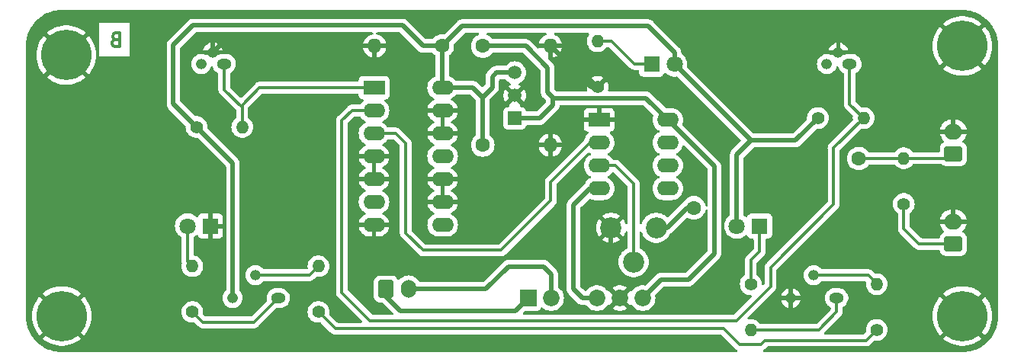
<source format=gbl>
%TF.GenerationSoftware,KiCad,Pcbnew,(7.0.0)*%
%TF.CreationDate,2025-05-12T15:52:05+02:00*%
%TF.ProjectId,TP,54502e6b-6963-4616-945f-706362585858,rev?*%
%TF.SameCoordinates,Original*%
%TF.FileFunction,Copper,L2,Bot*%
%TF.FilePolarity,Positive*%
%FSLAX46Y46*%
G04 Gerber Fmt 4.6, Leading zero omitted, Abs format (unit mm)*
G04 Created by KiCad (PCBNEW (7.0.0)) date 2025-05-12 15:52:05*
%MOMM*%
%LPD*%
G01*
G04 APERTURE LIST*
G04 Aperture macros list*
%AMRoundRect*
0 Rectangle with rounded corners*
0 $1 Rounding radius*
0 $2 $3 $4 $5 $6 $7 $8 $9 X,Y pos of 4 corners*
0 Add a 4 corners polygon primitive as box body*
4,1,4,$2,$3,$4,$5,$6,$7,$8,$9,$2,$3,0*
0 Add four circle primitives for the rounded corners*
1,1,$1+$1,$2,$3*
1,1,$1+$1,$4,$5*
1,1,$1+$1,$6,$7*
1,1,$1+$1,$8,$9*
0 Add four rect primitives between the rounded corners*
20,1,$1+$1,$2,$3,$4,$5,0*
20,1,$1+$1,$4,$5,$6,$7,0*
20,1,$1+$1,$6,$7,$8,$9,0*
20,1,$1+$1,$8,$9,$2,$3,0*%
G04 Aperture macros list end*
%ADD10C,0.300000*%
%TA.AperFunction,NonConductor*%
%ADD11C,0.300000*%
%TD*%
%TA.AperFunction,ComponentPad*%
%ADD12R,1.500000X1.500000*%
%TD*%
%TA.AperFunction,ComponentPad*%
%ADD13C,1.500000*%
%TD*%
%TA.AperFunction,ComponentPad*%
%ADD14C,2.340000*%
%TD*%
%TA.AperFunction,ComponentPad*%
%ADD15R,2.400000X1.600000*%
%TD*%
%TA.AperFunction,ComponentPad*%
%ADD16O,2.400000X1.600000*%
%TD*%
%TA.AperFunction,ComponentPad*%
%ADD17O,1.600000X1.200000*%
%TD*%
%TA.AperFunction,ComponentPad*%
%ADD18O,1.200000X1.200000*%
%TD*%
%TA.AperFunction,ComponentPad*%
%ADD19RoundRect,0.250000X0.750000X-0.600000X0.750000X0.600000X-0.750000X0.600000X-0.750000X-0.600000X0*%
%TD*%
%TA.AperFunction,ComponentPad*%
%ADD20O,2.000000X1.700000*%
%TD*%
%TA.AperFunction,ComponentPad*%
%ADD21C,1.400000*%
%TD*%
%TA.AperFunction,ComponentPad*%
%ADD22O,1.400000X1.400000*%
%TD*%
%TA.AperFunction,ComponentPad*%
%ADD23R,1.800000X1.800000*%
%TD*%
%TA.AperFunction,ComponentPad*%
%ADD24C,1.800000*%
%TD*%
%TA.AperFunction,ComponentPad*%
%ADD25C,1.600000*%
%TD*%
%TA.AperFunction,ComponentPad*%
%ADD26O,1.600000X1.600000*%
%TD*%
%TA.AperFunction,ComponentPad*%
%ADD27C,5.600000*%
%TD*%
%TA.AperFunction,ComponentPad*%
%ADD28RoundRect,0.250000X-0.600000X-0.750000X0.600000X-0.750000X0.600000X0.750000X-0.600000X0.750000X0*%
%TD*%
%TA.AperFunction,ComponentPad*%
%ADD29O,1.700000X2.000000*%
%TD*%
%TA.AperFunction,ComponentPad*%
%ADD30R,1.850000X1.850000*%
%TD*%
%TA.AperFunction,ComponentPad*%
%ADD31C,1.850000*%
%TD*%
%TA.AperFunction,ViaPad*%
%ADD32C,1.600000*%
%TD*%
%TA.AperFunction,Conductor*%
%ADD33C,0.500000*%
%TD*%
%TA.AperFunction,Conductor*%
%ADD34C,0.300000*%
%TD*%
G04 APERTURE END LIST*
D10*
D11*
X91442857Y-77287857D02*
X91228571Y-77359285D01*
X91228571Y-77359285D02*
X91157142Y-77430714D01*
X91157142Y-77430714D02*
X91085714Y-77573571D01*
X91085714Y-77573571D02*
X91085714Y-77787857D01*
X91085714Y-77787857D02*
X91157142Y-77930714D01*
X91157142Y-77930714D02*
X91228571Y-78002142D01*
X91228571Y-78002142D02*
X91371428Y-78073571D01*
X91371428Y-78073571D02*
X91942857Y-78073571D01*
X91942857Y-78073571D02*
X91942857Y-76573571D01*
X91942857Y-76573571D02*
X91442857Y-76573571D01*
X91442857Y-76573571D02*
X91300000Y-76645000D01*
X91300000Y-76645000D02*
X91228571Y-76716428D01*
X91228571Y-76716428D02*
X91157142Y-76859285D01*
X91157142Y-76859285D02*
X91157142Y-77002142D01*
X91157142Y-77002142D02*
X91228571Y-77145000D01*
X91228571Y-77145000D02*
X91300000Y-77216428D01*
X91300000Y-77216428D02*
X91442857Y-77287857D01*
X91442857Y-77287857D02*
X91942857Y-77287857D01*
D12*
%TO.P,U3,1,IN*%
%TO.N,+15V*%
X135799999Y-86039999D03*
D13*
%TO.P,U3,2,GND*%
%TO.N,GND*%
X135800000Y-83500000D03*
%TO.P,U3,3,OUT*%
%TO.N,+5V*%
X135800000Y-80960000D03*
%TD*%
D14*
%TO.P,RV1,1,1*%
%TO.N,+5V*%
X151500000Y-98200000D03*
%TO.P,RV1,2,2*%
%TO.N,Net-(U1--)*%
X149000000Y-102000000D03*
%TO.P,RV1,3,3*%
%TO.N,GND*%
X146500000Y-98200000D03*
%TD*%
D15*
%TO.P,U1,1,GND*%
%TO.N,GND*%
X145174999Y-86199999D03*
D16*
%TO.P,U1,2,+*%
%TO.N,74LS32_Out*%
X145174999Y-88739999D03*
%TO.P,U1,3,-*%
%TO.N,Net-(U1--)*%
X145174999Y-91279999D03*
%TO.P,U1,4,V-*%
%TO.N,-15V*%
X145174999Y-93819999D03*
%TO.P,U1,5,BAL*%
%TO.N,unconnected-(U1-BAL-Pad5)*%
X152794999Y-93819999D03*
%TO.P,U1,6,STRB*%
%TO.N,unconnected-(U1-STRB-Pad6)*%
X152794999Y-91279999D03*
%TO.P,U1,7*%
%TO.N,Alarme_out*%
X152794999Y-88739999D03*
%TO.P,U1,8,V+*%
%TO.N,+15V*%
X152794999Y-86199999D03*
%TD*%
D17*
%TO.P,Q1,1,C*%
%TO.N,C_Q1*%
X103539999Y-79999999D03*
D18*
%TO.P,Q1,2,E*%
%TO.N,GND*%
X102269999Y-78729999D03*
%TO.P,Q1,3*%
%TO.N,N/C*%
X100999999Y-79999999D03*
%TD*%
D19*
%TO.P,J3,1,Pin_1*%
%TO.N,Alarme_out*%
X184500000Y-90000000D03*
D20*
%TO.P,J3,2,Pin_2*%
%TO.N,GND*%
X184499999Y-87499999D03*
%TD*%
D21*
%TO.P,R3,1*%
%TO.N,+5V*%
X100460000Y-87000000D03*
D22*
%TO.P,R3,2*%
%TO.N,C_Q1*%
X105539999Y-86999999D03*
%TD*%
D21*
%TO.P,R8,1*%
%TO.N,Net-(D1-K)*%
X162000000Y-104460000D03*
D22*
%TO.P,R8,2*%
%TO.N,Net-(Q3-C)*%
X161999999Y-109539999D03*
%TD*%
D23*
%TO.P,D3,1,K*%
%TO.N,Net-(D3-K)*%
X150999999Y-79999999D03*
D24*
%TO.P,D3,2,A*%
%TO.N,+5V*%
X153540000Y-80000000D03*
%TD*%
D23*
%TO.P,D2,1,K*%
%TO.N,GND*%
X101999999Y-97999999D03*
D24*
%TO.P,D2,2,A*%
%TO.N,Net-(D2-A)*%
X99460000Y-98000000D03*
%TD*%
D17*
%TO.P,Q2,1,C*%
%TO.N,C_Q2*%
X172999999Y-79999999D03*
D18*
%TO.P,Q2,2,E*%
%TO.N,GND*%
X171729999Y-78729999D03*
%TO.P,Q2,3*%
%TO.N,N/C*%
X170459999Y-79999999D03*
%TD*%
D21*
%TO.P,R4,1*%
%TO.N,+5V*%
X169460000Y-86000000D03*
D22*
%TO.P,R4,2*%
%TO.N,C_Q2*%
X174539999Y-85999999D03*
%TD*%
D25*
%TO.P,C3,1*%
%TO.N,+5V*%
X127750000Y-78000000D03*
D26*
%TO.P,C3,2*%
%TO.N,GND*%
X120249999Y-77999999D03*
%TD*%
D27*
%TO.P,H1,1,1*%
%TO.N,GND*%
X86000000Y-79000000D03*
%TD*%
D21*
%TO.P,R2,1*%
%TO.N,Net-(Q4-C)*%
X100000000Y-107540000D03*
D22*
%TO.P,R2,2*%
%TO.N,Net-(D2-A)*%
X99999999Y-102459999D03*
%TD*%
D15*
%TO.P,U2,1*%
%TO.N,C_Q1*%
X120174999Y-82634999D03*
D16*
%TO.P,U2,2*%
%TO.N,C_Q2*%
X120174999Y-85174999D03*
%TO.P,U2,3*%
%TO.N,74LS32_Out*%
X120174999Y-87714999D03*
%TO.P,U2,4*%
%TO.N,GND*%
X120174999Y-90254999D03*
%TO.P,U2,5*%
X120174999Y-92794999D03*
%TO.P,U2,6*%
%TO.N,unconnected-(U2-Pad6)*%
X120174999Y-95334999D03*
%TO.P,U2,7,GND*%
%TO.N,GND*%
X120174999Y-97874999D03*
%TO.P,U2,8*%
%TO.N,unconnected-(U2-Pad8)*%
X127794999Y-97874999D03*
%TO.P,U2,9*%
%TO.N,GND*%
X127794999Y-95334999D03*
%TO.P,U2,10*%
X127794999Y-92794999D03*
%TO.P,U2,11*%
%TO.N,unconnected-(U2-Pad11)*%
X127794999Y-90254999D03*
%TO.P,U2,12*%
%TO.N,GND*%
X127794999Y-87714999D03*
%TO.P,U2,13*%
X127794999Y-85174999D03*
%TO.P,U2,14,VCC*%
%TO.N,+5V*%
X127794999Y-82634999D03*
%TD*%
D25*
%TO.P,C2,1*%
%TO.N,+5V*%
X132250000Y-89000000D03*
D26*
%TO.P,C2,2*%
%TO.N,GND*%
X139749999Y-88999999D03*
%TD*%
D19*
%TO.P,J2,1,Pin_1*%
%TO.N,+3.3V*%
X184500000Y-100000000D03*
D20*
%TO.P,J2,2,Pin_2*%
%TO.N,GND*%
X184499999Y-97499999D03*
%TD*%
D21*
%TO.P,R1,1*%
%TO.N,+3.3V*%
X179000000Y-95540000D03*
D22*
%TO.P,R1,2*%
%TO.N,Alarme_out*%
X178999999Y-90459999D03*
%TD*%
D17*
%TO.P,Q3,1,C*%
%TO.N,Net-(Q3-C)*%
X171539999Y-105999999D03*
D18*
%TO.P,Q3,2,B*%
%TO.N,Net-(Q3-B)*%
X168999999Y-103459999D03*
%TO.P,Q3,3,E*%
%TO.N,GND*%
X166459999Y-105999999D03*
%TD*%
D17*
%TO.P,Q4,1,C*%
%TO.N,Net-(Q4-C)*%
X109539999Y-105999999D03*
D18*
%TO.P,Q4,2,B*%
%TO.N,Net-(Q4-B)*%
X106999999Y-103459999D03*
%TO.P,Q4,3,E*%
%TO.N,+5V*%
X104459999Y-105999999D03*
%TD*%
D27*
%TO.P,H2,1,1*%
%TO.N,GND*%
X185500000Y-78000000D03*
%TD*%
D21*
%TO.P,R6,1*%
%TO.N,74LS32*%
X114000000Y-107540000D03*
D22*
%TO.P,R6,2*%
%TO.N,Net-(Q4-B)*%
X113999999Y-102459999D03*
%TD*%
D27*
%TO.P,H3,1,1*%
%TO.N,GND*%
X85500000Y-108000000D03*
%TD*%
D28*
%TO.P,J1,1,Pin_1*%
%TO.N,+12V*%
X121500000Y-105000000D03*
D29*
%TO.P,J1,2,Pin_2*%
%TO.N,GNDPWR*%
X123999999Y-104999999D03*
%TD*%
D21*
%TO.P,R5,1*%
%TO.N,74LS32*%
X176000000Y-109540000D03*
D22*
%TO.P,R5,2*%
%TO.N,Net-(Q3-B)*%
X175999999Y-104459999D03*
%TD*%
D30*
%TO.P,PS1,1,+Vin*%
%TO.N,+12V*%
X137299999Y-105999999D03*
D31*
%TO.P,PS1,2,-Vin*%
%TO.N,GNDPWR*%
X139840000Y-106000000D03*
%TO.P,PS1,4,-Vout*%
%TO.N,-15V*%
X144920000Y-106000000D03*
%TO.P,PS1,5,0V*%
%TO.N,GND*%
X147460000Y-106000000D03*
%TO.P,PS1,6,+Vout*%
%TO.N,+15V*%
X150000000Y-106000000D03*
%TD*%
D25*
%TO.P,C1,1*%
%TO.N,+15V*%
X132250000Y-78000000D03*
D26*
%TO.P,C1,2*%
%TO.N,GND*%
X139749999Y-77999999D03*
%TD*%
D21*
%TO.P,R7,1*%
%TO.N,GND*%
X145000000Y-82540000D03*
D22*
%TO.P,R7,2*%
%TO.N,Net-(D3-K)*%
X144999999Y-77459999D03*
%TD*%
D27*
%TO.P,H4,1,1*%
%TO.N,GND*%
X185500000Y-108000000D03*
%TD*%
D23*
%TO.P,D1,1,K*%
%TO.N,Net-(D1-K)*%
X162999999Y-97999999D03*
D24*
%TO.P,D1,2,A*%
%TO.N,+5V*%
X160460000Y-98000000D03*
%TD*%
D32*
%TO.N,+5V*%
X155700000Y-95975000D03*
%TO.N,Alarme_out*%
X174000000Y-90500000D03*
%TD*%
D33*
%TO.N,+12V*%
X135900000Y-107400000D02*
X137300000Y-106000000D01*
X121500000Y-105800000D02*
X123100000Y-107400000D01*
X121500000Y-105000000D02*
X121500000Y-105800000D01*
X123100000Y-107400000D02*
X135900000Y-107400000D01*
%TO.N,GNDPWR*%
X139000000Y-102500000D02*
X139840000Y-103340000D01*
X132600000Y-105000000D02*
X135100000Y-102500000D01*
X135100000Y-102500000D02*
X139000000Y-102500000D01*
X124000000Y-105000000D02*
X132600000Y-105000000D01*
X139840000Y-103340000D02*
X139840000Y-106000000D01*
D34*
%TO.N,C_Q2*%
X171200000Y-89340000D02*
X174540000Y-86000000D01*
X171200000Y-95600000D02*
X171200000Y-89340000D01*
X164200000Y-102600000D02*
X171200000Y-95600000D01*
X164200000Y-104700000D02*
X164200000Y-102600000D01*
X160400000Y-108500000D02*
X164200000Y-104700000D01*
X119700000Y-108500000D02*
X160400000Y-108500000D01*
X116600000Y-86300000D02*
X116600000Y-105400000D01*
X116600000Y-105400000D02*
X119700000Y-108500000D01*
X120175000Y-85175000D02*
X117725000Y-85175000D01*
X117725000Y-85175000D02*
X116600000Y-86300000D01*
D33*
%TO.N,+15V*%
X140040811Y-83790000D02*
X150385000Y-83790000D01*
X139450000Y-80425000D02*
X139450000Y-83150000D01*
X137025000Y-78000000D02*
X139450000Y-80425000D01*
X132250000Y-78000000D02*
X137025000Y-78000000D01*
X139450000Y-83150000D02*
X140030811Y-83730811D01*
X140030811Y-83730811D02*
X140030811Y-83800000D01*
X140040811Y-83790000D02*
X140030811Y-83800000D01*
X152795000Y-86200000D02*
X150385000Y-83790000D01*
X138560000Y-86040000D02*
X135800000Y-86040000D01*
X140030811Y-83800000D02*
X140030811Y-84569189D01*
X140030811Y-84569189D02*
X138560000Y-86040000D01*
%TO.N,+5V*%
X160460000Y-98000000D02*
X160460000Y-90080000D01*
X160460000Y-90080000D02*
X162040000Y-88500000D01*
X162040000Y-88500000D02*
X153540000Y-80000000D01*
X166960000Y-88500000D02*
X162040000Y-88500000D01*
X169460000Y-86000000D02*
X166960000Y-88500000D01*
D34*
%TO.N,+3.3V*%
X180700000Y-100000000D02*
X184500000Y-100000000D01*
X179000000Y-98300000D02*
X180700000Y-100000000D01*
X179000000Y-95540000D02*
X179000000Y-98300000D01*
%TO.N,Net-(D1-K)*%
X163000000Y-100800000D02*
X163000000Y-98000000D01*
X162000000Y-104460000D02*
X162000000Y-101800000D01*
X162000000Y-101800000D02*
X163000000Y-100800000D01*
%TO.N,Net-(D3-K)*%
X149100000Y-80000000D02*
X151000000Y-80000000D01*
X146560000Y-77460000D02*
X149100000Y-80000000D01*
X145000000Y-77460000D02*
X146560000Y-77460000D01*
D33*
%TO.N,+5V*%
X150612792Y-75800000D02*
X129950000Y-75800000D01*
X129950000Y-75800000D02*
X127750000Y-78000000D01*
X153540000Y-80000000D02*
X153540000Y-78727208D01*
X153540000Y-78727208D02*
X150612792Y-75800000D01*
X125600000Y-78000000D02*
X127750000Y-78000000D01*
X100075000Y-75725000D02*
X123325000Y-75725000D01*
X97900000Y-77900000D02*
X100075000Y-75725000D01*
X123325000Y-75725000D02*
X125600000Y-78000000D01*
X97900000Y-84440000D02*
X97900000Y-77900000D01*
X100460000Y-87000000D02*
X97900000Y-84440000D01*
D34*
%TO.N,C_Q1*%
X103540000Y-82840000D02*
X105540000Y-84840000D01*
X105540000Y-84840000D02*
X105540000Y-85510000D01*
X103540000Y-80000000D02*
X103540000Y-82840000D01*
X107465000Y-82635000D02*
X120175000Y-82635000D01*
X105540000Y-84560000D02*
X107465000Y-82635000D01*
X105540000Y-85510000D02*
X105540000Y-84560000D01*
D33*
%TO.N,-15V*%
X144180000Y-93820000D02*
X145175000Y-93820000D01*
X142325000Y-105000000D02*
X142325000Y-95675000D01*
X143325000Y-106000000D02*
X142325000Y-105000000D01*
X144920000Y-106000000D02*
X143325000Y-106000000D01*
X142325000Y-95675000D02*
X144180000Y-93820000D01*
D34*
%TO.N,74LS32_Out*%
X144160000Y-88740000D02*
X145175000Y-88740000D01*
X134300000Y-100700000D02*
X139800000Y-95200000D01*
X125600000Y-100700000D02*
X134300000Y-100700000D01*
X139800000Y-93100000D02*
X144160000Y-88740000D01*
X123700000Y-88800000D02*
X123700000Y-98800000D01*
X139800000Y-95200000D02*
X139800000Y-93100000D01*
X122615000Y-87715000D02*
X123700000Y-88800000D01*
X120175000Y-87715000D02*
X122615000Y-87715000D01*
X123700000Y-98800000D02*
X125600000Y-100700000D01*
%TO.N,Net-(U1--)*%
X149000000Y-93300000D02*
X149000000Y-102000000D01*
X145175000Y-91280000D02*
X146980000Y-91280000D01*
X146980000Y-91280000D02*
X149000000Y-93300000D01*
%TO.N,74LS32*%
X163600000Y-110700000D02*
X174840000Y-110700000D01*
X174840000Y-110700000D02*
X176000000Y-109540000D01*
X163100000Y-111200000D02*
X163600000Y-110700000D01*
X159000000Y-109400000D02*
X160800000Y-111200000D01*
X160800000Y-111200000D02*
X163100000Y-111200000D01*
X115860000Y-109400000D02*
X159000000Y-109400000D01*
X114000000Y-107540000D02*
X115860000Y-109400000D01*
%TO.N,Net-(Q3-C)*%
X171540000Y-107560000D02*
X171540000Y-106000000D01*
X162000000Y-109540000D02*
X169560000Y-109540000D01*
X169560000Y-109540000D02*
X171540000Y-107560000D01*
%TO.N,Net-(Q3-B)*%
X176000000Y-104400000D02*
X176000000Y-104460000D01*
X175060000Y-103460000D02*
X176000000Y-104400000D01*
X169000000Y-103460000D02*
X175060000Y-103460000D01*
D33*
%TO.N,+5V*%
X154925000Y-95975000D02*
X152700000Y-98200000D01*
X152700000Y-98200000D02*
X151500000Y-98200000D01*
X155700000Y-95975000D02*
X154925000Y-95975000D01*
X133300000Y-81400000D02*
X133740000Y-80960000D01*
X133300000Y-82600000D02*
X133300000Y-81400000D01*
X132200000Y-83700000D02*
X133300000Y-82600000D01*
X133740000Y-80960000D02*
X135800000Y-80960000D01*
%TO.N,+15V*%
X157975000Y-101050000D02*
X157975000Y-91380000D01*
X150000000Y-106000000D02*
X152050000Y-103950000D01*
X155075000Y-103950000D02*
X157975000Y-101050000D01*
X157975000Y-91380000D02*
X152795000Y-86200000D01*
X152050000Y-103950000D02*
X155075000Y-103950000D01*
%TO.N,GND*%
X103000000Y-78000000D02*
X120250000Y-78000000D01*
X184500000Y-79000000D02*
X185500000Y-78000000D01*
X102270000Y-78730000D02*
X103000000Y-78000000D01*
X144290000Y-82540000D02*
X145000000Y-82540000D01*
X147460000Y-106000000D02*
X146500000Y-105040000D01*
X139750000Y-78000000D02*
X144290000Y-82540000D01*
X146500000Y-105040000D02*
X146500000Y-98200000D01*
%TO.N,+5V*%
X104500000Y-105960000D02*
X104460000Y-106000000D01*
X131135000Y-82635000D02*
X127795000Y-82635000D01*
X127750000Y-78000000D02*
X127750000Y-82590000D01*
X100460000Y-87000000D02*
X104500000Y-91040000D01*
X132200000Y-83700000D02*
X131135000Y-82635000D01*
X104500000Y-91040000D02*
X104500000Y-105960000D01*
X132200000Y-83700000D02*
X132250000Y-83750000D01*
X132250000Y-83750000D02*
X132250000Y-89000000D01*
X127750000Y-82590000D02*
X127795000Y-82635000D01*
D34*
%TO.N,Alarme_out*%
X179000000Y-90460000D02*
X184040000Y-90460000D01*
X174000000Y-90500000D02*
X178960000Y-90500000D01*
X184040000Y-90460000D02*
X184500000Y-90000000D01*
X178960000Y-90500000D02*
X179000000Y-90460000D01*
%TO.N,C_Q1*%
X105540000Y-87000000D02*
X105540000Y-85510000D01*
%TO.N,C_Q2*%
X173000000Y-80000000D02*
X173000000Y-84460000D01*
X173000000Y-84460000D02*
X174540000Y-86000000D01*
%TO.N,Net-(Q4-B)*%
X113000000Y-103460000D02*
X114000000Y-102460000D01*
X107000000Y-103460000D02*
X113000000Y-103460000D01*
%TO.N,Net-(D2-A)*%
X99460000Y-98000000D02*
X99460000Y-101920000D01*
X99460000Y-101920000D02*
X100000000Y-102460000D01*
%TO.N,Net-(Q4-C)*%
X106840000Y-108700000D02*
X109540000Y-106000000D01*
X101160000Y-108700000D02*
X106840000Y-108700000D01*
X100000000Y-107540000D02*
X101160000Y-108700000D01*
%TD*%
%TA.AperFunction,Conductor*%
%TO.N,GND*%
G36*
X185502854Y-74000632D02*
G01*
X185518811Y-74001369D01*
X185673088Y-74008502D01*
X185869795Y-74018166D01*
X185880787Y-74019201D01*
X186062876Y-74044601D01*
X186063781Y-74044732D01*
X186247261Y-74071949D01*
X186257413Y-74073892D01*
X186438614Y-74116510D01*
X186440023Y-74116852D01*
X186617874Y-74161401D01*
X186627091Y-74164096D01*
X186804478Y-74223550D01*
X186806618Y-74224292D01*
X186978220Y-74285692D01*
X186986519Y-74289004D01*
X187157980Y-74364712D01*
X187160909Y-74366051D01*
X187247263Y-74406892D01*
X187325119Y-74443715D01*
X187332411Y-74447465D01*
X187429135Y-74501341D01*
X187496435Y-74538827D01*
X187499810Y-74540777D01*
X187655371Y-74634017D01*
X187661670Y-74638058D01*
X187816699Y-74744256D01*
X187820459Y-74746935D01*
X187966009Y-74854882D01*
X187971305Y-74859040D01*
X188116009Y-74979200D01*
X188119947Y-74982617D01*
X188254206Y-75104303D01*
X188258590Y-75108478D01*
X188391520Y-75241408D01*
X188395698Y-75245795D01*
X188517375Y-75380045D01*
X188520805Y-75383998D01*
X188640951Y-75528684D01*
X188645124Y-75534000D01*
X188753041Y-75679509D01*
X188755742Y-75683299D01*
X188861940Y-75838328D01*
X188865992Y-75844645D01*
X188916433Y-75928800D01*
X188959200Y-76000153D01*
X188961171Y-76003563D01*
X189052525Y-76167573D01*
X189056291Y-76174896D01*
X189133947Y-76339089D01*
X189135286Y-76342018D01*
X189210994Y-76513479D01*
X189214311Y-76521791D01*
X189275666Y-76693265D01*
X189276487Y-76695634D01*
X189335894Y-76872881D01*
X189338606Y-76882157D01*
X189383104Y-77059803D01*
X189383526Y-77061543D01*
X189426101Y-77242562D01*
X189428053Y-77252758D01*
X189455257Y-77436156D01*
X189455410Y-77437218D01*
X189480794Y-77619184D01*
X189481834Y-77630232D01*
X189491512Y-77827238D01*
X189491529Y-77827595D01*
X189499368Y-77997145D01*
X189499500Y-78002872D01*
X189499500Y-107997128D01*
X189499368Y-108002855D01*
X189491529Y-108172404D01*
X189491512Y-108172761D01*
X189481834Y-108369766D01*
X189480794Y-108380814D01*
X189455410Y-108562780D01*
X189455257Y-108563842D01*
X189428053Y-108747240D01*
X189426101Y-108757436D01*
X189383526Y-108938455D01*
X189383104Y-108940195D01*
X189338606Y-109117841D01*
X189335894Y-109127117D01*
X189276487Y-109304364D01*
X189275666Y-109306733D01*
X189214311Y-109478207D01*
X189210994Y-109486519D01*
X189135286Y-109657980D01*
X189133947Y-109660909D01*
X189056291Y-109825102D01*
X189052525Y-109832425D01*
X188961171Y-109996435D01*
X188959200Y-109999845D01*
X188865999Y-110155342D01*
X188861940Y-110161670D01*
X188755742Y-110316699D01*
X188753041Y-110320489D01*
X188645135Y-110465984D01*
X188640935Y-110471334D01*
X188520851Y-110615947D01*
X188517331Y-110620004D01*
X188395717Y-110754183D01*
X188391520Y-110758590D01*
X188258590Y-110891520D01*
X188254183Y-110895717D01*
X188120004Y-111017331D01*
X188115947Y-111020851D01*
X187971334Y-111140935D01*
X187965984Y-111145135D01*
X187820489Y-111253041D01*
X187816699Y-111255742D01*
X187661670Y-111361940D01*
X187655342Y-111365999D01*
X187499845Y-111459200D01*
X187496435Y-111461171D01*
X187332425Y-111552525D01*
X187325102Y-111556291D01*
X187160909Y-111633947D01*
X187157980Y-111635286D01*
X186986519Y-111710994D01*
X186978207Y-111714311D01*
X186806733Y-111775666D01*
X186804364Y-111776487D01*
X186627117Y-111835894D01*
X186617841Y-111838606D01*
X186440195Y-111883104D01*
X186438455Y-111883526D01*
X186257436Y-111926101D01*
X186247240Y-111928053D01*
X186063842Y-111955257D01*
X186062780Y-111955410D01*
X185880814Y-111980794D01*
X185869766Y-111981834D01*
X185672931Y-111991503D01*
X185672575Y-111991520D01*
X185507393Y-111999158D01*
X185502854Y-111999368D01*
X185497128Y-111999500D01*
X163487639Y-111999500D01*
X163425189Y-111982626D01*
X163379735Y-111936596D01*
X163363649Y-111873938D01*
X163381308Y-111811705D01*
X163417517Y-111776838D01*
X163415869Y-111774569D01*
X163415869Y-111774568D01*
X163415871Y-111774568D01*
X163452816Y-111747725D01*
X163462558Y-111741326D01*
X163501865Y-111718081D01*
X163516872Y-111703073D01*
X163531660Y-111690441D01*
X163548837Y-111677963D01*
X163577948Y-111642772D01*
X163585791Y-111634153D01*
X163833126Y-111386818D01*
X163873354Y-111359939D01*
X163920807Y-111350500D01*
X174758927Y-111350500D01*
X174770596Y-111351050D01*
X174770681Y-111351058D01*
X174778296Y-111352760D01*
X174848262Y-111350560D01*
X174852157Y-111350500D01*
X174877025Y-111350500D01*
X174880925Y-111350500D01*
X174885294Y-111349947D01*
X174896939Y-111349030D01*
X174942569Y-111347597D01*
X174962951Y-111341674D01*
X174981991Y-111337731D01*
X175003058Y-111335071D01*
X175020306Y-111328241D01*
X175045508Y-111318264D01*
X175056557Y-111314480D01*
X175100398Y-111301744D01*
X175118660Y-111290942D01*
X175136136Y-111282380D01*
X175155871Y-111274568D01*
X175192816Y-111247725D01*
X175202558Y-111241326D01*
X175241865Y-111218081D01*
X175256869Y-111203076D01*
X175271664Y-111190438D01*
X175288837Y-111177963D01*
X175317947Y-111142772D01*
X175325790Y-111134154D01*
X175699894Y-110760050D01*
X175750894Y-110729282D01*
X175810359Y-110725845D01*
X175883117Y-110739446D01*
X175883120Y-110739446D01*
X175888757Y-110740500D01*
X176105514Y-110740500D01*
X176111243Y-110740500D01*
X176329940Y-110699618D01*
X176537401Y-110619247D01*
X176719937Y-110506226D01*
X183352329Y-110506226D01*
X183359159Y-110517462D01*
X183363157Y-110520858D01*
X183642694Y-110733357D01*
X183648240Y-110737117D01*
X183949099Y-110918137D01*
X183955038Y-110921285D01*
X184273695Y-111068712D01*
X184279937Y-111071199D01*
X184612684Y-111183315D01*
X184619129Y-111185104D01*
X184962053Y-111260588D01*
X184968677Y-111261674D01*
X185317740Y-111299636D01*
X185324437Y-111300000D01*
X185675563Y-111300000D01*
X185682259Y-111299636D01*
X186031322Y-111261674D01*
X186037946Y-111260588D01*
X186380870Y-111185104D01*
X186387315Y-111183315D01*
X186720062Y-111071199D01*
X186726304Y-111068712D01*
X187044961Y-110921285D01*
X187050900Y-110918137D01*
X187351759Y-110737117D01*
X187357305Y-110733357D01*
X187636846Y-110520856D01*
X187640841Y-110517462D01*
X187647669Y-110506228D01*
X187640996Y-110494549D01*
X185511542Y-108365095D01*
X185500000Y-108358431D01*
X185488457Y-108365095D01*
X183359000Y-110494551D01*
X183352329Y-110506226D01*
X176719937Y-110506226D01*
X176726562Y-110502124D01*
X176890981Y-110352236D01*
X177025058Y-110174689D01*
X177124229Y-109975528D01*
X177185115Y-109761536D01*
X177205643Y-109540000D01*
X177185115Y-109318464D01*
X177124229Y-109104472D01*
X177025058Y-108905311D01*
X177013118Y-108889500D01*
X176894438Y-108732341D01*
X176894434Y-108732337D01*
X176890981Y-108727764D01*
X176886744Y-108723901D01*
X176886740Y-108723897D01*
X176730796Y-108581736D01*
X176730797Y-108581736D01*
X176726562Y-108577876D01*
X176721692Y-108574861D01*
X176721690Y-108574859D01*
X176542275Y-108463771D01*
X176542276Y-108463771D01*
X176537401Y-108460753D01*
X176329940Y-108380382D01*
X176324302Y-108379328D01*
X176116872Y-108340552D01*
X176116869Y-108340551D01*
X176111243Y-108339500D01*
X175888757Y-108339500D01*
X175883131Y-108340551D01*
X175883127Y-108340552D01*
X175675697Y-108379328D01*
X175675694Y-108379328D01*
X175670060Y-108380382D01*
X175664717Y-108382451D01*
X175664713Y-108382453D01*
X175467941Y-108458683D01*
X175467936Y-108458685D01*
X175462599Y-108460753D01*
X175457727Y-108463769D01*
X175457724Y-108463771D01*
X175278309Y-108574859D01*
X175278301Y-108574864D01*
X175273438Y-108577876D01*
X175269207Y-108581732D01*
X175269203Y-108581736D01*
X175113259Y-108723897D01*
X175113249Y-108723907D01*
X175109019Y-108727764D01*
X175105570Y-108732330D01*
X175105561Y-108732341D01*
X174978394Y-108900738D01*
X174978387Y-108900748D01*
X174974942Y-108905311D01*
X174972392Y-108910431D01*
X174972387Y-108910440D01*
X174878325Y-109099341D01*
X174878321Y-109099349D01*
X174875771Y-109104472D01*
X174874205Y-109109975D01*
X174874201Y-109109986D01*
X174822715Y-109290945D01*
X174814885Y-109318464D01*
X174814356Y-109324169D01*
X174814356Y-109324171D01*
X174811775Y-109352027D01*
X174794357Y-109540000D01*
X174794886Y-109545709D01*
X174813214Y-109743506D01*
X174806373Y-109797058D01*
X174777424Y-109842628D01*
X174606870Y-110013183D01*
X174566645Y-110040061D01*
X174519192Y-110049500D01*
X170269807Y-110049500D01*
X170213512Y-110035985D01*
X170169489Y-109998385D01*
X170147334Y-109944898D01*
X170151876Y-109887182D01*
X170182126Y-109837819D01*
X171041982Y-108977963D01*
X171942656Y-108077288D01*
X171951291Y-108069432D01*
X171951347Y-108069385D01*
X171957940Y-108065202D01*
X172005897Y-108014131D01*
X172008515Y-108011429D01*
X172016588Y-108003357D01*
X182195335Y-108003357D01*
X182214343Y-108353958D01*
X182215069Y-108360630D01*
X182271874Y-108707130D01*
X182273317Y-108713684D01*
X182367251Y-109052001D01*
X182369396Y-109058368D01*
X182499360Y-109384552D01*
X182502169Y-109390626D01*
X182666649Y-109700868D01*
X182670102Y-109706606D01*
X182867147Y-109997225D01*
X182871207Y-110002566D01*
X182985320Y-110136910D01*
X182996664Y-110144527D01*
X183008590Y-110137855D01*
X185134904Y-108011542D01*
X185141568Y-108000000D01*
X185858431Y-108000000D01*
X185865095Y-108011542D01*
X187991409Y-110137856D01*
X188003334Y-110144527D01*
X188014679Y-110136910D01*
X188128792Y-110002566D01*
X188132852Y-109997225D01*
X188329897Y-109706606D01*
X188333350Y-109700868D01*
X188497830Y-109390626D01*
X188500639Y-109384552D01*
X188630603Y-109058368D01*
X188632748Y-109052001D01*
X188726682Y-108713684D01*
X188728125Y-108707130D01*
X188784930Y-108360630D01*
X188785656Y-108353958D01*
X188804665Y-108003357D01*
X188804665Y-107996643D01*
X188785656Y-107646041D01*
X188784930Y-107639369D01*
X188728125Y-107292869D01*
X188726682Y-107286315D01*
X188632748Y-106947998D01*
X188630603Y-106941631D01*
X188500639Y-106615447D01*
X188497830Y-106609373D01*
X188333350Y-106299131D01*
X188329897Y-106293393D01*
X188132852Y-106002774D01*
X188128792Y-105997433D01*
X188014678Y-105863088D01*
X188003334Y-105855471D01*
X187991408Y-105862143D01*
X185865095Y-107988457D01*
X185858431Y-108000000D01*
X185141568Y-108000000D01*
X185134904Y-107988457D01*
X183008590Y-105862143D01*
X182996664Y-105855471D01*
X182985320Y-105863088D01*
X182871207Y-105997433D01*
X182867147Y-106002774D01*
X182670102Y-106293393D01*
X182666649Y-106299131D01*
X182502169Y-106609373D01*
X182499360Y-106615447D01*
X182369396Y-106941631D01*
X182367251Y-106947998D01*
X182273317Y-107286315D01*
X182271874Y-107292869D01*
X182215069Y-107639369D01*
X182214343Y-107646041D01*
X182195335Y-107996643D01*
X182195335Y-108003357D01*
X172016588Y-108003357D01*
X172028911Y-107991035D01*
X172031610Y-107987554D01*
X172039174Y-107978695D01*
X172070448Y-107945393D01*
X172080672Y-107926793D01*
X172091347Y-107910541D01*
X172104363Y-107893763D01*
X172122498Y-107851852D01*
X172127633Y-107841373D01*
X172143132Y-107813181D01*
X172149627Y-107801368D01*
X172154903Y-107780817D01*
X172161211Y-107762393D01*
X172166537Y-107750086D01*
X172169636Y-107742926D01*
X172176778Y-107697824D01*
X172179148Y-107686387D01*
X172188559Y-107649735D01*
X172190500Y-107642177D01*
X172190500Y-107620954D01*
X172192027Y-107601556D01*
X172194126Y-107588303D01*
X172195347Y-107580595D01*
X172191050Y-107535140D01*
X172190500Y-107523470D01*
X172190500Y-107081471D01*
X172208619Y-107016933D01*
X172257680Y-106971255D01*
X172279135Y-106960193D01*
X172337682Y-106930011D01*
X172502886Y-106800092D01*
X172640519Y-106641256D01*
X172745604Y-106459244D01*
X172814344Y-106260633D01*
X172844254Y-106052602D01*
X172834254Y-105842670D01*
X172831730Y-105832268D01*
X172821815Y-105791395D01*
X172784704Y-105638424D01*
X172697396Y-105447247D01*
X172575486Y-105276048D01*
X172500314Y-105204372D01*
X172427651Y-105135088D01*
X172427649Y-105135086D01*
X172423378Y-105131014D01*
X172310146Y-105058244D01*
X172251544Y-105020582D01*
X172251541Y-105020580D01*
X172246572Y-105017387D01*
X172241092Y-105015193D01*
X172241086Y-105015190D01*
X172056939Y-104941469D01*
X172056932Y-104941467D01*
X172051457Y-104939275D01*
X172045662Y-104938158D01*
X172045655Y-104938156D01*
X171850882Y-104900617D01*
X171850879Y-104900616D01*
X171845085Y-104899500D01*
X171287575Y-104899500D01*
X171284646Y-104899779D01*
X171284639Y-104899780D01*
X171136662Y-104913910D01*
X171136656Y-104913911D01*
X171130782Y-104914472D01*
X171125112Y-104916136D01*
X171125111Y-104916137D01*
X170934787Y-104972021D01*
X170934782Y-104972022D01*
X170929125Y-104973684D01*
X170923884Y-104976385D01*
X170923881Y-104976387D01*
X170747568Y-105067282D01*
X170747564Y-105067284D01*
X170742318Y-105069989D01*
X170737676Y-105073638D01*
X170737672Y-105073642D01*
X170581759Y-105196254D01*
X170581752Y-105196260D01*
X170577114Y-105199908D01*
X170573250Y-105204367D01*
X170573245Y-105204372D01*
X170457199Y-105338296D01*
X170439481Y-105358744D01*
X170436530Y-105363854D01*
X170436528Y-105363858D01*
X170337352Y-105535635D01*
X170337349Y-105535640D01*
X170334396Y-105540756D01*
X170332465Y-105546335D01*
X170332461Y-105546344D01*
X170267587Y-105733785D01*
X170267584Y-105733794D01*
X170265656Y-105739367D01*
X170264816Y-105745203D01*
X170264815Y-105745211D01*
X170236585Y-105941558D01*
X170236584Y-105941564D01*
X170235746Y-105947398D01*
X170236026Y-105953282D01*
X170236026Y-105953289D01*
X170241554Y-106069334D01*
X170245746Y-106157330D01*
X170247135Y-106163058D01*
X170247137Y-106163067D01*
X170291639Y-106346502D01*
X170295296Y-106361576D01*
X170304252Y-106381187D01*
X170375326Y-106536818D01*
X170382604Y-106552753D01*
X170386031Y-106557566D01*
X170386032Y-106557567D01*
X170499746Y-106717257D01*
X170504514Y-106723952D01*
X170532835Y-106750956D01*
X170596685Y-106811837D01*
X170656622Y-106868986D01*
X170832540Y-106982042D01*
X170874332Y-107026930D01*
X170889500Y-107086357D01*
X170889500Y-107239192D01*
X170880061Y-107286645D01*
X170853181Y-107326873D01*
X169326873Y-108853181D01*
X169286645Y-108880061D01*
X169239192Y-108889500D01*
X163074863Y-108889500D01*
X163019591Y-108876500D01*
X162975909Y-108840227D01*
X162894438Y-108732341D01*
X162894434Y-108732337D01*
X162890981Y-108727764D01*
X162886744Y-108723901D01*
X162886740Y-108723897D01*
X162730796Y-108581736D01*
X162730797Y-108581736D01*
X162726562Y-108577876D01*
X162721692Y-108574861D01*
X162721690Y-108574859D01*
X162542275Y-108463771D01*
X162542276Y-108463771D01*
X162537401Y-108460753D01*
X162329940Y-108380382D01*
X162324302Y-108379328D01*
X162116872Y-108340552D01*
X162116869Y-108340551D01*
X162111243Y-108339500D01*
X161888757Y-108339500D01*
X161883134Y-108340551D01*
X161883124Y-108340552D01*
X161780184Y-108359795D01*
X161717993Y-108355478D01*
X161665763Y-108321444D01*
X161636694Y-108266296D01*
X161638134Y-108203972D01*
X161669717Y-108150227D01*
X163567365Y-106252579D01*
X165390888Y-106252579D01*
X165391409Y-106263838D01*
X165428315Y-106393549D01*
X165432444Y-106404205D01*
X165518199Y-106576424D01*
X165524206Y-106586127D01*
X165640149Y-106739662D01*
X165647847Y-106748106D01*
X165790027Y-106877719D01*
X165799131Y-106884595D01*
X165962715Y-106985882D01*
X165972928Y-106990968D01*
X166152333Y-107060469D01*
X166163317Y-107063594D01*
X166196570Y-107069810D01*
X166207598Y-107069428D01*
X166210000Y-107058661D01*
X166710000Y-107058661D01*
X166712401Y-107069428D01*
X166723429Y-107069810D01*
X166756682Y-107063594D01*
X166767666Y-107060469D01*
X166947071Y-106990968D01*
X166957284Y-106985882D01*
X167120868Y-106884595D01*
X167129972Y-106877719D01*
X167272152Y-106748106D01*
X167279850Y-106739662D01*
X167395793Y-106586127D01*
X167401800Y-106576424D01*
X167487555Y-106404205D01*
X167491684Y-106393549D01*
X167528590Y-106263838D01*
X167529111Y-106252579D01*
X167518143Y-106250000D01*
X166726326Y-106250000D01*
X166713450Y-106253450D01*
X166710000Y-106266326D01*
X166710000Y-107058661D01*
X166210000Y-107058661D01*
X166210000Y-106266326D01*
X166206549Y-106253450D01*
X166193674Y-106250000D01*
X165401857Y-106250000D01*
X165390888Y-106252579D01*
X163567365Y-106252579D01*
X164072524Y-105747420D01*
X165390888Y-105747420D01*
X165401857Y-105750000D01*
X166193674Y-105750000D01*
X166206549Y-105746549D01*
X166210000Y-105733674D01*
X166710000Y-105733674D01*
X166713450Y-105746549D01*
X166726326Y-105750000D01*
X167518143Y-105750000D01*
X167529111Y-105747420D01*
X167528590Y-105736161D01*
X167491684Y-105606450D01*
X167487555Y-105595794D01*
X167401800Y-105423575D01*
X167395793Y-105413872D01*
X167279850Y-105260337D01*
X167272152Y-105251893D01*
X167129972Y-105122280D01*
X167120868Y-105115404D01*
X166957284Y-105014117D01*
X166947071Y-105009031D01*
X166767666Y-104939530D01*
X166756682Y-104936405D01*
X166723429Y-104930189D01*
X166712401Y-104930571D01*
X166710000Y-104941339D01*
X166710000Y-105733674D01*
X166210000Y-105733674D01*
X166210000Y-104941339D01*
X166207598Y-104930571D01*
X166196570Y-104930189D01*
X166163317Y-104936405D01*
X166152333Y-104939530D01*
X165972928Y-105009031D01*
X165962715Y-105014117D01*
X165799131Y-105115404D01*
X165790027Y-105122280D01*
X165647847Y-105251893D01*
X165640149Y-105260337D01*
X165524206Y-105413872D01*
X165518199Y-105423575D01*
X165432444Y-105595794D01*
X165428315Y-105606450D01*
X165391409Y-105736161D01*
X165390888Y-105747420D01*
X164072524Y-105747420D01*
X164602656Y-105217288D01*
X164611291Y-105209432D01*
X164611347Y-105209385D01*
X164617940Y-105205202D01*
X164665897Y-105154131D01*
X164668515Y-105151429D01*
X164688912Y-105131034D01*
X164691611Y-105127553D01*
X164699185Y-105118684D01*
X164730448Y-105085393D01*
X164740672Y-105066793D01*
X164751347Y-105050541D01*
X164764363Y-105033763D01*
X164782498Y-104991852D01*
X164787633Y-104981373D01*
X164791860Y-104973684D01*
X164809627Y-104941368D01*
X164812854Y-104928800D01*
X164814903Y-104920817D01*
X164821211Y-104902393D01*
X164826537Y-104890086D01*
X164829636Y-104882926D01*
X164836778Y-104837824D01*
X164839148Y-104826387D01*
X164841044Y-104819003D01*
X164850500Y-104782177D01*
X164850500Y-104760954D01*
X164852027Y-104741556D01*
X164854126Y-104728303D01*
X164855347Y-104720595D01*
X164851050Y-104675137D01*
X164850500Y-104663468D01*
X164850500Y-103460000D01*
X167894785Y-103460000D01*
X167895314Y-103465709D01*
X167912714Y-103653497D01*
X167913603Y-103663083D01*
X167915171Y-103668594D01*
X167915173Y-103668604D01*
X167967847Y-103853731D01*
X167967849Y-103853737D01*
X167969418Y-103859250D01*
X167971976Y-103864387D01*
X168040160Y-104001321D01*
X168060327Y-104041821D01*
X168063779Y-104046392D01*
X168179778Y-104200001D01*
X168179783Y-104200006D01*
X168183236Y-104204579D01*
X168187472Y-104208440D01*
X168187476Y-104208445D01*
X168226666Y-104244171D01*
X168333959Y-104341981D01*
X168507363Y-104449348D01*
X168697544Y-104523024D01*
X168898024Y-104560500D01*
X169096247Y-104560500D01*
X169101976Y-104560500D01*
X169302456Y-104523024D01*
X169492637Y-104449348D01*
X169666041Y-104341981D01*
X169816764Y-104204579D01*
X169850599Y-104159773D01*
X169894283Y-104123500D01*
X169949554Y-104110500D01*
X174690721Y-104110500D01*
X174755999Y-104129073D01*
X174801721Y-104179228D01*
X174814192Y-104245941D01*
X174794357Y-104460000D01*
X174794886Y-104465709D01*
X174812741Y-104658404D01*
X174814885Y-104681536D01*
X174820162Y-104700081D01*
X174874201Y-104890013D01*
X174874204Y-104890021D01*
X174875771Y-104895528D01*
X174878323Y-104900653D01*
X174878325Y-104900658D01*
X174972387Y-105089559D01*
X174972389Y-105089563D01*
X174974942Y-105094689D01*
X174978391Y-105099256D01*
X174978394Y-105099261D01*
X175105561Y-105267658D01*
X175105566Y-105267663D01*
X175109019Y-105272236D01*
X175113255Y-105276097D01*
X175113259Y-105276102D01*
X175209523Y-105363858D01*
X175273438Y-105422124D01*
X175462599Y-105539247D01*
X175670060Y-105619618D01*
X175888757Y-105660500D01*
X176105514Y-105660500D01*
X176111243Y-105660500D01*
X176329940Y-105619618D01*
X176537401Y-105539247D01*
X176610848Y-105493771D01*
X183352329Y-105493771D01*
X183359001Y-105505448D01*
X185488457Y-107634904D01*
X185500000Y-107641568D01*
X185511542Y-107634904D01*
X187640998Y-105505447D01*
X187647669Y-105493772D01*
X187640839Y-105482536D01*
X187636842Y-105479141D01*
X187357305Y-105266642D01*
X187351759Y-105262882D01*
X187050900Y-105081862D01*
X187044961Y-105078714D01*
X186726304Y-104931287D01*
X186720062Y-104928800D01*
X186387315Y-104816684D01*
X186380870Y-104814895D01*
X186037946Y-104739411D01*
X186031322Y-104738325D01*
X185682259Y-104700363D01*
X185675563Y-104700000D01*
X185324437Y-104700000D01*
X185317740Y-104700363D01*
X184968677Y-104738325D01*
X184962053Y-104739411D01*
X184619129Y-104814895D01*
X184612684Y-104816684D01*
X184279937Y-104928800D01*
X184273695Y-104931287D01*
X183955038Y-105078714D01*
X183949099Y-105081862D01*
X183648240Y-105262882D01*
X183642694Y-105266642D01*
X183363149Y-105479146D01*
X183359159Y-105482536D01*
X183352329Y-105493771D01*
X176610848Y-105493771D01*
X176726562Y-105422124D01*
X176890981Y-105272236D01*
X177025058Y-105094689D01*
X177124229Y-104895528D01*
X177185115Y-104681536D01*
X177205643Y-104460000D01*
X177185115Y-104238464D01*
X177124229Y-104024472D01*
X177025058Y-103825311D01*
X177021605Y-103820738D01*
X176894438Y-103652341D01*
X176894434Y-103652337D01*
X176890981Y-103647764D01*
X176886744Y-103643901D01*
X176886740Y-103643897D01*
X176730796Y-103501736D01*
X176730797Y-103501736D01*
X176726562Y-103497876D01*
X176721692Y-103494861D01*
X176721690Y-103494859D01*
X176542275Y-103383771D01*
X176542276Y-103383771D01*
X176537401Y-103380753D01*
X176512664Y-103371170D01*
X176335286Y-103302453D01*
X176335285Y-103302452D01*
X176329940Y-103300382D01*
X176324302Y-103299328D01*
X176116872Y-103260552D01*
X176116869Y-103260551D01*
X176111243Y-103259500D01*
X175888757Y-103259500D01*
X175883130Y-103260551D01*
X175883117Y-103260553D01*
X175860905Y-103264705D01*
X175801442Y-103261266D01*
X175750443Y-103230497D01*
X175577299Y-103057353D01*
X175569436Y-103048712D01*
X175569382Y-103048647D01*
X175565202Y-103042060D01*
X175514166Y-102994134D01*
X175511369Y-102991423D01*
X175493789Y-102973843D01*
X175491035Y-102971089D01*
X175487956Y-102968701D01*
X175487951Y-102968696D01*
X175487548Y-102968383D01*
X175478669Y-102960799D01*
X175451085Y-102934896D01*
X175451079Y-102934892D01*
X175445393Y-102929552D01*
X175438557Y-102925794D01*
X175438556Y-102925793D01*
X175426794Y-102919327D01*
X175410531Y-102908644D01*
X175399924Y-102900416D01*
X175399922Y-102900415D01*
X175393764Y-102895638D01*
X175386612Y-102892543D01*
X175386607Y-102892540D01*
X175351869Y-102877508D01*
X175341379Y-102872369D01*
X175308207Y-102854132D01*
X175308202Y-102854130D01*
X175301368Y-102850373D01*
X175280796Y-102845090D01*
X175262397Y-102838790D01*
X175250087Y-102833463D01*
X175250081Y-102833461D01*
X175242926Y-102830365D01*
X175235227Y-102829145D01*
X175235222Y-102829144D01*
X175197837Y-102823223D01*
X175186399Y-102820854D01*
X175149735Y-102811440D01*
X175149730Y-102811439D01*
X175142177Y-102809500D01*
X175134375Y-102809500D01*
X175120954Y-102809500D01*
X175101555Y-102807973D01*
X175088302Y-102805873D01*
X175088296Y-102805872D01*
X175080595Y-102804653D01*
X175072829Y-102805387D01*
X175072827Y-102805387D01*
X175035140Y-102808950D01*
X175023470Y-102809500D01*
X169949554Y-102809500D01*
X169894283Y-102796500D01*
X169850600Y-102760227D01*
X169820221Y-102719998D01*
X169820217Y-102719994D01*
X169816764Y-102715421D01*
X169812527Y-102711558D01*
X169812523Y-102711554D01*
X169670275Y-102581879D01*
X169670276Y-102581879D01*
X169666041Y-102578019D01*
X169661171Y-102575004D01*
X169661169Y-102575002D01*
X169497511Y-102473670D01*
X169497512Y-102473670D01*
X169492637Y-102470652D01*
X169465141Y-102460000D01*
X169307803Y-102399047D01*
X169307798Y-102399045D01*
X169302456Y-102396976D01*
X169296818Y-102395922D01*
X169107605Y-102360552D01*
X169107602Y-102360551D01*
X169101976Y-102359500D01*
X168898024Y-102359500D01*
X168892398Y-102360551D01*
X168892394Y-102360552D01*
X168703181Y-102395922D01*
X168703178Y-102395922D01*
X168697544Y-102396976D01*
X168692203Y-102399044D01*
X168692196Y-102399047D01*
X168512705Y-102468582D01*
X168512700Y-102468584D01*
X168507363Y-102470652D01*
X168502491Y-102473668D01*
X168502488Y-102473670D01*
X168338830Y-102575002D01*
X168338822Y-102575007D01*
X168333959Y-102578019D01*
X168329728Y-102581875D01*
X168329724Y-102581879D01*
X168187476Y-102711554D01*
X168187466Y-102711564D01*
X168183236Y-102715421D01*
X168179787Y-102719987D01*
X168179778Y-102719998D01*
X168063779Y-102873607D01*
X168063776Y-102873611D01*
X168060327Y-102878179D01*
X168057774Y-102883304D01*
X168057772Y-102883309D01*
X167985965Y-103027519D01*
X167969418Y-103060750D01*
X167967850Y-103066258D01*
X167967847Y-103066268D01*
X167915173Y-103251395D01*
X167915170Y-103251406D01*
X167913603Y-103256917D01*
X167913073Y-103262627D01*
X167913073Y-103262632D01*
X167901666Y-103385736D01*
X167894785Y-103460000D01*
X164850500Y-103460000D01*
X164850500Y-102920808D01*
X164859939Y-102873355D01*
X164886819Y-102833127D01*
X166563553Y-101156393D01*
X171602656Y-96117288D01*
X171611291Y-96109432D01*
X171611347Y-96109385D01*
X171617940Y-96105202D01*
X171665897Y-96054131D01*
X171668515Y-96051429D01*
X171688911Y-96031035D01*
X171691610Y-96027554D01*
X171699174Y-96018695D01*
X171730448Y-95985393D01*
X171740674Y-95966790D01*
X171751346Y-95950542D01*
X171764362Y-95933764D01*
X171782491Y-95891868D01*
X171787631Y-95881377D01*
X171809627Y-95841368D01*
X171814906Y-95820807D01*
X171821208Y-95802398D01*
X171829635Y-95782926D01*
X171836777Y-95737828D01*
X171839141Y-95726413D01*
X171850500Y-95682177D01*
X171850500Y-95660954D01*
X171852027Y-95641555D01*
X171853257Y-95633791D01*
X171855347Y-95620595D01*
X171851050Y-95575140D01*
X171850500Y-95563470D01*
X171850500Y-95540000D01*
X177794357Y-95540000D01*
X177794886Y-95545709D01*
X177808987Y-95697891D01*
X177814885Y-95761536D01*
X177816454Y-95767050D01*
X177874201Y-95970013D01*
X177874204Y-95970021D01*
X177875771Y-95975528D01*
X177878323Y-95980653D01*
X177878325Y-95980658D01*
X177972387Y-96169559D01*
X177972389Y-96169563D01*
X177974942Y-96174689D01*
X177978391Y-96179256D01*
X177978394Y-96179261D01*
X178105561Y-96347658D01*
X178105566Y-96347663D01*
X178109019Y-96352236D01*
X178113255Y-96356097D01*
X178113259Y-96356102D01*
X178179253Y-96416263D01*
X178273438Y-96502124D01*
X178290778Y-96512860D01*
X178333829Y-96557948D01*
X178349500Y-96618287D01*
X178349500Y-98218927D01*
X178348950Y-98230596D01*
X178348941Y-98230682D01*
X178347240Y-98238296D01*
X178347485Y-98246092D01*
X178347485Y-98246093D01*
X178349439Y-98308262D01*
X178349500Y-98312157D01*
X178349500Y-98340925D01*
X178349987Y-98344785D01*
X178349989Y-98344808D01*
X178350054Y-98345320D01*
X178350968Y-98356941D01*
X178352157Y-98394775D01*
X178352158Y-98394782D01*
X178352403Y-98402569D01*
X178354577Y-98410055D01*
X178354578Y-98410056D01*
X178358323Y-98422947D01*
X178362268Y-98441997D01*
X178363950Y-98455317D01*
X178363951Y-98455324D01*
X178364929Y-98463058D01*
X178367800Y-98470309D01*
X178367802Y-98470317D01*
X178381737Y-98505515D01*
X178385520Y-98516562D01*
X178387339Y-98522823D01*
X178398256Y-98560398D01*
X178402225Y-98567109D01*
X178402228Y-98567116D01*
X178409062Y-98578672D01*
X178417620Y-98596141D01*
X178425432Y-98615871D01*
X178434350Y-98628146D01*
X178452267Y-98652808D01*
X178458677Y-98662567D01*
X178477131Y-98693769D01*
X178481919Y-98701865D01*
X178487438Y-98707383D01*
X178487438Y-98707384D01*
X178496926Y-98716872D01*
X178509563Y-98731668D01*
X178517449Y-98742523D01*
X178517451Y-98742525D01*
X178522037Y-98748837D01*
X178528047Y-98753808D01*
X178528049Y-98753811D01*
X178549837Y-98771835D01*
X178551941Y-98773576D01*
X178557212Y-98777936D01*
X178565853Y-98785799D01*
X180182694Y-100402640D01*
X180190554Y-100411277D01*
X180190619Y-100411356D01*
X180194798Y-100417940D01*
X180200481Y-100423277D01*
X180200483Y-100423279D01*
X180245832Y-100465864D01*
X180248629Y-100468575D01*
X180268965Y-100488911D01*
X180272036Y-100491293D01*
X180272437Y-100491604D01*
X180281323Y-100499192D01*
X180314607Y-100530448D01*
X180321438Y-100534203D01*
X180321439Y-100534204D01*
X180333204Y-100540672D01*
X180349469Y-100551356D01*
X180360069Y-100559579D01*
X180360072Y-100559581D01*
X180366236Y-100564362D01*
X180408128Y-100582490D01*
X180418620Y-100587630D01*
X180458632Y-100609627D01*
X180478455Y-100614716D01*
X180479193Y-100614906D01*
X180497594Y-100621205D01*
X180517074Y-100629635D01*
X180524780Y-100630855D01*
X180524782Y-100630856D01*
X180539211Y-100633141D01*
X180562166Y-100636776D01*
X180573582Y-100639140D01*
X180617823Y-100650500D01*
X180639046Y-100650500D01*
X180658444Y-100652026D01*
X180679405Y-100655347D01*
X180724859Y-100651050D01*
X180736530Y-100650500D01*
X182888591Y-100650500D01*
X182942894Y-100663023D01*
X182986230Y-100698062D01*
X183009488Y-100747784D01*
X183010001Y-100752797D01*
X183012128Y-100759218D01*
X183012129Y-100759219D01*
X183042607Y-100851197D01*
X183065186Y-100919334D01*
X183068977Y-100925480D01*
X183153497Y-101062511D01*
X183153500Y-101062515D01*
X183157288Y-101068656D01*
X183281344Y-101192712D01*
X183287485Y-101196500D01*
X183287488Y-101196502D01*
X183337876Y-101227581D01*
X183430666Y-101284814D01*
X183597203Y-101339999D01*
X183699991Y-101350500D01*
X185300008Y-101350499D01*
X185402797Y-101339999D01*
X185569334Y-101284814D01*
X185718656Y-101192712D01*
X185842712Y-101068656D01*
X185934814Y-100919334D01*
X185989999Y-100752797D01*
X186000500Y-100650009D01*
X186000499Y-99349992D01*
X185989999Y-99247203D01*
X185934814Y-99080666D01*
X185852907Y-98947873D01*
X185846502Y-98937488D01*
X185846500Y-98937485D01*
X185842712Y-98931344D01*
X185718656Y-98807288D01*
X185712515Y-98803500D01*
X185712511Y-98803497D01*
X185569334Y-98715186D01*
X185569811Y-98714411D01*
X185529557Y-98682104D01*
X185505816Y-98628150D01*
X185509671Y-98569329D01*
X185540251Y-98518935D01*
X185684284Y-98374902D01*
X185691215Y-98366643D01*
X185820498Y-98182008D01*
X185825886Y-98172676D01*
X185921143Y-97968397D01*
X185924831Y-97958263D01*
X185976943Y-97763780D01*
X185977311Y-97752551D01*
X185966369Y-97750000D01*
X183033631Y-97750000D01*
X183022688Y-97752551D01*
X183023056Y-97763780D01*
X183075168Y-97958263D01*
X183078856Y-97968397D01*
X183174110Y-98172667D01*
X183179508Y-98182017D01*
X183308784Y-98366642D01*
X183315719Y-98374907D01*
X183459748Y-98518936D01*
X183490327Y-98569328D01*
X183494184Y-98628146D01*
X183470446Y-98682100D01*
X183430188Y-98714412D01*
X183430666Y-98715186D01*
X183287488Y-98803497D01*
X183287480Y-98803503D01*
X183281344Y-98807288D01*
X183276242Y-98812389D01*
X183276238Y-98812393D01*
X183162393Y-98926238D01*
X183162389Y-98926242D01*
X183157288Y-98931344D01*
X183153503Y-98937480D01*
X183153497Y-98937488D01*
X183068977Y-99074519D01*
X183065186Y-99080666D01*
X183062915Y-99087517D01*
X183062914Y-99087521D01*
X183012129Y-99240780D01*
X183010001Y-99247203D01*
X183009488Y-99252216D01*
X182986230Y-99301938D01*
X182942894Y-99336977D01*
X182888591Y-99349500D01*
X181020808Y-99349500D01*
X180973355Y-99340061D01*
X180933127Y-99313181D01*
X179686819Y-98066873D01*
X179659939Y-98026645D01*
X179650500Y-97979192D01*
X179650500Y-97247448D01*
X183022688Y-97247448D01*
X183033631Y-97250000D01*
X184233674Y-97250000D01*
X184246549Y-97246549D01*
X184250000Y-97233674D01*
X184750000Y-97233674D01*
X184753450Y-97246549D01*
X184766326Y-97250000D01*
X185966369Y-97250000D01*
X185977311Y-97247448D01*
X185976943Y-97236219D01*
X185924831Y-97041736D01*
X185921143Y-97031602D01*
X185825889Y-96827332D01*
X185820491Y-96817982D01*
X185691215Y-96633357D01*
X185684280Y-96625092D01*
X185524907Y-96465719D01*
X185516642Y-96458784D01*
X185332017Y-96329508D01*
X185322667Y-96324110D01*
X185118397Y-96228856D01*
X185108263Y-96225168D01*
X184890553Y-96166833D01*
X184879922Y-96164958D01*
X184767178Y-96155094D01*
X184753734Y-96157667D01*
X184750000Y-96170835D01*
X184750000Y-97233674D01*
X184250000Y-97233674D01*
X184250000Y-96170835D01*
X184246265Y-96157667D01*
X184232821Y-96155094D01*
X184120077Y-96164958D01*
X184109446Y-96166833D01*
X183891736Y-96225168D01*
X183881602Y-96228856D01*
X183677332Y-96324110D01*
X183667982Y-96329508D01*
X183483357Y-96458784D01*
X183475092Y-96465719D01*
X183315721Y-96625090D01*
X183308784Y-96633356D01*
X183179501Y-96817991D01*
X183174113Y-96827323D01*
X183078856Y-97031602D01*
X183075168Y-97041736D01*
X183023056Y-97236219D01*
X183022688Y-97247448D01*
X179650500Y-97247448D01*
X179650500Y-96618287D01*
X179666171Y-96557948D01*
X179709221Y-96512860D01*
X179726562Y-96502124D01*
X179890981Y-96352236D01*
X180025058Y-96174689D01*
X180124229Y-95975528D01*
X180185115Y-95761536D01*
X180205643Y-95540000D01*
X180185115Y-95318464D01*
X180124229Y-95104472D01*
X180025058Y-94905311D01*
X180012366Y-94888504D01*
X179894438Y-94732341D01*
X179894434Y-94732337D01*
X179890981Y-94727764D01*
X179886744Y-94723901D01*
X179886740Y-94723897D01*
X179730796Y-94581736D01*
X179730797Y-94581736D01*
X179726562Y-94577876D01*
X179721692Y-94574861D01*
X179721690Y-94574859D01*
X179542275Y-94463771D01*
X179542276Y-94463771D01*
X179537401Y-94460753D01*
X179329940Y-94380382D01*
X179324302Y-94379328D01*
X179116872Y-94340552D01*
X179116869Y-94340551D01*
X179111243Y-94339500D01*
X178888757Y-94339500D01*
X178883131Y-94340551D01*
X178883127Y-94340552D01*
X178675697Y-94379328D01*
X178675694Y-94379328D01*
X178670060Y-94380382D01*
X178664717Y-94382451D01*
X178664713Y-94382453D01*
X178467941Y-94458683D01*
X178467936Y-94458685D01*
X178462599Y-94460753D01*
X178457727Y-94463769D01*
X178457724Y-94463771D01*
X178278309Y-94574859D01*
X178278301Y-94574864D01*
X178273438Y-94577876D01*
X178269207Y-94581732D01*
X178269203Y-94581736D01*
X178113259Y-94723897D01*
X178113249Y-94723907D01*
X178109019Y-94727764D01*
X178105570Y-94732330D01*
X178105561Y-94732341D01*
X177978394Y-94900738D01*
X177978387Y-94900748D01*
X177974942Y-94905311D01*
X177972392Y-94910431D01*
X177972387Y-94910440D01*
X177878325Y-95099341D01*
X177878321Y-95099349D01*
X177875771Y-95104472D01*
X177874205Y-95109975D01*
X177874201Y-95109986D01*
X177823059Y-95289735D01*
X177814885Y-95318464D01*
X177814356Y-95324169D01*
X177814356Y-95324171D01*
X177799315Y-95486497D01*
X177794357Y-95540000D01*
X171850500Y-95540000D01*
X171850500Y-90500000D01*
X172694532Y-90500000D01*
X172695004Y-90505395D01*
X172713837Y-90720666D01*
X172714365Y-90726692D01*
X172715762Y-90731907D01*
X172715764Y-90731916D01*
X172771858Y-90941263D01*
X172771861Y-90941271D01*
X172773261Y-90946496D01*
X172775549Y-90951403D01*
X172775550Y-90951405D01*
X172822115Y-91051263D01*
X172869432Y-91152734D01*
X172999953Y-91339139D01*
X173160861Y-91500047D01*
X173347266Y-91630568D01*
X173553504Y-91726739D01*
X173558734Y-91728140D01*
X173558736Y-91728141D01*
X173768083Y-91784235D01*
X173773308Y-91785635D01*
X174000000Y-91805468D01*
X174226692Y-91785635D01*
X174446496Y-91726739D01*
X174652734Y-91630568D01*
X174839139Y-91500047D01*
X175000047Y-91339139D01*
X175078425Y-91227203D01*
X175095108Y-91203377D01*
X175139426Y-91164511D01*
X175196683Y-91150500D01*
X177955343Y-91150500D01*
X178010614Y-91163500D01*
X178054297Y-91199773D01*
X178080448Y-91234402D01*
X178109019Y-91272236D01*
X178113255Y-91276097D01*
X178113259Y-91276102D01*
X178186608Y-91342968D01*
X178273438Y-91422124D01*
X178462599Y-91539247D01*
X178670060Y-91619618D01*
X178888757Y-91660500D01*
X179105514Y-91660500D01*
X179111243Y-91660500D01*
X179329940Y-91619618D01*
X179537401Y-91539247D01*
X179726562Y-91422124D01*
X179890981Y-91272236D01*
X179946316Y-91198960D01*
X179975909Y-91159773D01*
X180019591Y-91123500D01*
X180074863Y-91110500D01*
X183147770Y-91110500D01*
X183195223Y-91119939D01*
X183235450Y-91146818D01*
X183281344Y-91192712D01*
X183287485Y-91196500D01*
X183287488Y-91196502D01*
X183337263Y-91227203D01*
X183430666Y-91284814D01*
X183597203Y-91339999D01*
X183699991Y-91350500D01*
X185300008Y-91350499D01*
X185402797Y-91339999D01*
X185569334Y-91284814D01*
X185718656Y-91192712D01*
X185842712Y-91068656D01*
X185934814Y-90919334D01*
X185989999Y-90752797D01*
X186000500Y-90650009D01*
X186000499Y-89349992D01*
X185989999Y-89247203D01*
X185934814Y-89080666D01*
X185881702Y-88994558D01*
X185846502Y-88937488D01*
X185846500Y-88937485D01*
X185842712Y-88931344D01*
X185718656Y-88807288D01*
X185712515Y-88803500D01*
X185712511Y-88803497D01*
X185569334Y-88715186D01*
X185569811Y-88714411D01*
X185529557Y-88682104D01*
X185505816Y-88628150D01*
X185509671Y-88569329D01*
X185540251Y-88518935D01*
X185684284Y-88374902D01*
X185691215Y-88366643D01*
X185820498Y-88182008D01*
X185825886Y-88172676D01*
X185921143Y-87968397D01*
X185924831Y-87958263D01*
X185976943Y-87763780D01*
X185977311Y-87752551D01*
X185966369Y-87750000D01*
X183033631Y-87750000D01*
X183022688Y-87752551D01*
X183023056Y-87763780D01*
X183075168Y-87958263D01*
X183078856Y-87968397D01*
X183174110Y-88172667D01*
X183179508Y-88182017D01*
X183308784Y-88366642D01*
X183315719Y-88374907D01*
X183459748Y-88518936D01*
X183490327Y-88569328D01*
X183494184Y-88628146D01*
X183470446Y-88682100D01*
X183430188Y-88714412D01*
X183430666Y-88715186D01*
X183287488Y-88803497D01*
X183287480Y-88803503D01*
X183281344Y-88807288D01*
X183276242Y-88812389D01*
X183276238Y-88812393D01*
X183162393Y-88926238D01*
X183162389Y-88926242D01*
X183157288Y-88931344D01*
X183153503Y-88937480D01*
X183153497Y-88937488D01*
X183068977Y-89074519D01*
X183065186Y-89080666D01*
X183062915Y-89087517D01*
X183062914Y-89087521D01*
X183012131Y-89240774D01*
X183010001Y-89247203D01*
X183009313Y-89253933D01*
X183009312Y-89253940D01*
X182999819Y-89346859D01*
X182999818Y-89346877D01*
X182999500Y-89349991D01*
X182999500Y-89353140D01*
X182999500Y-89685500D01*
X182982887Y-89747500D01*
X182937500Y-89792887D01*
X182875500Y-89809500D01*
X180074863Y-89809500D01*
X180019591Y-89796500D01*
X179975909Y-89760227D01*
X179894438Y-89652341D01*
X179894434Y-89652337D01*
X179890981Y-89647764D01*
X179886744Y-89643901D01*
X179886740Y-89643897D01*
X179733578Y-89504272D01*
X179726562Y-89497876D01*
X179721692Y-89494861D01*
X179721690Y-89494859D01*
X179542275Y-89383771D01*
X179542276Y-89383771D01*
X179537401Y-89380753D01*
X179511394Y-89370678D01*
X179335286Y-89302453D01*
X179335285Y-89302452D01*
X179329940Y-89300382D01*
X179268004Y-89288804D01*
X179116872Y-89260552D01*
X179116869Y-89260551D01*
X179111243Y-89259500D01*
X178888757Y-89259500D01*
X178883131Y-89260551D01*
X178883127Y-89260552D01*
X178675697Y-89299328D01*
X178675694Y-89299328D01*
X178670060Y-89300382D01*
X178664717Y-89302451D01*
X178664713Y-89302453D01*
X178467941Y-89378683D01*
X178467936Y-89378685D01*
X178462599Y-89380753D01*
X178457727Y-89383769D01*
X178457724Y-89383771D01*
X178278309Y-89494859D01*
X178278301Y-89494864D01*
X178273438Y-89497876D01*
X178269207Y-89501732D01*
X178269203Y-89501736D01*
X178113259Y-89643897D01*
X178113249Y-89643907D01*
X178109019Y-89647764D01*
X178105567Y-89652334D01*
X178105557Y-89652346D01*
X177993885Y-89800226D01*
X177950203Y-89836500D01*
X177894931Y-89849500D01*
X175196683Y-89849500D01*
X175139426Y-89835489D01*
X175095108Y-89796623D01*
X175052811Y-89736217D01*
X175000047Y-89660861D01*
X174839139Y-89499953D01*
X174686013Y-89392734D01*
X174657173Y-89372540D01*
X174657171Y-89372539D01*
X174652734Y-89369432D01*
X174562108Y-89327172D01*
X174451405Y-89275550D01*
X174451403Y-89275549D01*
X174446496Y-89273261D01*
X174441271Y-89271861D01*
X174441263Y-89271858D01*
X174231916Y-89215764D01*
X174231907Y-89215762D01*
X174226692Y-89214365D01*
X174221304Y-89213893D01*
X174221301Y-89213893D01*
X174005395Y-89195004D01*
X174000000Y-89194532D01*
X173994605Y-89195004D01*
X173778698Y-89213893D01*
X173778693Y-89213893D01*
X173773308Y-89214365D01*
X173768094Y-89215762D01*
X173768083Y-89215764D01*
X173558736Y-89271858D01*
X173558724Y-89271862D01*
X173553504Y-89273261D01*
X173548599Y-89275547D01*
X173548594Y-89275550D01*
X173352176Y-89367142D01*
X173352172Y-89367144D01*
X173347266Y-89369432D01*
X173342833Y-89372535D01*
X173342826Y-89372540D01*
X173165296Y-89496847D01*
X173165291Y-89496850D01*
X173160861Y-89499953D01*
X173157037Y-89503776D01*
X173157031Y-89503782D01*
X173003782Y-89657031D01*
X173003776Y-89657037D01*
X172999953Y-89660861D01*
X172996850Y-89665291D01*
X172996847Y-89665296D01*
X172872540Y-89842826D01*
X172872535Y-89842833D01*
X172869432Y-89847266D01*
X172867144Y-89852172D01*
X172867142Y-89852176D01*
X172775550Y-90048594D01*
X172775547Y-90048599D01*
X172773261Y-90053504D01*
X172771862Y-90058724D01*
X172771858Y-90058736D01*
X172715764Y-90268083D01*
X172715762Y-90268094D01*
X172714365Y-90273308D01*
X172713893Y-90278693D01*
X172713893Y-90278698D01*
X172711551Y-90305468D01*
X172694532Y-90500000D01*
X171850500Y-90500000D01*
X171850500Y-89660808D01*
X171859939Y-89613355D01*
X171886819Y-89573127D01*
X172474672Y-88985274D01*
X174212496Y-87247448D01*
X183022688Y-87247448D01*
X183033631Y-87250000D01*
X184233674Y-87250000D01*
X184246549Y-87246549D01*
X184250000Y-87233674D01*
X184750000Y-87233674D01*
X184753450Y-87246549D01*
X184766326Y-87250000D01*
X185966369Y-87250000D01*
X185977311Y-87247448D01*
X185976943Y-87236219D01*
X185924831Y-87041736D01*
X185921143Y-87031602D01*
X185825889Y-86827332D01*
X185820491Y-86817982D01*
X185691215Y-86633357D01*
X185684280Y-86625092D01*
X185524907Y-86465719D01*
X185516642Y-86458784D01*
X185332017Y-86329508D01*
X185322667Y-86324110D01*
X185118397Y-86228856D01*
X185108263Y-86225168D01*
X184890553Y-86166833D01*
X184879922Y-86164958D01*
X184767178Y-86155094D01*
X184753734Y-86157667D01*
X184750000Y-86170835D01*
X184750000Y-87233674D01*
X184250000Y-87233674D01*
X184250000Y-86170835D01*
X184246265Y-86157667D01*
X184232821Y-86155094D01*
X184120077Y-86164958D01*
X184109446Y-86166833D01*
X183891736Y-86225168D01*
X183881602Y-86228856D01*
X183677332Y-86324110D01*
X183667982Y-86329508D01*
X183483357Y-86458784D01*
X183475092Y-86465719D01*
X183315721Y-86625090D01*
X183308784Y-86633356D01*
X183179501Y-86817991D01*
X183174113Y-86827323D01*
X183078856Y-87031602D01*
X183075168Y-87041736D01*
X183023056Y-87236219D01*
X183022688Y-87247448D01*
X174212496Y-87247448D01*
X174239894Y-87220050D01*
X174290894Y-87189282D01*
X174350359Y-87185845D01*
X174423117Y-87199446D01*
X174423120Y-87199446D01*
X174428757Y-87200500D01*
X174645514Y-87200500D01*
X174651243Y-87200500D01*
X174869940Y-87159618D01*
X175077401Y-87079247D01*
X175266562Y-86962124D01*
X175430981Y-86812236D01*
X175565058Y-86634689D01*
X175664229Y-86435528D01*
X175725115Y-86221536D01*
X175745643Y-86000000D01*
X175725115Y-85778464D01*
X175664229Y-85564472D01*
X175565058Y-85365311D01*
X175561605Y-85360738D01*
X175434438Y-85192341D01*
X175434434Y-85192337D01*
X175430981Y-85187764D01*
X175426744Y-85183901D01*
X175426740Y-85183897D01*
X175270796Y-85041736D01*
X175270797Y-85041736D01*
X175266562Y-85037876D01*
X175261692Y-85034861D01*
X175261690Y-85034859D01*
X175107759Y-84939550D01*
X175077401Y-84920753D01*
X175067731Y-84917007D01*
X174875286Y-84842453D01*
X174875285Y-84842452D01*
X174869940Y-84840382D01*
X174836217Y-84834078D01*
X174656872Y-84800552D01*
X174656869Y-84800551D01*
X174651243Y-84799500D01*
X174428757Y-84799500D01*
X174423131Y-84800551D01*
X174423127Y-84800552D01*
X174350359Y-84814155D01*
X174290894Y-84810717D01*
X174239893Y-84779947D01*
X173686819Y-84226873D01*
X173659939Y-84186645D01*
X173650500Y-84139192D01*
X173650500Y-81081471D01*
X173668619Y-81016933D01*
X173717680Y-80971255D01*
X173756656Y-80951161D01*
X173797682Y-80930011D01*
X173962886Y-80800092D01*
X174100519Y-80641256D01*
X174178479Y-80506226D01*
X183352329Y-80506226D01*
X183359159Y-80517462D01*
X183363157Y-80520858D01*
X183642694Y-80733357D01*
X183648240Y-80737117D01*
X183949099Y-80918137D01*
X183955038Y-80921285D01*
X184273695Y-81068712D01*
X184279937Y-81071199D01*
X184612684Y-81183315D01*
X184619129Y-81185104D01*
X184962053Y-81260588D01*
X184968677Y-81261674D01*
X185317740Y-81299636D01*
X185324437Y-81300000D01*
X185675563Y-81300000D01*
X185682259Y-81299636D01*
X186031322Y-81261674D01*
X186037946Y-81260588D01*
X186380870Y-81185104D01*
X186387315Y-81183315D01*
X186720062Y-81071199D01*
X186726304Y-81068712D01*
X187044961Y-80921285D01*
X187050900Y-80918137D01*
X187351759Y-80737117D01*
X187357305Y-80733357D01*
X187636846Y-80520856D01*
X187640841Y-80517462D01*
X187647669Y-80506228D01*
X187640996Y-80494549D01*
X185511542Y-78365095D01*
X185499999Y-78358431D01*
X185488457Y-78365095D01*
X183359000Y-80494551D01*
X183352329Y-80506226D01*
X174178479Y-80506226D01*
X174205604Y-80459244D01*
X174274344Y-80260633D01*
X174304254Y-80052602D01*
X174294254Y-79842670D01*
X174244704Y-79638424D01*
X174157396Y-79447247D01*
X174035486Y-79276048D01*
X173883378Y-79131014D01*
X173718555Y-79025088D01*
X173711544Y-79020582D01*
X173711541Y-79020580D01*
X173706572Y-79017387D01*
X173701092Y-79015193D01*
X173701086Y-79015190D01*
X173516939Y-78941469D01*
X173516932Y-78941467D01*
X173511457Y-78939275D01*
X173505662Y-78938158D01*
X173505655Y-78938156D01*
X173310882Y-78900617D01*
X173310879Y-78900616D01*
X173305085Y-78899500D01*
X172747575Y-78899500D01*
X172744646Y-78899779D01*
X172744639Y-78899780D01*
X172596662Y-78913910D01*
X172596656Y-78913911D01*
X172590782Y-78914472D01*
X172585112Y-78916136D01*
X172585111Y-78916137D01*
X172389125Y-78973684D01*
X172388836Y-78972700D01*
X172350960Y-78980000D01*
X170896696Y-78980000D01*
X170851903Y-78971627D01*
X170767807Y-78939048D01*
X170767797Y-78939045D01*
X170762456Y-78936976D01*
X170650977Y-78916137D01*
X170567605Y-78900552D01*
X170567602Y-78900551D01*
X170561976Y-78899500D01*
X170358024Y-78899500D01*
X170352398Y-78900551D01*
X170352394Y-78900552D01*
X170163181Y-78935922D01*
X170163178Y-78935922D01*
X170157544Y-78936976D01*
X170152203Y-78939044D01*
X170152196Y-78939047D01*
X169972705Y-79008582D01*
X169972700Y-79008584D01*
X169967363Y-79010652D01*
X169962491Y-79013668D01*
X169962488Y-79013670D01*
X169798830Y-79115002D01*
X169798822Y-79115007D01*
X169793959Y-79118019D01*
X169789728Y-79121875D01*
X169789724Y-79121879D01*
X169647476Y-79251554D01*
X169647466Y-79251564D01*
X169643236Y-79255421D01*
X169639787Y-79259987D01*
X169639778Y-79259998D01*
X169523779Y-79413607D01*
X169523776Y-79413611D01*
X169520327Y-79418179D01*
X169517774Y-79423304D01*
X169517772Y-79423309D01*
X169431976Y-79595612D01*
X169429418Y-79600750D01*
X169427850Y-79606258D01*
X169427847Y-79606268D01*
X169375173Y-79791395D01*
X169375170Y-79791406D01*
X169373603Y-79796917D01*
X169373073Y-79802627D01*
X169373073Y-79802632D01*
X169355314Y-79994291D01*
X169354785Y-80000000D01*
X169356937Y-80023225D01*
X169372899Y-80195491D01*
X169373603Y-80203083D01*
X169375171Y-80208594D01*
X169375173Y-80208604D01*
X169427847Y-80393731D01*
X169427849Y-80393737D01*
X169429418Y-80399250D01*
X169441383Y-80423279D01*
X169511633Y-80564362D01*
X169520327Y-80581821D01*
X169523779Y-80586392D01*
X169639778Y-80740001D01*
X169639783Y-80740006D01*
X169643236Y-80744579D01*
X169647472Y-80748440D01*
X169647476Y-80748445D01*
X169690022Y-80787230D01*
X169793959Y-80881981D01*
X169967363Y-80989348D01*
X170157544Y-81063024D01*
X170358024Y-81100500D01*
X170556247Y-81100500D01*
X170561976Y-81100500D01*
X170762456Y-81063024D01*
X170952637Y-80989348D01*
X171126041Y-80881981D01*
X171276764Y-80744579D01*
X171399673Y-80581821D01*
X171490582Y-80399250D01*
X171509594Y-80332429D01*
X171542689Y-80277199D01*
X171599018Y-80246009D01*
X171663393Y-80247270D01*
X171718458Y-80280642D01*
X171749364Y-80337128D01*
X171753902Y-80355833D01*
X171753904Y-80355840D01*
X171755296Y-80361576D01*
X171768563Y-80390626D01*
X171839233Y-80545373D01*
X171842604Y-80552753D01*
X171846031Y-80557566D01*
X171846032Y-80557567D01*
X171914790Y-80654125D01*
X171964514Y-80723952D01*
X171968791Y-80728030D01*
X172102917Y-80855919D01*
X172116622Y-80868986D01*
X172292540Y-80982042D01*
X172334332Y-81026930D01*
X172349500Y-81086357D01*
X172349500Y-84378927D01*
X172348950Y-84390596D01*
X172348941Y-84390682D01*
X172347240Y-84398296D01*
X172347485Y-84406092D01*
X172347485Y-84406093D01*
X172349439Y-84468262D01*
X172349500Y-84472157D01*
X172349500Y-84500925D01*
X172349987Y-84504785D01*
X172349989Y-84504808D01*
X172350054Y-84505320D01*
X172350968Y-84516941D01*
X172352157Y-84554775D01*
X172352158Y-84554782D01*
X172352403Y-84562569D01*
X172354577Y-84570055D01*
X172354578Y-84570056D01*
X172358323Y-84582947D01*
X172362268Y-84601997D01*
X172363950Y-84615317D01*
X172363951Y-84615324D01*
X172364929Y-84623058D01*
X172367800Y-84630309D01*
X172367802Y-84630317D01*
X172381737Y-84665515D01*
X172385520Y-84676562D01*
X172398256Y-84720398D01*
X172402225Y-84727109D01*
X172402228Y-84727116D01*
X172409062Y-84738672D01*
X172417620Y-84756141D01*
X172422161Y-84767609D01*
X172425432Y-84775871D01*
X172435591Y-84789854D01*
X172452267Y-84812808D01*
X172458677Y-84822567D01*
X172475800Y-84851519D01*
X172481919Y-84861865D01*
X172487438Y-84867384D01*
X172496926Y-84876872D01*
X172509563Y-84891668D01*
X172517449Y-84902523D01*
X172517451Y-84902525D01*
X172522037Y-84908837D01*
X172528047Y-84913808D01*
X172528049Y-84913811D01*
X172557212Y-84937936D01*
X172565853Y-84945799D01*
X173317424Y-85697370D01*
X173346373Y-85742939D01*
X173353214Y-85796492D01*
X173340503Y-85933674D01*
X173334357Y-86000000D01*
X173334886Y-86005709D01*
X173353214Y-86203506D01*
X173346373Y-86257058D01*
X173317424Y-86302628D01*
X170797354Y-88822698D01*
X170788719Y-88830556D01*
X170788639Y-88830621D01*
X170782060Y-88834798D01*
X170776727Y-88840476D01*
X170776722Y-88840481D01*
X170734132Y-88885834D01*
X170731428Y-88888625D01*
X170711089Y-88908965D01*
X170708712Y-88912028D01*
X170708688Y-88912056D01*
X170708363Y-88912476D01*
X170700807Y-88921321D01*
X170674892Y-88948919D01*
X170674887Y-88948924D01*
X170669552Y-88954607D01*
X170665797Y-88961436D01*
X170665789Y-88961448D01*
X170659321Y-88973213D01*
X170648647Y-88989464D01*
X170644660Y-88994605D01*
X170635638Y-89006236D01*
X170632541Y-89013391D01*
X170632540Y-89013394D01*
X170617506Y-89048133D01*
X170612370Y-89058616D01*
X170594130Y-89091796D01*
X170594127Y-89091802D01*
X170590373Y-89098632D01*
X170588434Y-89106180D01*
X170588431Y-89106190D01*
X170585089Y-89119204D01*
X170578792Y-89137596D01*
X170573464Y-89149910D01*
X170573462Y-89149916D01*
X170570365Y-89157074D01*
X170569145Y-89164772D01*
X170569144Y-89164778D01*
X170563223Y-89202162D01*
X170560855Y-89213593D01*
X170549500Y-89257823D01*
X170549500Y-89265625D01*
X170549500Y-89279046D01*
X170547973Y-89298445D01*
X170545873Y-89311697D01*
X170545872Y-89311704D01*
X170544653Y-89319405D01*
X170545387Y-89327170D01*
X170545387Y-89327172D01*
X170548950Y-89364860D01*
X170549500Y-89376530D01*
X170549500Y-95279192D01*
X170540061Y-95326645D01*
X170513181Y-95366873D01*
X163797354Y-102082698D01*
X163788719Y-102090556D01*
X163788639Y-102090621D01*
X163782060Y-102094798D01*
X163776727Y-102100476D01*
X163776722Y-102100481D01*
X163734132Y-102145834D01*
X163731428Y-102148625D01*
X163711089Y-102168965D01*
X163708712Y-102172028D01*
X163708688Y-102172056D01*
X163708363Y-102172476D01*
X163700807Y-102181321D01*
X163674892Y-102208919D01*
X163674887Y-102208924D01*
X163669552Y-102214607D01*
X163665797Y-102221436D01*
X163665789Y-102221448D01*
X163659321Y-102233213D01*
X163648647Y-102249464D01*
X163635638Y-102266236D01*
X163632541Y-102273391D01*
X163632540Y-102273394D01*
X163617506Y-102308133D01*
X163612370Y-102318616D01*
X163594130Y-102351796D01*
X163594127Y-102351802D01*
X163590373Y-102358632D01*
X163588434Y-102366180D01*
X163588431Y-102366190D01*
X163585089Y-102379204D01*
X163578792Y-102397596D01*
X163573464Y-102409910D01*
X163573462Y-102409916D01*
X163570365Y-102417074D01*
X163569145Y-102424772D01*
X163569144Y-102424778D01*
X163563223Y-102462162D01*
X163560855Y-102473593D01*
X163549500Y-102517823D01*
X163549500Y-102525625D01*
X163549500Y-102539046D01*
X163547973Y-102558445D01*
X163545873Y-102571697D01*
X163545872Y-102571704D01*
X163544653Y-102579405D01*
X163545387Y-102587170D01*
X163545387Y-102587172D01*
X163548950Y-102624860D01*
X163549500Y-102636530D01*
X163549500Y-104379192D01*
X163540061Y-104426645D01*
X163513183Y-104466870D01*
X163459102Y-104520952D01*
X163416372Y-104563682D01*
X163364820Y-104594620D01*
X163304775Y-104597672D01*
X163250352Y-104572120D01*
X163214346Y-104523971D01*
X163206280Y-104471441D01*
X163205114Y-104471441D01*
X163205114Y-104465709D01*
X163205643Y-104460000D01*
X163185115Y-104238464D01*
X163124229Y-104024472D01*
X163025058Y-103825311D01*
X163021605Y-103820738D01*
X162894438Y-103652341D01*
X162894434Y-103652337D01*
X162890981Y-103647764D01*
X162886744Y-103643901D01*
X162886740Y-103643897D01*
X162730796Y-103501736D01*
X162730797Y-103501736D01*
X162726562Y-103497876D01*
X162709221Y-103487139D01*
X162666171Y-103442052D01*
X162650500Y-103381713D01*
X162650500Y-102120808D01*
X162659939Y-102073355D01*
X162686819Y-102033127D01*
X162863057Y-101856889D01*
X163402656Y-101317288D01*
X163411291Y-101309432D01*
X163411347Y-101309385D01*
X163417940Y-101305202D01*
X163465897Y-101254131D01*
X163468515Y-101251429D01*
X163488912Y-101231034D01*
X163491611Y-101227553D01*
X163499185Y-101218684D01*
X163530448Y-101185393D01*
X163540672Y-101166793D01*
X163551347Y-101150541D01*
X163564363Y-101133763D01*
X163582498Y-101091852D01*
X163587633Y-101081373D01*
X163591818Y-101073761D01*
X163609627Y-101041368D01*
X163614903Y-101020817D01*
X163621211Y-101002393D01*
X163626537Y-100990086D01*
X163629636Y-100982926D01*
X163636778Y-100937824D01*
X163639148Y-100926387D01*
X163640959Y-100919334D01*
X163650500Y-100882177D01*
X163650500Y-100860954D01*
X163652027Y-100841556D01*
X163654126Y-100828303D01*
X163655347Y-100820595D01*
X163651050Y-100775137D01*
X163650500Y-100763468D01*
X163650500Y-99524499D01*
X163667113Y-99462499D01*
X163712500Y-99417112D01*
X163774500Y-99400499D01*
X163944561Y-99400499D01*
X163947872Y-99400499D01*
X164007483Y-99394091D01*
X164142331Y-99343796D01*
X164257546Y-99257546D01*
X164343796Y-99142331D01*
X164394091Y-99007483D01*
X164400500Y-98947873D01*
X164400499Y-97052128D01*
X164394091Y-96992517D01*
X164343796Y-96857669D01*
X164257546Y-96742454D01*
X164223685Y-96717106D01*
X164149431Y-96661519D01*
X164149430Y-96661518D01*
X164142331Y-96656204D01*
X164052832Y-96622823D01*
X164014752Y-96608620D01*
X164014750Y-96608619D01*
X164007483Y-96605909D01*
X163999770Y-96605079D01*
X163999767Y-96605079D01*
X163951180Y-96599855D01*
X163951169Y-96599854D01*
X163947873Y-96599500D01*
X163944550Y-96599500D01*
X162055439Y-96599500D01*
X162055420Y-96599500D01*
X162052128Y-96599501D01*
X162048850Y-96599853D01*
X162048838Y-96599854D01*
X162000231Y-96605079D01*
X162000225Y-96605080D01*
X161992517Y-96605909D01*
X161985252Y-96608618D01*
X161985246Y-96608620D01*
X161865980Y-96653104D01*
X161865978Y-96653104D01*
X161857669Y-96656204D01*
X161850572Y-96661516D01*
X161850568Y-96661519D01*
X161749550Y-96737141D01*
X161749546Y-96737144D01*
X161742454Y-96742454D01*
X161737144Y-96749546D01*
X161737141Y-96749550D01*
X161661519Y-96850568D01*
X161661516Y-96850572D01*
X161656204Y-96857669D01*
X161653104Y-96865978D01*
X161653105Y-96865978D01*
X161627545Y-96934507D01*
X161591593Y-96985720D01*
X161535213Y-97012858D01*
X161472759Y-97009011D01*
X161420135Y-96975158D01*
X161415259Y-96969862D01*
X161415257Y-96969860D01*
X161411784Y-96966087D01*
X161371740Y-96934920D01*
X161299614Y-96878782D01*
X161258337Y-96846655D01*
X161223100Y-96803263D01*
X161210500Y-96748802D01*
X161210500Y-90442230D01*
X161219939Y-90394777D01*
X161246819Y-90354549D01*
X162314548Y-89286819D01*
X162354776Y-89259939D01*
X162402229Y-89250500D01*
X166896293Y-89250500D01*
X166914264Y-89251809D01*
X166917153Y-89252232D01*
X166938023Y-89255289D01*
X166987368Y-89250972D01*
X166998176Y-89250500D01*
X167000100Y-89250500D01*
X167003709Y-89250500D01*
X167034550Y-89246894D01*
X167038031Y-89246539D01*
X167112797Y-89239999D01*
X167119653Y-89237726D01*
X167123043Y-89237027D01*
X167123375Y-89236973D01*
X167123728Y-89236873D01*
X167127071Y-89236080D01*
X167134255Y-89235241D01*
X167204760Y-89209579D01*
X167208118Y-89208412D01*
X167279334Y-89184814D01*
X167285486Y-89181018D01*
X167288607Y-89179564D01*
X167288929Y-89179430D01*
X167289238Y-89179258D01*
X167292315Y-89177712D01*
X167299117Y-89175237D01*
X167361837Y-89133984D01*
X167364732Y-89132140D01*
X167428656Y-89092712D01*
X167433763Y-89087603D01*
X167436476Y-89085459D01*
X167436758Y-89085254D01*
X167437029Y-89085007D01*
X167439659Y-89082799D01*
X167445696Y-89078830D01*
X167497185Y-89024253D01*
X167499630Y-89021736D01*
X169284548Y-87236818D01*
X169324776Y-87209939D01*
X169372229Y-87200500D01*
X169565514Y-87200500D01*
X169571243Y-87200500D01*
X169789940Y-87159618D01*
X169997401Y-87079247D01*
X170186562Y-86962124D01*
X170350981Y-86812236D01*
X170485058Y-86634689D01*
X170584229Y-86435528D01*
X170645115Y-86221536D01*
X170665643Y-86000000D01*
X170645115Y-85778464D01*
X170584229Y-85564472D01*
X170485058Y-85365311D01*
X170481605Y-85360738D01*
X170354438Y-85192341D01*
X170354434Y-85192337D01*
X170350981Y-85187764D01*
X170346744Y-85183901D01*
X170346740Y-85183897D01*
X170190796Y-85041736D01*
X170190797Y-85041736D01*
X170186562Y-85037876D01*
X170181692Y-85034861D01*
X170181690Y-85034859D01*
X170027759Y-84939550D01*
X169997401Y-84920753D01*
X169987731Y-84917007D01*
X169795286Y-84842453D01*
X169795285Y-84842452D01*
X169789940Y-84840382D01*
X169756217Y-84834078D01*
X169576872Y-84800552D01*
X169576869Y-84800551D01*
X169571243Y-84799500D01*
X169348757Y-84799500D01*
X169343131Y-84800551D01*
X169343127Y-84800552D01*
X169135697Y-84839328D01*
X169135694Y-84839328D01*
X169130060Y-84840382D01*
X169124717Y-84842451D01*
X169124713Y-84842453D01*
X168927941Y-84918683D01*
X168927936Y-84918685D01*
X168922599Y-84920753D01*
X168917727Y-84923769D01*
X168917724Y-84923771D01*
X168738309Y-85034859D01*
X168738301Y-85034864D01*
X168733438Y-85037876D01*
X168729207Y-85041732D01*
X168729203Y-85041736D01*
X168573259Y-85183897D01*
X168573249Y-85183907D01*
X168569019Y-85187764D01*
X168565570Y-85192330D01*
X168565561Y-85192341D01*
X168438394Y-85360738D01*
X168438387Y-85360748D01*
X168434942Y-85365311D01*
X168432392Y-85370431D01*
X168432387Y-85370440D01*
X168338325Y-85559341D01*
X168338321Y-85559349D01*
X168335771Y-85564472D01*
X168334205Y-85569975D01*
X168334201Y-85569986D01*
X168280498Y-85758736D01*
X168274885Y-85778464D01*
X168274356Y-85784169D01*
X168274356Y-85784171D01*
X168260546Y-85933213D01*
X168254357Y-86000000D01*
X168254886Y-86005709D01*
X168261221Y-86074078D01*
X168254380Y-86127631D01*
X168225431Y-86173200D01*
X166685451Y-87713181D01*
X166645223Y-87740061D01*
X166597770Y-87749500D01*
X162402230Y-87749500D01*
X162354777Y-87740061D01*
X162314549Y-87713181D01*
X154957069Y-80355701D01*
X154925198Y-80300934D01*
X154924585Y-80241430D01*
X154924030Y-80241338D01*
X154924552Y-80238206D01*
X154924546Y-80237575D01*
X154926134Y-80231305D01*
X154945300Y-80000000D01*
X154926134Y-79768695D01*
X154869157Y-79543700D01*
X154775924Y-79331151D01*
X154648979Y-79136847D01*
X154491784Y-78966087D01*
X154342261Y-78849709D01*
X154306242Y-78804687D01*
X154295034Y-78750919D01*
X154295289Y-78749185D01*
X154290971Y-78699841D01*
X154290500Y-78689035D01*
X154290500Y-78687110D01*
X154290500Y-78683499D01*
X154286894Y-78652651D01*
X154286537Y-78649164D01*
X154279998Y-78574411D01*
X154277724Y-78567549D01*
X154277027Y-78564173D01*
X154276970Y-78563821D01*
X154276875Y-78563485D01*
X154276079Y-78560127D01*
X154275241Y-78552953D01*
X154249569Y-78482420D01*
X154248401Y-78479056D01*
X154247859Y-78477420D01*
X170660888Y-78477420D01*
X170671857Y-78480000D01*
X171463674Y-78480000D01*
X171476549Y-78476549D01*
X171480000Y-78463674D01*
X171980000Y-78463674D01*
X171983450Y-78476549D01*
X171996326Y-78480000D01*
X172788143Y-78480000D01*
X172799111Y-78477420D01*
X172798590Y-78466161D01*
X172761684Y-78336450D01*
X172757555Y-78325794D01*
X172671800Y-78153575D01*
X172665793Y-78143872D01*
X172559682Y-78003357D01*
X182195335Y-78003357D01*
X182214343Y-78353958D01*
X182215069Y-78360630D01*
X182271874Y-78707130D01*
X182273317Y-78713684D01*
X182367251Y-79052001D01*
X182369396Y-79058368D01*
X182499360Y-79384552D01*
X182502169Y-79390626D01*
X182666649Y-79700868D01*
X182670102Y-79706606D01*
X182867147Y-79997225D01*
X182871207Y-80002566D01*
X182985320Y-80136910D01*
X182996664Y-80144527D01*
X183008590Y-80137855D01*
X185134904Y-78011542D01*
X185141568Y-78000000D01*
X185858431Y-78000000D01*
X185865095Y-78011542D01*
X187991409Y-80137856D01*
X188003334Y-80144527D01*
X188014679Y-80136910D01*
X188128792Y-80002566D01*
X188132852Y-79997225D01*
X188329897Y-79706606D01*
X188333350Y-79700868D01*
X188497830Y-79390626D01*
X188500639Y-79384552D01*
X188630603Y-79058368D01*
X188632748Y-79052001D01*
X188726682Y-78713684D01*
X188728125Y-78707130D01*
X188784930Y-78360630D01*
X188785656Y-78353958D01*
X188804665Y-78003357D01*
X188804665Y-77996643D01*
X188785656Y-77646041D01*
X188784930Y-77639369D01*
X188728125Y-77292869D01*
X188726682Y-77286315D01*
X188632748Y-76947998D01*
X188630603Y-76941631D01*
X188500639Y-76615447D01*
X188497830Y-76609373D01*
X188333350Y-76299131D01*
X188329897Y-76293393D01*
X188132852Y-76002774D01*
X188128792Y-75997433D01*
X188014678Y-75863088D01*
X188003334Y-75855471D01*
X187991408Y-75862143D01*
X185865095Y-77988457D01*
X185858431Y-78000000D01*
X185141568Y-78000000D01*
X185134904Y-77988457D01*
X183008590Y-75862143D01*
X182996664Y-75855471D01*
X182985320Y-75863088D01*
X182871207Y-75997433D01*
X182867147Y-76002774D01*
X182670102Y-76293393D01*
X182666649Y-76299131D01*
X182502169Y-76609373D01*
X182499360Y-76615447D01*
X182369396Y-76941631D01*
X182367251Y-76947998D01*
X182273317Y-77286315D01*
X182271874Y-77292869D01*
X182215069Y-77639369D01*
X182214343Y-77646041D01*
X182195335Y-77996643D01*
X182195335Y-78003357D01*
X172559682Y-78003357D01*
X172549850Y-77990337D01*
X172542152Y-77981893D01*
X172399972Y-77852280D01*
X172390868Y-77845404D01*
X172227284Y-77744117D01*
X172217071Y-77739031D01*
X172037666Y-77669530D01*
X172026682Y-77666405D01*
X171993429Y-77660189D01*
X171982401Y-77660571D01*
X171980000Y-77671339D01*
X171980000Y-78463674D01*
X171480000Y-78463674D01*
X171480000Y-77671339D01*
X171477598Y-77660571D01*
X171466570Y-77660189D01*
X171433317Y-77666405D01*
X171422333Y-77669530D01*
X171242928Y-77739031D01*
X171232715Y-77744117D01*
X171069131Y-77845404D01*
X171060027Y-77852280D01*
X170917847Y-77981893D01*
X170910149Y-77990337D01*
X170794206Y-78143872D01*
X170788199Y-78153575D01*
X170702444Y-78325794D01*
X170698315Y-78336450D01*
X170661409Y-78466161D01*
X170660888Y-78477420D01*
X154247859Y-78477420D01*
X154227086Y-78414729D01*
X154227085Y-78414727D01*
X154224814Y-78407873D01*
X154221022Y-78401726D01*
X154219559Y-78398587D01*
X154219431Y-78398277D01*
X154219257Y-78397966D01*
X154217710Y-78394885D01*
X154215237Y-78388091D01*
X154174005Y-78325402D01*
X154172106Y-78322420D01*
X154136504Y-78264699D01*
X154136501Y-78264696D01*
X154132712Y-78258552D01*
X154127605Y-78253445D01*
X154125459Y-78250731D01*
X154125257Y-78250452D01*
X154125022Y-78250195D01*
X154122796Y-78247542D01*
X154118830Y-78241512D01*
X154064290Y-78190056D01*
X154061703Y-78187543D01*
X151367931Y-75493771D01*
X183352329Y-75493771D01*
X183359001Y-75505448D01*
X185488457Y-77634904D01*
X185500000Y-77641568D01*
X185511542Y-77634904D01*
X187640998Y-75505447D01*
X187647669Y-75493772D01*
X187640839Y-75482536D01*
X187636842Y-75479141D01*
X187357305Y-75266642D01*
X187351759Y-75262882D01*
X187050900Y-75081862D01*
X187044961Y-75078714D01*
X186726304Y-74931287D01*
X186720062Y-74928800D01*
X186387315Y-74816684D01*
X186380870Y-74814895D01*
X186037946Y-74739411D01*
X186031322Y-74738325D01*
X185682259Y-74700363D01*
X185675563Y-74700000D01*
X185324437Y-74700000D01*
X185317740Y-74700363D01*
X184968677Y-74738325D01*
X184962053Y-74739411D01*
X184619129Y-74814895D01*
X184612684Y-74816684D01*
X184279937Y-74928800D01*
X184273695Y-74931287D01*
X183955038Y-75078714D01*
X183949099Y-75081862D01*
X183648240Y-75262882D01*
X183642694Y-75266642D01*
X183363149Y-75479146D01*
X183359159Y-75482536D01*
X183352329Y-75493771D01*
X151367931Y-75493771D01*
X151188521Y-75314361D01*
X151176739Y-75300727D01*
X151166717Y-75287265D01*
X151166713Y-75287261D01*
X151162402Y-75281470D01*
X151124459Y-75249631D01*
X151116483Y-75242323D01*
X151115121Y-75240961D01*
X151112569Y-75238409D01*
X151109745Y-75236176D01*
X151109736Y-75236168D01*
X151088237Y-75219170D01*
X151085466Y-75216913D01*
X151028006Y-75168698D01*
X151021552Y-75165456D01*
X151018651Y-75163548D01*
X151018380Y-75163352D01*
X151018084Y-75163187D01*
X151015131Y-75161366D01*
X151009469Y-75156889D01*
X151002926Y-75153838D01*
X151002923Y-75153836D01*
X150941484Y-75125186D01*
X150938238Y-75123615D01*
X150932997Y-75120983D01*
X150871225Y-75089960D01*
X150864201Y-75088295D01*
X150860943Y-75087109D01*
X150860624Y-75086977D01*
X150860296Y-75086884D01*
X150857010Y-75085795D01*
X150850465Y-75082743D01*
X150843396Y-75081283D01*
X150843392Y-75081282D01*
X150777004Y-75067574D01*
X150773483Y-75066794D01*
X150707533Y-75051163D01*
X150707526Y-75051162D01*
X150700513Y-75049500D01*
X150693302Y-75049500D01*
X150689853Y-75049097D01*
X150689519Y-75049043D01*
X150689166Y-75049028D01*
X150685721Y-75048726D01*
X150678648Y-75047266D01*
X150671430Y-75047476D01*
X150603662Y-75049448D01*
X150600055Y-75049500D01*
X130013707Y-75049500D01*
X129995736Y-75048191D01*
X129979126Y-75045758D01*
X129979124Y-75045757D01*
X129971977Y-75044711D01*
X129964784Y-75045340D01*
X129964778Y-75045340D01*
X129922631Y-75049028D01*
X129911824Y-75049500D01*
X129906291Y-75049500D01*
X129902730Y-75049916D01*
X129902715Y-75049917D01*
X129875501Y-75053098D01*
X129871916Y-75053464D01*
X129804393Y-75059371D01*
X129804385Y-75059372D01*
X129797203Y-75060001D01*
X129790352Y-75062270D01*
X129786935Y-75062976D01*
X129786619Y-75063027D01*
X129786295Y-75063119D01*
X129782913Y-75063920D01*
X129775745Y-75064759D01*
X129768968Y-75067225D01*
X129768957Y-75067228D01*
X129705231Y-75090421D01*
X129701831Y-75091603D01*
X129671863Y-75101533D01*
X129630666Y-75115186D01*
X129624528Y-75118971D01*
X129621367Y-75120445D01*
X129621061Y-75120571D01*
X129620781Y-75120728D01*
X129617659Y-75122296D01*
X129610883Y-75124763D01*
X129604855Y-75128727D01*
X129604854Y-75128728D01*
X129548220Y-75165976D01*
X129545182Y-75167911D01*
X129487492Y-75203495D01*
X129487483Y-75203501D01*
X129481345Y-75207288D01*
X129476243Y-75212389D01*
X129473504Y-75214555D01*
X129473239Y-75214745D01*
X129472995Y-75214970D01*
X129470331Y-75217205D01*
X129464304Y-75221170D01*
X129459355Y-75226414D01*
X129459353Y-75226417D01*
X129412832Y-75275726D01*
X129410320Y-75278311D01*
X128015348Y-76673282D01*
X127970078Y-76702123D01*
X127916861Y-76709129D01*
X127755396Y-76695004D01*
X127755395Y-76695004D01*
X127750000Y-76694532D01*
X127744605Y-76695004D01*
X127528698Y-76713893D01*
X127528693Y-76713893D01*
X127523308Y-76714365D01*
X127518094Y-76715762D01*
X127518083Y-76715764D01*
X127308736Y-76771858D01*
X127308724Y-76771862D01*
X127303504Y-76773261D01*
X127298599Y-76775547D01*
X127298594Y-76775550D01*
X127102176Y-76867142D01*
X127102172Y-76867144D01*
X127097266Y-76869432D01*
X127092833Y-76872535D01*
X127092826Y-76872540D01*
X126915296Y-76996847D01*
X126915291Y-76996850D01*
X126910861Y-76999953D01*
X126907037Y-77003776D01*
X126907031Y-77003782D01*
X126753782Y-77157031D01*
X126753776Y-77157037D01*
X126749953Y-77160861D01*
X126746851Y-77165290D01*
X126746851Y-77165291D01*
X126724912Y-77196624D01*
X126680594Y-77235489D01*
X126623337Y-77249500D01*
X125962229Y-77249500D01*
X125914776Y-77240061D01*
X125874548Y-77213181D01*
X123900729Y-75239361D01*
X123888947Y-75225727D01*
X123878925Y-75212265D01*
X123878921Y-75212261D01*
X123874610Y-75206470D01*
X123836667Y-75174631D01*
X123828691Y-75167323D01*
X123827329Y-75165961D01*
X123824777Y-75163409D01*
X123821953Y-75161176D01*
X123821944Y-75161168D01*
X123800445Y-75144170D01*
X123797674Y-75141913D01*
X123740214Y-75093698D01*
X123733760Y-75090456D01*
X123730859Y-75088548D01*
X123730588Y-75088352D01*
X123730292Y-75088187D01*
X123727339Y-75086366D01*
X123721677Y-75081889D01*
X123715134Y-75078838D01*
X123715131Y-75078836D01*
X123653692Y-75050186D01*
X123650446Y-75048615D01*
X123644757Y-75045758D01*
X123583433Y-75014960D01*
X123576409Y-75013295D01*
X123573151Y-75012109D01*
X123572832Y-75011977D01*
X123572504Y-75011884D01*
X123569218Y-75010795D01*
X123562673Y-75007743D01*
X123555604Y-75006283D01*
X123555600Y-75006282D01*
X123489212Y-74992574D01*
X123485691Y-74991794D01*
X123419741Y-74976163D01*
X123419734Y-74976162D01*
X123412721Y-74974500D01*
X123405510Y-74974500D01*
X123402061Y-74974097D01*
X123401727Y-74974043D01*
X123401374Y-74974028D01*
X123397929Y-74973726D01*
X123390856Y-74972266D01*
X123383638Y-74972476D01*
X123315870Y-74974448D01*
X123312263Y-74974500D01*
X100138707Y-74974500D01*
X100120736Y-74973191D01*
X100104126Y-74970758D01*
X100104124Y-74970757D01*
X100096977Y-74969711D01*
X100089785Y-74970340D01*
X100089778Y-74970340D01*
X100047634Y-74974028D01*
X100036827Y-74974500D01*
X100031291Y-74974500D01*
X100027730Y-74974916D01*
X100027715Y-74974917D01*
X100000484Y-74978100D01*
X99996900Y-74978466D01*
X99929395Y-74984372D01*
X99929389Y-74984373D01*
X99922202Y-74985002D01*
X99915351Y-74987271D01*
X99911949Y-74987974D01*
X99911619Y-74988027D01*
X99911303Y-74988117D01*
X99907911Y-74988920D01*
X99900745Y-74989759D01*
X99893961Y-74992227D01*
X99893961Y-74992228D01*
X99830252Y-75015415D01*
X99826850Y-75016597D01*
X99762522Y-75037914D01*
X99762516Y-75037916D01*
X99755665Y-75040187D01*
X99749520Y-75043976D01*
X99746386Y-75045438D01*
X99746060Y-75045572D01*
X99745784Y-75045727D01*
X99742659Y-75047296D01*
X99735883Y-75049763D01*
X99729859Y-75053724D01*
X99729849Y-75053730D01*
X99673196Y-75090991D01*
X99670157Y-75092928D01*
X99612484Y-75128501D01*
X99612479Y-75128504D01*
X99606344Y-75132289D01*
X99601241Y-75137390D01*
X99598507Y-75139553D01*
X99598239Y-75139746D01*
X99597995Y-75139970D01*
X99595331Y-75142205D01*
X99589304Y-75146170D01*
X99584355Y-75151414D01*
X99584353Y-75151417D01*
X99537832Y-75200726D01*
X99535320Y-75203311D01*
X97414358Y-77324272D01*
X97400730Y-77336050D01*
X97387263Y-77346076D01*
X97387257Y-77346081D01*
X97381470Y-77350390D01*
X97376832Y-77355916D01*
X97376830Y-77355919D01*
X97349633Y-77388330D01*
X97342350Y-77396280D01*
X97340969Y-77397661D01*
X97340955Y-77397676D01*
X97338409Y-77400223D01*
X97336173Y-77403050D01*
X97336171Y-77403053D01*
X97319176Y-77424546D01*
X97316902Y-77427337D01*
X97273339Y-77479254D01*
X97273335Y-77479258D01*
X97268698Y-77484786D01*
X97265460Y-77491230D01*
X97263537Y-77494155D01*
X97263352Y-77494411D01*
X97263192Y-77494698D01*
X97261363Y-77497663D01*
X97256889Y-77503323D01*
X97253839Y-77509862D01*
X97253838Y-77509865D01*
X97225192Y-77571294D01*
X97223623Y-77574536D01*
X97193196Y-77635122D01*
X97193194Y-77635127D01*
X97189960Y-77641567D01*
X97188296Y-77648584D01*
X97187109Y-77651847D01*
X97186977Y-77652163D01*
X97186888Y-77652480D01*
X97185791Y-77655787D01*
X97182743Y-77662327D01*
X97181284Y-77669390D01*
X97181283Y-77669395D01*
X97167574Y-77735787D01*
X97166794Y-77739306D01*
X97151164Y-77805255D01*
X97151163Y-77805260D01*
X97149500Y-77812279D01*
X97149500Y-77819491D01*
X97149097Y-77822939D01*
X97149043Y-77823273D01*
X97149028Y-77823626D01*
X97148726Y-77827070D01*
X97147266Y-77834144D01*
X97147476Y-77841360D01*
X97147476Y-77841361D01*
X97149448Y-77909130D01*
X97149500Y-77912737D01*
X97149500Y-84376293D01*
X97148191Y-84394264D01*
X97146459Y-84406093D01*
X97144711Y-84418023D01*
X97145340Y-84425214D01*
X97145340Y-84425221D01*
X97149028Y-84467369D01*
X97149500Y-84478176D01*
X97149500Y-84483709D01*
X97149916Y-84487272D01*
X97149917Y-84487282D01*
X97153098Y-84514496D01*
X97153464Y-84518082D01*
X97159371Y-84585604D01*
X97159372Y-84585609D01*
X97160001Y-84592797D01*
X97162271Y-84599649D01*
X97162976Y-84603063D01*
X97163028Y-84603384D01*
X97163120Y-84603709D01*
X97163920Y-84607085D01*
X97164759Y-84614255D01*
X97190413Y-84684742D01*
X97191582Y-84688108D01*
X97212913Y-84752479D01*
X97212917Y-84752489D01*
X97215186Y-84759334D01*
X97218971Y-84765472D01*
X97220443Y-84768628D01*
X97220570Y-84768935D01*
X97220729Y-84769220D01*
X97222295Y-84772338D01*
X97224763Y-84779117D01*
X97228727Y-84785144D01*
X97228729Y-84785148D01*
X97265979Y-84841784D01*
X97267900Y-84844799D01*
X97281831Y-84867384D01*
X97302166Y-84900353D01*
X97307288Y-84908656D01*
X97312392Y-84913760D01*
X97314542Y-84916479D01*
X97314739Y-84916752D01*
X97314973Y-84917007D01*
X97317202Y-84919663D01*
X97321170Y-84925696D01*
X97326423Y-84930652D01*
X97326424Y-84930653D01*
X97375708Y-84977150D01*
X97378295Y-84979663D01*
X99225431Y-86826799D01*
X99254380Y-86872368D01*
X99261221Y-86925921D01*
X99254357Y-87000000D01*
X99254886Y-87005708D01*
X99254886Y-87005709D01*
X99270510Y-87174327D01*
X99274885Y-87221536D01*
X99276454Y-87227050D01*
X99334201Y-87430013D01*
X99334204Y-87430021D01*
X99335771Y-87435528D01*
X99338323Y-87440653D01*
X99338325Y-87440658D01*
X99432387Y-87629559D01*
X99432389Y-87629563D01*
X99434942Y-87634689D01*
X99438391Y-87639256D01*
X99438394Y-87639261D01*
X99565561Y-87807658D01*
X99565566Y-87807663D01*
X99569019Y-87812236D01*
X99573255Y-87816097D01*
X99573259Y-87816102D01*
X99666236Y-87900861D01*
X99733438Y-87962124D01*
X99922599Y-88079247D01*
X100130060Y-88159618D01*
X100348757Y-88200500D01*
X100354486Y-88200500D01*
X100547770Y-88200500D01*
X100595223Y-88209939D01*
X100635451Y-88236819D01*
X103713181Y-91314549D01*
X103740061Y-91354777D01*
X103749500Y-91402230D01*
X103749500Y-105103798D01*
X103738934Y-105153884D01*
X103709038Y-105195434D01*
X103704563Y-105199514D01*
X103647476Y-105251555D01*
X103647471Y-105251559D01*
X103643236Y-105255421D01*
X103639787Y-105259987D01*
X103639778Y-105259998D01*
X103523779Y-105413607D01*
X103523776Y-105413611D01*
X103520327Y-105418179D01*
X103517774Y-105423304D01*
X103517772Y-105423309D01*
X103437311Y-105584898D01*
X103429418Y-105600750D01*
X103427850Y-105606258D01*
X103427847Y-105606268D01*
X103375173Y-105791395D01*
X103375170Y-105791406D01*
X103373603Y-105796917D01*
X103373073Y-105802627D01*
X103373073Y-105802632D01*
X103360200Y-105941558D01*
X103354785Y-106000000D01*
X103355314Y-106005709D01*
X103361209Y-106069334D01*
X103373603Y-106203083D01*
X103375171Y-106208594D01*
X103375173Y-106208604D01*
X103427847Y-106393731D01*
X103427849Y-106393737D01*
X103429418Y-106399250D01*
X103456508Y-106453655D01*
X103503176Y-106547378D01*
X103520327Y-106581821D01*
X103523779Y-106586392D01*
X103639778Y-106740001D01*
X103639783Y-106740006D01*
X103643236Y-106744579D01*
X103647472Y-106748440D01*
X103647476Y-106748445D01*
X103725617Y-106819679D01*
X103793959Y-106881981D01*
X103967363Y-106989348D01*
X104157544Y-107063024D01*
X104358024Y-107100500D01*
X104556247Y-107100500D01*
X104561976Y-107100500D01*
X104762456Y-107063024D01*
X104952637Y-106989348D01*
X105126041Y-106881981D01*
X105276764Y-106744579D01*
X105399673Y-106581821D01*
X105490582Y-106399250D01*
X105546397Y-106203083D01*
X105565215Y-106000000D01*
X105546397Y-105796917D01*
X105536623Y-105762567D01*
X105492152Y-105606268D01*
X105490582Y-105600750D01*
X105399673Y-105418179D01*
X105276764Y-105255421D01*
X105277766Y-105254664D01*
X105258874Y-105224154D01*
X105250500Y-105179358D01*
X105250500Y-103460000D01*
X105894785Y-103460000D01*
X105895314Y-103465709D01*
X105912714Y-103653497D01*
X105913603Y-103663083D01*
X105915171Y-103668594D01*
X105915173Y-103668604D01*
X105967847Y-103853731D01*
X105967849Y-103853737D01*
X105969418Y-103859250D01*
X105971976Y-103864387D01*
X106040160Y-104001321D01*
X106060327Y-104041821D01*
X106063779Y-104046392D01*
X106179778Y-104200001D01*
X106179783Y-104200006D01*
X106183236Y-104204579D01*
X106187472Y-104208440D01*
X106187476Y-104208445D01*
X106226666Y-104244171D01*
X106333959Y-104341981D01*
X106507363Y-104449348D01*
X106697544Y-104523024D01*
X106898024Y-104560500D01*
X107096247Y-104560500D01*
X107101976Y-104560500D01*
X107302456Y-104523024D01*
X107492637Y-104449348D01*
X107666041Y-104341981D01*
X107816764Y-104204579D01*
X107850599Y-104159773D01*
X107894283Y-104123500D01*
X107949554Y-104110500D01*
X112918927Y-104110500D01*
X112930596Y-104111050D01*
X112930681Y-104111058D01*
X112938296Y-104112760D01*
X113008262Y-104110560D01*
X113012157Y-104110500D01*
X113037025Y-104110500D01*
X113040925Y-104110500D01*
X113045294Y-104109947D01*
X113056939Y-104109030D01*
X113102569Y-104107597D01*
X113122951Y-104101674D01*
X113141991Y-104097731D01*
X113163058Y-104095071D01*
X113180306Y-104088241D01*
X113205508Y-104078264D01*
X113216557Y-104074480D01*
X113260398Y-104061744D01*
X113278660Y-104050942D01*
X113296136Y-104042380D01*
X113315871Y-104034568D01*
X113352816Y-104007725D01*
X113362558Y-104001326D01*
X113401865Y-103978081D01*
X113416869Y-103963076D01*
X113431664Y-103950438D01*
X113448837Y-103937963D01*
X113477947Y-103902772D01*
X113485790Y-103894154D01*
X113699894Y-103680050D01*
X113750894Y-103649282D01*
X113810359Y-103645845D01*
X113883117Y-103659446D01*
X113883120Y-103659446D01*
X113888757Y-103660500D01*
X114105514Y-103660500D01*
X114111243Y-103660500D01*
X114329940Y-103619618D01*
X114537401Y-103539247D01*
X114726562Y-103422124D01*
X114890981Y-103272236D01*
X115025058Y-103094689D01*
X115124229Y-102895528D01*
X115185115Y-102681536D01*
X115205643Y-102460000D01*
X115185115Y-102238464D01*
X115124229Y-102024472D01*
X115030644Y-101836530D01*
X115027612Y-101830440D01*
X115027611Y-101830439D01*
X115025058Y-101825311D01*
X115021479Y-101820571D01*
X114894438Y-101652341D01*
X114894434Y-101652337D01*
X114890981Y-101647764D01*
X114886744Y-101643901D01*
X114886740Y-101643897D01*
X114743696Y-101513496D01*
X114726562Y-101497876D01*
X114721692Y-101494861D01*
X114721690Y-101494859D01*
X114542275Y-101383771D01*
X114542276Y-101383771D01*
X114537401Y-101380753D01*
X114469923Y-101354612D01*
X114335286Y-101302453D01*
X114335285Y-101302452D01*
X114329940Y-101300382D01*
X114318118Y-101298172D01*
X114116872Y-101260552D01*
X114116869Y-101260551D01*
X114111243Y-101259500D01*
X113888757Y-101259500D01*
X113883131Y-101260551D01*
X113883127Y-101260552D01*
X113675697Y-101299328D01*
X113675694Y-101299328D01*
X113670060Y-101300382D01*
X113664717Y-101302451D01*
X113664713Y-101302453D01*
X113467941Y-101378683D01*
X113467936Y-101378685D01*
X113462599Y-101380753D01*
X113457727Y-101383769D01*
X113457724Y-101383771D01*
X113278309Y-101494859D01*
X113278301Y-101494864D01*
X113273438Y-101497876D01*
X113269207Y-101501732D01*
X113269203Y-101501736D01*
X113113259Y-101643897D01*
X113113249Y-101643907D01*
X113109019Y-101647764D01*
X113105570Y-101652330D01*
X113105561Y-101652341D01*
X112978394Y-101820738D01*
X112978387Y-101820748D01*
X112974942Y-101825311D01*
X112972392Y-101830431D01*
X112972387Y-101830440D01*
X112878325Y-102019341D01*
X112878321Y-102019349D01*
X112875771Y-102024472D01*
X112874205Y-102029975D01*
X112874201Y-102029986D01*
X112823291Y-102208919D01*
X112814885Y-102238464D01*
X112814356Y-102244169D01*
X112814356Y-102244171D01*
X112803572Y-102360552D01*
X112794357Y-102460000D01*
X112794886Y-102465709D01*
X112813214Y-102663506D01*
X112806374Y-102717056D01*
X112777428Y-102762624D01*
X112766876Y-102773177D01*
X112726646Y-102800060D01*
X112679191Y-102809500D01*
X107949554Y-102809500D01*
X107894283Y-102796500D01*
X107850600Y-102760227D01*
X107820221Y-102719998D01*
X107820217Y-102719994D01*
X107816764Y-102715421D01*
X107812527Y-102711558D01*
X107812523Y-102711554D01*
X107670275Y-102581879D01*
X107670276Y-102581879D01*
X107666041Y-102578019D01*
X107661171Y-102575004D01*
X107661169Y-102575002D01*
X107497511Y-102473670D01*
X107497512Y-102473670D01*
X107492637Y-102470652D01*
X107465141Y-102460000D01*
X107307803Y-102399047D01*
X107307798Y-102399045D01*
X107302456Y-102396976D01*
X107296818Y-102395922D01*
X107107605Y-102360552D01*
X107107602Y-102360551D01*
X107101976Y-102359500D01*
X106898024Y-102359500D01*
X106892398Y-102360551D01*
X106892394Y-102360552D01*
X106703181Y-102395922D01*
X106703178Y-102395922D01*
X106697544Y-102396976D01*
X106692203Y-102399044D01*
X106692196Y-102399047D01*
X106512705Y-102468582D01*
X106512700Y-102468584D01*
X106507363Y-102470652D01*
X106502491Y-102473668D01*
X106502488Y-102473670D01*
X106338830Y-102575002D01*
X106338822Y-102575007D01*
X106333959Y-102578019D01*
X106329728Y-102581875D01*
X106329724Y-102581879D01*
X106187476Y-102711554D01*
X106187466Y-102711564D01*
X106183236Y-102715421D01*
X106179787Y-102719987D01*
X106179778Y-102719998D01*
X106063779Y-102873607D01*
X106063776Y-102873611D01*
X106060327Y-102878179D01*
X106057774Y-102883304D01*
X106057772Y-102883309D01*
X105985965Y-103027519D01*
X105969418Y-103060750D01*
X105967850Y-103066258D01*
X105967847Y-103066268D01*
X105915173Y-103251395D01*
X105915170Y-103251406D01*
X105913603Y-103256917D01*
X105913073Y-103262627D01*
X105913073Y-103262632D01*
X105901666Y-103385736D01*
X105894785Y-103460000D01*
X105250500Y-103460000D01*
X105250500Y-91103707D01*
X105251809Y-91085736D01*
X105252297Y-91082396D01*
X105255289Y-91061977D01*
X105250972Y-91012631D01*
X105250500Y-91001824D01*
X105250500Y-90999901D01*
X105250500Y-90996291D01*
X105246903Y-90965520D01*
X105246536Y-90961929D01*
X105242810Y-90919334D01*
X105239999Y-90887203D01*
X105237726Y-90880345D01*
X105237027Y-90876957D01*
X105236972Y-90876619D01*
X105236878Y-90876286D01*
X105236079Y-90872915D01*
X105235241Y-90865745D01*
X105223506Y-90833504D01*
X105209592Y-90795274D01*
X105208408Y-90791868D01*
X105197591Y-90759225D01*
X105184814Y-90720666D01*
X105181019Y-90714513D01*
X105179564Y-90711393D01*
X105179430Y-90711069D01*
X105179259Y-90710763D01*
X105177710Y-90707680D01*
X105175237Y-90700883D01*
X105134001Y-90638188D01*
X105132086Y-90635181D01*
X105096504Y-90577492D01*
X105096501Y-90577489D01*
X105092712Y-90571345D01*
X105087605Y-90566238D01*
X105085463Y-90563529D01*
X105085257Y-90563244D01*
X105085027Y-90562993D01*
X105082796Y-90560334D01*
X105078830Y-90554304D01*
X105073581Y-90549352D01*
X105073578Y-90549348D01*
X105024272Y-90502831D01*
X105021685Y-90500318D01*
X101694568Y-87173201D01*
X101665618Y-87127631D01*
X101658778Y-87074078D01*
X101661518Y-87044518D01*
X101665643Y-87000000D01*
X101645115Y-86778464D01*
X101589256Y-86582141D01*
X101585798Y-86569986D01*
X101585797Y-86569984D01*
X101584229Y-86564472D01*
X101485058Y-86365311D01*
X101463324Y-86336530D01*
X101354438Y-86192341D01*
X101354434Y-86192337D01*
X101350981Y-86187764D01*
X101346744Y-86183901D01*
X101346740Y-86183897D01*
X101190796Y-86041736D01*
X101190797Y-86041736D01*
X101186562Y-86037876D01*
X101181692Y-86034861D01*
X101181690Y-86034859D01*
X101018269Y-85933674D01*
X100997401Y-85920753D01*
X100981536Y-85914607D01*
X100795286Y-85842453D01*
X100795285Y-85842452D01*
X100789940Y-85840382D01*
X100760823Y-85834939D01*
X100576872Y-85800552D01*
X100576869Y-85800551D01*
X100571243Y-85799500D01*
X100372229Y-85799500D01*
X100324776Y-85790061D01*
X100284548Y-85763181D01*
X99487233Y-84965866D01*
X98686819Y-84165451D01*
X98659939Y-84125223D01*
X98650500Y-84077770D01*
X98650500Y-78477420D01*
X101200888Y-78477420D01*
X101211857Y-78480000D01*
X102003674Y-78480000D01*
X102016549Y-78476549D01*
X102020000Y-78463674D01*
X102520000Y-78463674D01*
X102523450Y-78476549D01*
X102536326Y-78480000D01*
X103328143Y-78480000D01*
X103339111Y-78477420D01*
X103338590Y-78466161D01*
X103301684Y-78336450D01*
X103297555Y-78325794D01*
X103261084Y-78252551D01*
X118974452Y-78252551D01*
X118974820Y-78263780D01*
X119022330Y-78441092D01*
X119026022Y-78451234D01*
X119117579Y-78647580D01*
X119122967Y-78656912D01*
X119247232Y-78834381D01*
X119254169Y-78842647D01*
X119407352Y-78995830D01*
X119415618Y-79002767D01*
X119593087Y-79127032D01*
X119602419Y-79132420D01*
X119798765Y-79223977D01*
X119808907Y-79227669D01*
X119986219Y-79275179D01*
X119997448Y-79275547D01*
X120000000Y-79264605D01*
X120500000Y-79264605D01*
X120502551Y-79275547D01*
X120513780Y-79275179D01*
X120691092Y-79227669D01*
X120701234Y-79223977D01*
X120897580Y-79132420D01*
X120906912Y-79127032D01*
X121084381Y-79002767D01*
X121092647Y-78995830D01*
X121245830Y-78842647D01*
X121252767Y-78834381D01*
X121377032Y-78656912D01*
X121382420Y-78647580D01*
X121473977Y-78451234D01*
X121477669Y-78441092D01*
X121525179Y-78263780D01*
X121525547Y-78252551D01*
X121514605Y-78250000D01*
X120516326Y-78250000D01*
X120503450Y-78253450D01*
X120500000Y-78266326D01*
X120500000Y-79264605D01*
X120000000Y-79264605D01*
X120000000Y-78266326D01*
X119996549Y-78253450D01*
X119983674Y-78250000D01*
X118985395Y-78250000D01*
X118974452Y-78252551D01*
X103261084Y-78252551D01*
X103211800Y-78153575D01*
X103205793Y-78143872D01*
X103089850Y-77990337D01*
X103082152Y-77981893D01*
X102939972Y-77852280D01*
X102930868Y-77845404D01*
X102767284Y-77744117D01*
X102757071Y-77739031D01*
X102577666Y-77669530D01*
X102566682Y-77666405D01*
X102533429Y-77660189D01*
X102522401Y-77660571D01*
X102520000Y-77671339D01*
X102520000Y-78463674D01*
X102020000Y-78463674D01*
X102020000Y-77671339D01*
X102017598Y-77660571D01*
X102006570Y-77660189D01*
X101973317Y-77666405D01*
X101962333Y-77669530D01*
X101782928Y-77739031D01*
X101772715Y-77744117D01*
X101609131Y-77845404D01*
X101600027Y-77852280D01*
X101457847Y-77981893D01*
X101450149Y-77990337D01*
X101334206Y-78143872D01*
X101328199Y-78153575D01*
X101242444Y-78325794D01*
X101238315Y-78336450D01*
X101201409Y-78466161D01*
X101200888Y-78477420D01*
X98650500Y-78477420D01*
X98650500Y-78262230D01*
X98659939Y-78214777D01*
X98686819Y-78174549D01*
X100349548Y-76511819D01*
X100389776Y-76484939D01*
X100437229Y-76475500D01*
X119974820Y-76475500D01*
X120032077Y-76489511D01*
X120076395Y-76528376D01*
X120097759Y-76583315D01*
X120091342Y-76641910D01*
X120058593Y-76690922D01*
X120006914Y-76719275D01*
X119808902Y-76772332D01*
X119798768Y-76776020D01*
X119602419Y-76867579D01*
X119593087Y-76872967D01*
X119415618Y-76997232D01*
X119407352Y-77004169D01*
X119254169Y-77157352D01*
X119247232Y-77165618D01*
X119122967Y-77343087D01*
X119117579Y-77352419D01*
X119026022Y-77548765D01*
X119022330Y-77558907D01*
X118974820Y-77736219D01*
X118974452Y-77747448D01*
X118985395Y-77750000D01*
X121514605Y-77750000D01*
X121525547Y-77747448D01*
X121525179Y-77736219D01*
X121477669Y-77558907D01*
X121473977Y-77548765D01*
X121382420Y-77352419D01*
X121377032Y-77343087D01*
X121252767Y-77165618D01*
X121245830Y-77157352D01*
X121092647Y-77004169D01*
X121084381Y-76997232D01*
X120906912Y-76872967D01*
X120897580Y-76867579D01*
X120701231Y-76776020D01*
X120691097Y-76772332D01*
X120493086Y-76719275D01*
X120441407Y-76690922D01*
X120408658Y-76641910D01*
X120402241Y-76583315D01*
X120423605Y-76528376D01*
X120467923Y-76489511D01*
X120525180Y-76475500D01*
X122962770Y-76475500D01*
X123010223Y-76484939D01*
X123050451Y-76511819D01*
X125024270Y-78485638D01*
X125036052Y-78499271D01*
X125050390Y-78518530D01*
X125055917Y-78523167D01*
X125055922Y-78523173D01*
X125088337Y-78550372D01*
X125096313Y-78557681D01*
X125100223Y-78561591D01*
X125124556Y-78580831D01*
X125127310Y-78583073D01*
X125184786Y-78631302D01*
X125191245Y-78634546D01*
X125194134Y-78636446D01*
X125194413Y-78636648D01*
X125194713Y-78636815D01*
X125197654Y-78638629D01*
X125203323Y-78643111D01*
X125271321Y-78674819D01*
X125274534Y-78676374D01*
X125341567Y-78710040D01*
X125348594Y-78711705D01*
X125351835Y-78712885D01*
X125352164Y-78713021D01*
X125352498Y-78713116D01*
X125355778Y-78714202D01*
X125362327Y-78717257D01*
X125435894Y-78732447D01*
X125439257Y-78733193D01*
X125512279Y-78750500D01*
X125519510Y-78750500D01*
X125522933Y-78750900D01*
X125523285Y-78750957D01*
X125523626Y-78750972D01*
X125527069Y-78751273D01*
X125534144Y-78752734D01*
X125609129Y-78750552D01*
X125612737Y-78750500D01*
X126623337Y-78750500D01*
X126680594Y-78764511D01*
X126724911Y-78803375D01*
X126749953Y-78839139D01*
X126910861Y-79000047D01*
X126946624Y-79025088D01*
X126985489Y-79069406D01*
X126999500Y-79126663D01*
X126999500Y-81305485D01*
X126980081Y-81372110D01*
X126927906Y-81417866D01*
X126839412Y-81459132D01*
X126747176Y-81502142D01*
X126747172Y-81502144D01*
X126742266Y-81504432D01*
X126737833Y-81507535D01*
X126737826Y-81507540D01*
X126560296Y-81631847D01*
X126560291Y-81631850D01*
X126555861Y-81634953D01*
X126552037Y-81638776D01*
X126552031Y-81638782D01*
X126398782Y-81792031D01*
X126398776Y-81792037D01*
X126394953Y-81795861D01*
X126391850Y-81800291D01*
X126391847Y-81800296D01*
X126267540Y-81977826D01*
X126267535Y-81977833D01*
X126264432Y-81982266D01*
X126262144Y-81987172D01*
X126262142Y-81987176D01*
X126170550Y-82183594D01*
X126170547Y-82183599D01*
X126168261Y-82188504D01*
X126166862Y-82193724D01*
X126166858Y-82193736D01*
X126110764Y-82403083D01*
X126110762Y-82403094D01*
X126109365Y-82408308D01*
X126108893Y-82413693D01*
X126108893Y-82413698D01*
X126104276Y-82466475D01*
X126089532Y-82635000D01*
X126090004Y-82640395D01*
X126108530Y-82852157D01*
X126109365Y-82861692D01*
X126110762Y-82866907D01*
X126110764Y-82866916D01*
X126166858Y-83076263D01*
X126166861Y-83076271D01*
X126168261Y-83081496D01*
X126170549Y-83086403D01*
X126170550Y-83086405D01*
X126196273Y-83141568D01*
X126264432Y-83287734D01*
X126267539Y-83292171D01*
X126267540Y-83292173D01*
X126339497Y-83394939D01*
X126394953Y-83474139D01*
X126555861Y-83635047D01*
X126742266Y-83765568D01*
X126747175Y-83767857D01*
X126747180Y-83767860D01*
X126800864Y-83792893D01*
X126853040Y-83838649D01*
X126872460Y-83905274D01*
X126853041Y-83971899D01*
X126800866Y-84017657D01*
X126747416Y-84042581D01*
X126738087Y-84047967D01*
X126560618Y-84172232D01*
X126552352Y-84179169D01*
X126399169Y-84332352D01*
X126392232Y-84340618D01*
X126267971Y-84518082D01*
X126262579Y-84527419D01*
X126171022Y-84723765D01*
X126167330Y-84733907D01*
X126119820Y-84911219D01*
X126119452Y-84922448D01*
X126130395Y-84925000D01*
X129459605Y-84925000D01*
X129470547Y-84922448D01*
X129470179Y-84911219D01*
X129422669Y-84733907D01*
X129418977Y-84723765D01*
X129327420Y-84527419D01*
X129322029Y-84518082D01*
X129197767Y-84340618D01*
X129190830Y-84332352D01*
X129037647Y-84179169D01*
X129029381Y-84172232D01*
X128851912Y-84047967D01*
X128842579Y-84042579D01*
X128789134Y-84017657D01*
X128736958Y-83971899D01*
X128717539Y-83905274D01*
X128736959Y-83838649D01*
X128789131Y-83792894D01*
X128847734Y-83765568D01*
X129034139Y-83635047D01*
X129195047Y-83474139D01*
X129220088Y-83438375D01*
X129264406Y-83399511D01*
X129321663Y-83385500D01*
X130772770Y-83385500D01*
X130820223Y-83394939D01*
X130860451Y-83421819D01*
X131463181Y-84024548D01*
X131490061Y-84064776D01*
X131499500Y-84112229D01*
X131499500Y-87873337D01*
X131485489Y-87930594D01*
X131446624Y-87974911D01*
X131410861Y-87999953D01*
X131407037Y-88003776D01*
X131407031Y-88003782D01*
X131253782Y-88157031D01*
X131253776Y-88157037D01*
X131249953Y-88160861D01*
X131246850Y-88165291D01*
X131246847Y-88165296D01*
X131122540Y-88342826D01*
X131122535Y-88342833D01*
X131119432Y-88347266D01*
X131117144Y-88352172D01*
X131117142Y-88352176D01*
X131025550Y-88548594D01*
X131025547Y-88548599D01*
X131023261Y-88553504D01*
X131021862Y-88558724D01*
X131021858Y-88558736D01*
X130965764Y-88768083D01*
X130965762Y-88768094D01*
X130964365Y-88773308D01*
X130963893Y-88778693D01*
X130963893Y-88778698D01*
X130950001Y-88937488D01*
X130944532Y-89000000D01*
X130945004Y-89005395D01*
X130963286Y-89214365D01*
X130964365Y-89226692D01*
X130965762Y-89231907D01*
X130965764Y-89231916D01*
X131021858Y-89441263D01*
X131021861Y-89441271D01*
X131023261Y-89446496D01*
X131025549Y-89451403D01*
X131025550Y-89451405D01*
X131082008Y-89572478D01*
X131119432Y-89652734D01*
X131122539Y-89657171D01*
X131122540Y-89657173D01*
X131127871Y-89664786D01*
X131249953Y-89839139D01*
X131410861Y-90000047D01*
X131597266Y-90130568D01*
X131803504Y-90226739D01*
X131808734Y-90228140D01*
X131808736Y-90228141D01*
X131997419Y-90278698D01*
X132023308Y-90285635D01*
X132250000Y-90305468D01*
X132476692Y-90285635D01*
X132696496Y-90226739D01*
X132902734Y-90130568D01*
X133089139Y-90000047D01*
X133250047Y-89839139D01*
X133380568Y-89652734D01*
X133476739Y-89446496D01*
X133528706Y-89252551D01*
X138474452Y-89252551D01*
X138474820Y-89263780D01*
X138522330Y-89441092D01*
X138526022Y-89451234D01*
X138617579Y-89647580D01*
X138622967Y-89656912D01*
X138747232Y-89834381D01*
X138754169Y-89842647D01*
X138907352Y-89995830D01*
X138915618Y-90002767D01*
X139093087Y-90127032D01*
X139102419Y-90132420D01*
X139298765Y-90223977D01*
X139308907Y-90227669D01*
X139486219Y-90275179D01*
X139497448Y-90275547D01*
X139500000Y-90264605D01*
X140000000Y-90264605D01*
X140002551Y-90275547D01*
X140013780Y-90275179D01*
X140191092Y-90227669D01*
X140201234Y-90223977D01*
X140397580Y-90132420D01*
X140406912Y-90127032D01*
X140584381Y-90002767D01*
X140592647Y-89995830D01*
X140745830Y-89842647D01*
X140752767Y-89834381D01*
X140877032Y-89656912D01*
X140882420Y-89647580D01*
X140973977Y-89451234D01*
X140977669Y-89441092D01*
X141025179Y-89263780D01*
X141025547Y-89252551D01*
X141014605Y-89250000D01*
X140016326Y-89250000D01*
X140003450Y-89253450D01*
X140000000Y-89266326D01*
X140000000Y-90264605D01*
X139500000Y-90264605D01*
X139500000Y-89266326D01*
X139496549Y-89253450D01*
X139483674Y-89250000D01*
X138485395Y-89250000D01*
X138474452Y-89252551D01*
X133528706Y-89252551D01*
X133535635Y-89226692D01*
X133555468Y-89000000D01*
X133535635Y-88773308D01*
X133528706Y-88747448D01*
X138474452Y-88747448D01*
X138485395Y-88750000D01*
X139483674Y-88750000D01*
X139496549Y-88746549D01*
X139500000Y-88733674D01*
X140000000Y-88733674D01*
X140003450Y-88746549D01*
X140016326Y-88750000D01*
X141014605Y-88750000D01*
X141025547Y-88747448D01*
X141025179Y-88736219D01*
X140977669Y-88558907D01*
X140973977Y-88548765D01*
X140882420Y-88352419D01*
X140877032Y-88343087D01*
X140752767Y-88165618D01*
X140745830Y-88157352D01*
X140592647Y-88004169D01*
X140584381Y-87997232D01*
X140406912Y-87872967D01*
X140397580Y-87867579D01*
X140201234Y-87776022D01*
X140191092Y-87772330D01*
X140013780Y-87724820D01*
X140002551Y-87724452D01*
X140000000Y-87735395D01*
X140000000Y-88733674D01*
X139500000Y-88733674D01*
X139500000Y-87735395D01*
X139497448Y-87724452D01*
X139486219Y-87724820D01*
X139308907Y-87772330D01*
X139298765Y-87776022D01*
X139102419Y-87867579D01*
X139093087Y-87872967D01*
X138915618Y-87997232D01*
X138907352Y-88004169D01*
X138754169Y-88157352D01*
X138747232Y-88165618D01*
X138622967Y-88343087D01*
X138617579Y-88352419D01*
X138526022Y-88548765D01*
X138522330Y-88558907D01*
X138474820Y-88736219D01*
X138474452Y-88747448D01*
X133528706Y-88747448D01*
X133487725Y-88594506D01*
X133478141Y-88558736D01*
X133478140Y-88558734D01*
X133476739Y-88553504D01*
X133380568Y-88347266D01*
X133250047Y-88160861D01*
X133089139Y-87999953D01*
X133053375Y-87974911D01*
X133014511Y-87930594D01*
X133000500Y-87873337D01*
X133000500Y-84012230D01*
X133009939Y-83964777D01*
X133036819Y-83924549D01*
X133198909Y-83762459D01*
X133455972Y-83505395D01*
X134545697Y-83505395D01*
X134563816Y-83712498D01*
X134565688Y-83723113D01*
X134619494Y-83923925D01*
X134623186Y-83934067D01*
X134711043Y-84122477D01*
X134716441Y-84131827D01*
X134749084Y-84178447D01*
X134757197Y-84185881D01*
X134766475Y-84179970D01*
X135434904Y-83511542D01*
X135441568Y-83500000D01*
X136158431Y-83500000D01*
X136165095Y-83511542D01*
X136833520Y-84179967D01*
X136842803Y-84185881D01*
X136850912Y-84178450D01*
X136883565Y-84131817D01*
X136888953Y-84122485D01*
X136976813Y-83934067D01*
X136980505Y-83923925D01*
X137034311Y-83723113D01*
X137036183Y-83712498D01*
X137054303Y-83505395D01*
X137054303Y-83494605D01*
X137036183Y-83287501D01*
X137034311Y-83276886D01*
X136980505Y-83076074D01*
X136976813Y-83065932D01*
X136888955Y-82877520D01*
X136883559Y-82868175D01*
X136850913Y-82821552D01*
X136842801Y-82814119D01*
X136833519Y-82820032D01*
X136165095Y-83488457D01*
X136158431Y-83500000D01*
X135441568Y-83500000D01*
X135434904Y-83488457D01*
X134766476Y-82820029D01*
X134757197Y-82814118D01*
X134749086Y-82821551D01*
X134716441Y-82868173D01*
X134711043Y-82877523D01*
X134623186Y-83065932D01*
X134619494Y-83076074D01*
X134565688Y-83276886D01*
X134563816Y-83287501D01*
X134545697Y-83494605D01*
X134545697Y-83505395D01*
X133455972Y-83505395D01*
X133785642Y-83175724D01*
X133799266Y-83163950D01*
X133818530Y-83149610D01*
X133850366Y-83111667D01*
X133857680Y-83103688D01*
X133858264Y-83103103D01*
X133861591Y-83099777D01*
X133880833Y-83075439D01*
X133883090Y-83072670D01*
X133926654Y-83020753D01*
X133926653Y-83020753D01*
X133931302Y-83015214D01*
X133934548Y-83008748D01*
X133936436Y-83005879D01*
X133936645Y-83005589D01*
X133936819Y-83005278D01*
X133938624Y-83002350D01*
X133943111Y-82996677D01*
X133974834Y-82928645D01*
X133976349Y-82925514D01*
X134010040Y-82858433D01*
X134011708Y-82851391D01*
X134012878Y-82848178D01*
X134013022Y-82847830D01*
X134013118Y-82847492D01*
X134014199Y-82844227D01*
X134017257Y-82837673D01*
X134032450Y-82764088D01*
X134033186Y-82760771D01*
X134050500Y-82687721D01*
X134050500Y-82680489D01*
X134050900Y-82677067D01*
X134050957Y-82676714D01*
X134050972Y-82676374D01*
X134051273Y-82672931D01*
X134052734Y-82665856D01*
X134050552Y-82590870D01*
X134050500Y-82587263D01*
X134050500Y-81834500D01*
X134067113Y-81772500D01*
X134112500Y-81727113D01*
X134174500Y-81710500D01*
X134734376Y-81710500D01*
X134791637Y-81724513D01*
X134830963Y-81759005D01*
X134831814Y-81758292D01*
X134835296Y-81762442D01*
X134838402Y-81766877D01*
X134993123Y-81921598D01*
X134997555Y-81924701D01*
X134997557Y-81924703D01*
X135083749Y-81985055D01*
X135172361Y-82047102D01*
X135177261Y-82049387D01*
X135177263Y-82049388D01*
X135324175Y-82117894D01*
X135376350Y-82163651D01*
X135395770Y-82230276D01*
X135376351Y-82296901D01*
X135324175Y-82342658D01*
X135177523Y-82411043D01*
X135168173Y-82416441D01*
X135121551Y-82449086D01*
X135114118Y-82457197D01*
X135120029Y-82466476D01*
X135788457Y-83134904D01*
X135800000Y-83141568D01*
X135811542Y-83134904D01*
X136479970Y-82466475D01*
X136485881Y-82457197D01*
X136478447Y-82449084D01*
X136431827Y-82416441D01*
X136422473Y-82411040D01*
X136275825Y-82342658D01*
X136223649Y-82296901D01*
X136204229Y-82230276D01*
X136223649Y-82163651D01*
X136275825Y-82117894D01*
X136315224Y-82099522D01*
X136427639Y-82047102D01*
X136606877Y-81921598D01*
X136761598Y-81766877D01*
X136887102Y-81587639D01*
X136979575Y-81389330D01*
X137036207Y-81177977D01*
X137055277Y-80960000D01*
X137036207Y-80742023D01*
X136979575Y-80530670D01*
X136968177Y-80506228D01*
X136936499Y-80438293D01*
X136887102Y-80332362D01*
X136761598Y-80153123D01*
X136606877Y-79998402D01*
X136602446Y-79995299D01*
X136602442Y-79995296D01*
X136432068Y-79875999D01*
X136432066Y-79875997D01*
X136427639Y-79872898D01*
X136422742Y-79870614D01*
X136422736Y-79870611D01*
X136234236Y-79782712D01*
X136234229Y-79782709D01*
X136229330Y-79780425D01*
X136224103Y-79779024D01*
X136224102Y-79779024D01*
X136023209Y-79725194D01*
X136023199Y-79725192D01*
X136017977Y-79723793D01*
X136012585Y-79723321D01*
X136012578Y-79723320D01*
X135805395Y-79705195D01*
X135800000Y-79704723D01*
X135794605Y-79705195D01*
X135587421Y-79723320D01*
X135587412Y-79723321D01*
X135582023Y-79723793D01*
X135576802Y-79725191D01*
X135576790Y-79725194D01*
X135375897Y-79779024D01*
X135375892Y-79779025D01*
X135370670Y-79780425D01*
X135365774Y-79782707D01*
X135365763Y-79782712D01*
X135177272Y-79870608D01*
X135177268Y-79870610D01*
X135172362Y-79872898D01*
X135167929Y-79876001D01*
X135167922Y-79876006D01*
X134997558Y-79995296D01*
X134997553Y-79995299D01*
X134993123Y-79998402D01*
X134989299Y-80002225D01*
X134989293Y-80002231D01*
X134842231Y-80149293D01*
X134842225Y-80149299D01*
X134838402Y-80153123D01*
X134835298Y-80157555D01*
X134831816Y-80161706D01*
X134830968Y-80160994D01*
X134791630Y-80195491D01*
X134734376Y-80209500D01*
X133803707Y-80209500D01*
X133785736Y-80208191D01*
X133769126Y-80205758D01*
X133769124Y-80205757D01*
X133761977Y-80204711D01*
X133754784Y-80205340D01*
X133754778Y-80205340D01*
X133712631Y-80209028D01*
X133701824Y-80209500D01*
X133696291Y-80209500D01*
X133692730Y-80209916D01*
X133692715Y-80209917D01*
X133665501Y-80213098D01*
X133661916Y-80213464D01*
X133594393Y-80219371D01*
X133594385Y-80219372D01*
X133587203Y-80220001D01*
X133580352Y-80222270D01*
X133576935Y-80222976D01*
X133576619Y-80223027D01*
X133576295Y-80223119D01*
X133572913Y-80223920D01*
X133565745Y-80224759D01*
X133558968Y-80227225D01*
X133558957Y-80227228D01*
X133495231Y-80250421D01*
X133491831Y-80251603D01*
X133482220Y-80254788D01*
X133420666Y-80275186D01*
X133414526Y-80278972D01*
X133411356Y-80280450D01*
X133411061Y-80280571D01*
X133410780Y-80280729D01*
X133407663Y-80282294D01*
X133400883Y-80284763D01*
X133394855Y-80288727D01*
X133394852Y-80288729D01*
X133338228Y-80325970D01*
X133335190Y-80327905D01*
X133277487Y-80363498D01*
X133277482Y-80363501D01*
X133271344Y-80367288D01*
X133266246Y-80372385D01*
X133263503Y-80374554D01*
X133263247Y-80374739D01*
X133262997Y-80374968D01*
X133260330Y-80377205D01*
X133254304Y-80381170D01*
X133227866Y-80409192D01*
X133202849Y-80435708D01*
X133200337Y-80438293D01*
X132814358Y-80824272D01*
X132800730Y-80836050D01*
X132787263Y-80846076D01*
X132787257Y-80846081D01*
X132781470Y-80850390D01*
X132776832Y-80855916D01*
X132776830Y-80855919D01*
X132749633Y-80888330D01*
X132742350Y-80896280D01*
X132740969Y-80897661D01*
X132740955Y-80897676D01*
X132738409Y-80900223D01*
X132736173Y-80903050D01*
X132736171Y-80903053D01*
X132719176Y-80924546D01*
X132716902Y-80927337D01*
X132673339Y-80979254D01*
X132673335Y-80979258D01*
X132668698Y-80984786D01*
X132665460Y-80991230D01*
X132663537Y-80994155D01*
X132663352Y-80994411D01*
X132663192Y-80994698D01*
X132661363Y-80997663D01*
X132656889Y-81003323D01*
X132653839Y-81009862D01*
X132653838Y-81009865D01*
X132625192Y-81071294D01*
X132623623Y-81074536D01*
X132593196Y-81135122D01*
X132593194Y-81135127D01*
X132589960Y-81141567D01*
X132588296Y-81148584D01*
X132587109Y-81151847D01*
X132586977Y-81152163D01*
X132586888Y-81152480D01*
X132585791Y-81155787D01*
X132582743Y-81162327D01*
X132581284Y-81169390D01*
X132581283Y-81169395D01*
X132567574Y-81235787D01*
X132566794Y-81239306D01*
X132551164Y-81305255D01*
X132551163Y-81305260D01*
X132549500Y-81312279D01*
X132549500Y-81319491D01*
X132549097Y-81322939D01*
X132549043Y-81323273D01*
X132549028Y-81323626D01*
X132548726Y-81327070D01*
X132547266Y-81334144D01*
X132547476Y-81341360D01*
X132547476Y-81341361D01*
X132549448Y-81409130D01*
X132549500Y-81412737D01*
X132549500Y-82237771D01*
X132540061Y-82285224D01*
X132513183Y-82325449D01*
X132319440Y-82519192D01*
X132287680Y-82550952D01*
X132232092Y-82583045D01*
X132167905Y-82583045D01*
X132112318Y-82550951D01*
X131710729Y-82149361D01*
X131698947Y-82135727D01*
X131688925Y-82122265D01*
X131688921Y-82122261D01*
X131684610Y-82116470D01*
X131677098Y-82110167D01*
X131646666Y-82084631D01*
X131638691Y-82077323D01*
X131637329Y-82075961D01*
X131634777Y-82073409D01*
X131631953Y-82071176D01*
X131631944Y-82071168D01*
X131610445Y-82054170D01*
X131607674Y-82051913D01*
X131550214Y-82003698D01*
X131543760Y-82000456D01*
X131540859Y-81998548D01*
X131540588Y-81998352D01*
X131540292Y-81998187D01*
X131537339Y-81996366D01*
X131531677Y-81991889D01*
X131525134Y-81988838D01*
X131525131Y-81988836D01*
X131463692Y-81960186D01*
X131460446Y-81958615D01*
X131399884Y-81928200D01*
X131399885Y-81928200D01*
X131393433Y-81924960D01*
X131386409Y-81923295D01*
X131383151Y-81922109D01*
X131382832Y-81921977D01*
X131382504Y-81921884D01*
X131379218Y-81920795D01*
X131372673Y-81917743D01*
X131365604Y-81916283D01*
X131365600Y-81916282D01*
X131299212Y-81902574D01*
X131295691Y-81901794D01*
X131292349Y-81901002D01*
X131283413Y-81898884D01*
X131229741Y-81886163D01*
X131229734Y-81886162D01*
X131222721Y-81884500D01*
X131215510Y-81884500D01*
X131212061Y-81884097D01*
X131211727Y-81884043D01*
X131211374Y-81884028D01*
X131207929Y-81883726D01*
X131200856Y-81882266D01*
X131193638Y-81882476D01*
X131125870Y-81884448D01*
X131122263Y-81884500D01*
X129321663Y-81884500D01*
X129264406Y-81870489D01*
X129220088Y-81831624D01*
X129198152Y-81800296D01*
X129195047Y-81795861D01*
X129034139Y-81634953D01*
X128902867Y-81543036D01*
X128852173Y-81507540D01*
X128852171Y-81507539D01*
X128847734Y-81504432D01*
X128789880Y-81477454D01*
X128646402Y-81410548D01*
X128646394Y-81410545D01*
X128641496Y-81408261D01*
X128636269Y-81406860D01*
X128636268Y-81406860D01*
X128592406Y-81395107D01*
X128544794Y-81370321D01*
X128512118Y-81327736D01*
X128500500Y-81275332D01*
X128500500Y-79126663D01*
X128514511Y-79069406D01*
X128553376Y-79025088D01*
X128589139Y-79000047D01*
X128750047Y-78839139D01*
X128880568Y-78652734D01*
X128976739Y-78446496D01*
X129035635Y-78226692D01*
X129055468Y-78000000D01*
X129040869Y-77833136D01*
X129047875Y-77779921D01*
X129076714Y-77734652D01*
X130224548Y-76586819D01*
X130264777Y-76559939D01*
X130312230Y-76550500D01*
X131721889Y-76550500D01*
X131785754Y-76568211D01*
X131831374Y-76616285D01*
X131845719Y-76680989D01*
X131824690Y-76743840D01*
X131774294Y-76786882D01*
X131602176Y-76867142D01*
X131602172Y-76867144D01*
X131597266Y-76869432D01*
X131592833Y-76872535D01*
X131592826Y-76872540D01*
X131415296Y-76996847D01*
X131415291Y-76996850D01*
X131410861Y-76999953D01*
X131407037Y-77003776D01*
X131407031Y-77003782D01*
X131253782Y-77157031D01*
X131253776Y-77157037D01*
X131249953Y-77160861D01*
X131246850Y-77165291D01*
X131246847Y-77165296D01*
X131122540Y-77342826D01*
X131122535Y-77342833D01*
X131119432Y-77347266D01*
X131117144Y-77352172D01*
X131117142Y-77352176D01*
X131025550Y-77548594D01*
X131025547Y-77548599D01*
X131023261Y-77553504D01*
X131021862Y-77558724D01*
X131021858Y-77558736D01*
X130965764Y-77768083D01*
X130965762Y-77768094D01*
X130964365Y-77773308D01*
X130963893Y-77778693D01*
X130963893Y-77778698D01*
X130946116Y-77981893D01*
X130944532Y-78000000D01*
X130945004Y-78005395D01*
X130963322Y-78214777D01*
X130964365Y-78226692D01*
X130965762Y-78231907D01*
X130965764Y-78231916D01*
X131021858Y-78441263D01*
X131021861Y-78441271D01*
X131023261Y-78446496D01*
X131025549Y-78451403D01*
X131025550Y-78451405D01*
X131065104Y-78536228D01*
X131119432Y-78652734D01*
X131122539Y-78657171D01*
X131122540Y-78657173D01*
X131162109Y-78713684D01*
X131249953Y-78839139D01*
X131410861Y-79000047D01*
X131597266Y-79130568D01*
X131803504Y-79226739D01*
X131808734Y-79228140D01*
X131808736Y-79228141D01*
X131984285Y-79275179D01*
X132023308Y-79285635D01*
X132250000Y-79305468D01*
X132476692Y-79285635D01*
X132696496Y-79226739D01*
X132902734Y-79130568D01*
X133089139Y-79000047D01*
X133250047Y-78839139D01*
X133275088Y-78803375D01*
X133319406Y-78764511D01*
X133376663Y-78750500D01*
X136662770Y-78750500D01*
X136710223Y-78759939D01*
X136750451Y-78786819D01*
X138663181Y-80699549D01*
X138690061Y-80739777D01*
X138699500Y-80787230D01*
X138699500Y-83086293D01*
X138698191Y-83104264D01*
X138696081Y-83118672D01*
X138694711Y-83128023D01*
X138695340Y-83135214D01*
X138695340Y-83135221D01*
X138699028Y-83177369D01*
X138699500Y-83188176D01*
X138699500Y-83193709D01*
X138699916Y-83197272D01*
X138699917Y-83197282D01*
X138703098Y-83224496D01*
X138703464Y-83228082D01*
X138709371Y-83295604D01*
X138709372Y-83295609D01*
X138710001Y-83302797D01*
X138712271Y-83309649D01*
X138712976Y-83313063D01*
X138713028Y-83313384D01*
X138713120Y-83313709D01*
X138713920Y-83317085D01*
X138714759Y-83324255D01*
X138740413Y-83394742D01*
X138741582Y-83398108D01*
X138762913Y-83462479D01*
X138762917Y-83462489D01*
X138765186Y-83469334D01*
X138768971Y-83475472D01*
X138770443Y-83478628D01*
X138770570Y-83478935D01*
X138770729Y-83479220D01*
X138772295Y-83482338D01*
X138774763Y-83489117D01*
X138778727Y-83495144D01*
X138778729Y-83495148D01*
X138815979Y-83551784D01*
X138817900Y-83554799D01*
X138857288Y-83618656D01*
X138862392Y-83623760D01*
X138864542Y-83626479D01*
X138864739Y-83626752D01*
X138864973Y-83627007D01*
X138867202Y-83629663D01*
X138871170Y-83635696D01*
X138876423Y-83640652D01*
X138876424Y-83640653D01*
X138925708Y-83687150D01*
X138928295Y-83689663D01*
X139243992Y-84005360D01*
X139270872Y-84045588D01*
X139280311Y-84093041D01*
X139280311Y-84206960D01*
X139270872Y-84254413D01*
X139243992Y-84294641D01*
X138285451Y-85253181D01*
X138245223Y-85280061D01*
X138197770Y-85289500D01*
X137166492Y-85289500D01*
X137112976Y-85277357D01*
X137069941Y-85243307D01*
X137045816Y-85194018D01*
X137044919Y-85190224D01*
X137044091Y-85182517D01*
X137041379Y-85175247D01*
X137030068Y-85144920D01*
X136993796Y-85047669D01*
X136907546Y-84932454D01*
X136898518Y-84925696D01*
X136799431Y-84851519D01*
X136799430Y-84851518D01*
X136792331Y-84846204D01*
X136702792Y-84812808D01*
X136664752Y-84798620D01*
X136664750Y-84798619D01*
X136657483Y-84795909D01*
X136649770Y-84795079D01*
X136649767Y-84795079D01*
X136601180Y-84789855D01*
X136601169Y-84789854D01*
X136597873Y-84789500D01*
X136594551Y-84789500D01*
X136530990Y-84789500D01*
X136470873Y-84773953D01*
X136425832Y-84731210D01*
X136407160Y-84671989D01*
X136419540Y-84611141D01*
X136459867Y-84563925D01*
X136478448Y-84550914D01*
X136485881Y-84542803D01*
X136479967Y-84533520D01*
X135811542Y-83865095D01*
X135799999Y-83858431D01*
X135788457Y-83865095D01*
X135120028Y-84533523D01*
X135114117Y-84542802D01*
X135121547Y-84550910D01*
X135140132Y-84563923D01*
X135180460Y-84611139D01*
X135192841Y-84671987D01*
X135174170Y-84731208D01*
X135129129Y-84773952D01*
X135069013Y-84789500D01*
X135005440Y-84789500D01*
X135005421Y-84789500D01*
X135002128Y-84789501D01*
X134998850Y-84789853D01*
X134998838Y-84789854D01*
X134950231Y-84795079D01*
X134950225Y-84795080D01*
X134942517Y-84795909D01*
X134935252Y-84798618D01*
X134935246Y-84798620D01*
X134815980Y-84843104D01*
X134815978Y-84843104D01*
X134807669Y-84846204D01*
X134800572Y-84851516D01*
X134800568Y-84851519D01*
X134699550Y-84927141D01*
X134699546Y-84927144D01*
X134692454Y-84932454D01*
X134687144Y-84939546D01*
X134687141Y-84939550D01*
X134611519Y-85040568D01*
X134611516Y-85040572D01*
X134606204Y-85047669D01*
X134603104Y-85055978D01*
X134603104Y-85055980D01*
X134558620Y-85175247D01*
X134558619Y-85175250D01*
X134555909Y-85182517D01*
X134555079Y-85190227D01*
X134555079Y-85190232D01*
X134549855Y-85238819D01*
X134549854Y-85238831D01*
X134549500Y-85242127D01*
X134549500Y-85245448D01*
X134549500Y-85245449D01*
X134549500Y-86834560D01*
X134549500Y-86834578D01*
X134549501Y-86837872D01*
X134549853Y-86841150D01*
X134549854Y-86841161D01*
X134555079Y-86889768D01*
X134555080Y-86889773D01*
X134555909Y-86897483D01*
X134558619Y-86904749D01*
X134558620Y-86904753D01*
X134581143Y-86965140D01*
X134606204Y-87032331D01*
X134611518Y-87039430D01*
X134611519Y-87039431D01*
X134681196Y-87132508D01*
X134692454Y-87147546D01*
X134807669Y-87233796D01*
X134942517Y-87284091D01*
X135002127Y-87290500D01*
X136597872Y-87290499D01*
X136657483Y-87284091D01*
X136792331Y-87233796D01*
X136907546Y-87147546D01*
X136993796Y-87032331D01*
X137044091Y-86897483D01*
X137044920Y-86889766D01*
X137045814Y-86885986D01*
X137069938Y-86836695D01*
X137112974Y-86802643D01*
X137166491Y-86790500D01*
X138496293Y-86790500D01*
X138514264Y-86791809D01*
X138518160Y-86792379D01*
X138538023Y-86795289D01*
X138587368Y-86790972D01*
X138598176Y-86790500D01*
X138600100Y-86790500D01*
X138603709Y-86790500D01*
X138634550Y-86786894D01*
X138638031Y-86786539D01*
X138712797Y-86779999D01*
X138719653Y-86777726D01*
X138723043Y-86777027D01*
X138723375Y-86776973D01*
X138723728Y-86776873D01*
X138727071Y-86776080D01*
X138734255Y-86775241D01*
X138804760Y-86749579D01*
X138808118Y-86748412D01*
X138879334Y-86724814D01*
X138885486Y-86721018D01*
X138888607Y-86719564D01*
X138888929Y-86719430D01*
X138889238Y-86719258D01*
X138892315Y-86717712D01*
X138899117Y-86715237D01*
X138961837Y-86673984D01*
X138964732Y-86672140D01*
X139028656Y-86632712D01*
X139033763Y-86627603D01*
X139036476Y-86625459D01*
X139036758Y-86625254D01*
X139037029Y-86625007D01*
X139039659Y-86622799D01*
X139045696Y-86618830D01*
X139097185Y-86564253D01*
X139099630Y-86561736D01*
X139727692Y-85933674D01*
X143475000Y-85933674D01*
X143478450Y-85946549D01*
X143491326Y-85950000D01*
X144908674Y-85950000D01*
X144921549Y-85946549D01*
X144925000Y-85933674D01*
X145425000Y-85933674D01*
X145428450Y-85946549D01*
X145441326Y-85950000D01*
X146858674Y-85950000D01*
X146871549Y-85946549D01*
X146875000Y-85933674D01*
X146875000Y-85355482D01*
X146874646Y-85348885D01*
X146869426Y-85300332D01*
X146865888Y-85285358D01*
X146821452Y-85166222D01*
X146813037Y-85150810D01*
X146737501Y-85049907D01*
X146725092Y-85037498D01*
X146624189Y-84961962D01*
X146608777Y-84953547D01*
X146489641Y-84909111D01*
X146474667Y-84905573D01*
X146426114Y-84900353D01*
X146419518Y-84900000D01*
X145441326Y-84900000D01*
X145428450Y-84903450D01*
X145425000Y-84916326D01*
X145425000Y-85933674D01*
X144925000Y-85933674D01*
X144925000Y-84916326D01*
X144921549Y-84903450D01*
X144908674Y-84900000D01*
X143930482Y-84900000D01*
X143923885Y-84900353D01*
X143875332Y-84905573D01*
X143860358Y-84909111D01*
X143741222Y-84953547D01*
X143725810Y-84961962D01*
X143624907Y-85037498D01*
X143612498Y-85049907D01*
X143536962Y-85150810D01*
X143528547Y-85166222D01*
X143484111Y-85285358D01*
X143480573Y-85300332D01*
X143475353Y-85348885D01*
X143475000Y-85355482D01*
X143475000Y-85933674D01*
X139727692Y-85933674D01*
X140516453Y-85144913D01*
X140530077Y-85133139D01*
X140549341Y-85118799D01*
X140581177Y-85080856D01*
X140588491Y-85072877D01*
X140589075Y-85072292D01*
X140592402Y-85068966D01*
X140611644Y-85044628D01*
X140613901Y-85041859D01*
X140657465Y-84989942D01*
X140657464Y-84989942D01*
X140662113Y-84984403D01*
X140665359Y-84977937D01*
X140667247Y-84975068D01*
X140667456Y-84974778D01*
X140667630Y-84974467D01*
X140669435Y-84971539D01*
X140673922Y-84965866D01*
X140705645Y-84897834D01*
X140707160Y-84894703D01*
X140740851Y-84827622D01*
X140742519Y-84820580D01*
X140743689Y-84817367D01*
X140743833Y-84817019D01*
X140743929Y-84816681D01*
X140745010Y-84813416D01*
X140748068Y-84806862D01*
X140763261Y-84733277D01*
X140763997Y-84729960D01*
X140781311Y-84656910D01*
X140781311Y-84649973D01*
X140802166Y-84594363D01*
X140846636Y-84554789D01*
X140904424Y-84540500D01*
X150022770Y-84540500D01*
X150070223Y-84549939D01*
X150110451Y-84576819D01*
X151144670Y-85611037D01*
X151172224Y-85652927D01*
X151180937Y-85702303D01*
X151171276Y-85743104D01*
X151172400Y-85743513D01*
X151170549Y-85748596D01*
X151168261Y-85753504D01*
X151166861Y-85758727D01*
X151166859Y-85758734D01*
X151110764Y-85968083D01*
X151110762Y-85968094D01*
X151109365Y-85973308D01*
X151108893Y-85978693D01*
X151108893Y-85978698D01*
X151090202Y-86192341D01*
X151089532Y-86200000D01*
X151090004Y-86205395D01*
X151104443Y-86370440D01*
X151109365Y-86426692D01*
X151110762Y-86431907D01*
X151110764Y-86431916D01*
X151166858Y-86641263D01*
X151166861Y-86641271D01*
X151168261Y-86646496D01*
X151170549Y-86651403D01*
X151170550Y-86651405D01*
X151205841Y-86727087D01*
X151264432Y-86852734D01*
X151267539Y-86857171D01*
X151267540Y-86857173D01*
X151341027Y-86962124D01*
X151394953Y-87039139D01*
X151555861Y-87200047D01*
X151742266Y-87330568D01*
X151747172Y-87332855D01*
X151747176Y-87332858D01*
X151800274Y-87357618D01*
X151852450Y-87403375D01*
X151871869Y-87470000D01*
X151852450Y-87536625D01*
X151800274Y-87582382D01*
X151747176Y-87607141D01*
X151747163Y-87607148D01*
X151742266Y-87609432D01*
X151737833Y-87612535D01*
X151737826Y-87612540D01*
X151560296Y-87736847D01*
X151560294Y-87736849D01*
X151555861Y-87739953D01*
X151552037Y-87743776D01*
X151552031Y-87743782D01*
X151398782Y-87897031D01*
X151398776Y-87897037D01*
X151394953Y-87900861D01*
X151391850Y-87905291D01*
X151391847Y-87905296D01*
X151267540Y-88082826D01*
X151267535Y-88082833D01*
X151264432Y-88087266D01*
X151262144Y-88092172D01*
X151262142Y-88092176D01*
X151170550Y-88288594D01*
X151170549Y-88288597D01*
X151168261Y-88293504D01*
X151166862Y-88298724D01*
X151166858Y-88298736D01*
X151110764Y-88508083D01*
X151110762Y-88508094D01*
X151109365Y-88513308D01*
X151108893Y-88518693D01*
X151108893Y-88518698D01*
X151094597Y-88682104D01*
X151089532Y-88740000D01*
X151090004Y-88745395D01*
X151108307Y-88954607D01*
X151109365Y-88966692D01*
X151110762Y-88971907D01*
X151110764Y-88971916D01*
X151166858Y-89181263D01*
X151166861Y-89181271D01*
X151168261Y-89186496D01*
X151170549Y-89191403D01*
X151170550Y-89191405D01*
X151202508Y-89259939D01*
X151264432Y-89392734D01*
X151267539Y-89397171D01*
X151267540Y-89397173D01*
X151335940Y-89494859D01*
X151394953Y-89579139D01*
X151555861Y-89740047D01*
X151742266Y-89870568D01*
X151800276Y-89897618D01*
X151852449Y-89943373D01*
X151871869Y-90009997D01*
X151852451Y-90076622D01*
X151800276Y-90122380D01*
X151747178Y-90147141D01*
X151747173Y-90147143D01*
X151742266Y-90149432D01*
X151737833Y-90152535D01*
X151737826Y-90152540D01*
X151560296Y-90276847D01*
X151560291Y-90276850D01*
X151555861Y-90279953D01*
X151552037Y-90283776D01*
X151552031Y-90283782D01*
X151398782Y-90437031D01*
X151398776Y-90437037D01*
X151394953Y-90440861D01*
X151391850Y-90445291D01*
X151391847Y-90445296D01*
X151267540Y-90622826D01*
X151267535Y-90622833D01*
X151264432Y-90627266D01*
X151262144Y-90632172D01*
X151262142Y-90632176D01*
X151170550Y-90828594D01*
X151170547Y-90828599D01*
X151168261Y-90833504D01*
X151166862Y-90838724D01*
X151166858Y-90838736D01*
X151110764Y-91048083D01*
X151110762Y-91048094D01*
X151109365Y-91053308D01*
X151108893Y-91058693D01*
X151108893Y-91058698D01*
X151095047Y-91216965D01*
X151089532Y-91280000D01*
X151090004Y-91285395D01*
X151108783Y-91500047D01*
X151109365Y-91506692D01*
X151110762Y-91511907D01*
X151110764Y-91511916D01*
X151166858Y-91721263D01*
X151166861Y-91721271D01*
X151168261Y-91726496D01*
X151264432Y-91932734D01*
X151267539Y-91937171D01*
X151267540Y-91937173D01*
X151283956Y-91960618D01*
X151394953Y-92119139D01*
X151555861Y-92280047D01*
X151742266Y-92410568D01*
X151747172Y-92412855D01*
X151747176Y-92412858D01*
X151800274Y-92437618D01*
X151852450Y-92483375D01*
X151871869Y-92550000D01*
X151852450Y-92616625D01*
X151800274Y-92662382D01*
X151747176Y-92687141D01*
X151747163Y-92687148D01*
X151742266Y-92689432D01*
X151737833Y-92692535D01*
X151737826Y-92692540D01*
X151560296Y-92816847D01*
X151560291Y-92816850D01*
X151555861Y-92819953D01*
X151552037Y-92823776D01*
X151552031Y-92823782D01*
X151398782Y-92977031D01*
X151398776Y-92977037D01*
X151394953Y-92980861D01*
X151391850Y-92985291D01*
X151391847Y-92985296D01*
X151267540Y-93162826D01*
X151267535Y-93162833D01*
X151264432Y-93167266D01*
X151262144Y-93172172D01*
X151262142Y-93172176D01*
X151170550Y-93368594D01*
X151170547Y-93368599D01*
X151168261Y-93373504D01*
X151166862Y-93378724D01*
X151166858Y-93378736D01*
X151110764Y-93588083D01*
X151110762Y-93588094D01*
X151109365Y-93593308D01*
X151108893Y-93598693D01*
X151108893Y-93598698D01*
X151092084Y-93790830D01*
X151089532Y-93820000D01*
X151090004Y-93825395D01*
X151105113Y-93998098D01*
X151109365Y-94046692D01*
X151110762Y-94051907D01*
X151110764Y-94051916D01*
X151166858Y-94261263D01*
X151166861Y-94261271D01*
X151168261Y-94266496D01*
X151170549Y-94271403D01*
X151170550Y-94271405D01*
X151202794Y-94340552D01*
X151264432Y-94472734D01*
X151267539Y-94477171D01*
X151267540Y-94477173D01*
X151283731Y-94500296D01*
X151394953Y-94659139D01*
X151555861Y-94820047D01*
X151742266Y-94950568D01*
X151948504Y-95046739D01*
X152168308Y-95105635D01*
X152338216Y-95120500D01*
X153249075Y-95120500D01*
X153251784Y-95120500D01*
X153421692Y-95105635D01*
X153641496Y-95046739D01*
X153847734Y-94950568D01*
X154034139Y-94820047D01*
X154195047Y-94659139D01*
X154325568Y-94472734D01*
X154421739Y-94266496D01*
X154480635Y-94046692D01*
X154500468Y-93820000D01*
X154480635Y-93593308D01*
X154421739Y-93373504D01*
X154325568Y-93167266D01*
X154195047Y-92980861D01*
X154034139Y-92819953D01*
X153967645Y-92773394D01*
X153852173Y-92692540D01*
X153852171Y-92692539D01*
X153847734Y-92689432D01*
X153789724Y-92662381D01*
X153737549Y-92616625D01*
X153718130Y-92550000D01*
X153737549Y-92483375D01*
X153789725Y-92437618D01*
X153847734Y-92410568D01*
X154034139Y-92280047D01*
X154195047Y-92119139D01*
X154325568Y-91932734D01*
X154421739Y-91726496D01*
X154480635Y-91506692D01*
X154500468Y-91280000D01*
X154480635Y-91053308D01*
X154465357Y-90996291D01*
X154423141Y-90838736D01*
X154423140Y-90838734D01*
X154421739Y-90833504D01*
X154325568Y-90627266D01*
X154195047Y-90440861D01*
X154034139Y-90279953D01*
X153847734Y-90149432D01*
X153842827Y-90147143D01*
X153842817Y-90147138D01*
X153789724Y-90122380D01*
X153737549Y-90076623D01*
X153718130Y-90009997D01*
X153737550Y-89943372D01*
X153789723Y-89897618D01*
X153847734Y-89870568D01*
X154034139Y-89740047D01*
X154195047Y-89579139D01*
X154325568Y-89392734D01*
X154421739Y-89186496D01*
X154429208Y-89158620D01*
X154461300Y-89103032D01*
X154516888Y-89070938D01*
X154581076Y-89070937D01*
X154636664Y-89103031D01*
X157188181Y-91654548D01*
X157215061Y-91694776D01*
X157224500Y-91742229D01*
X157224500Y-95697891D01*
X157210489Y-95755148D01*
X157171623Y-95799466D01*
X157116685Y-95820830D01*
X157058089Y-95814413D01*
X157009077Y-95781664D01*
X156980725Y-95729984D01*
X156928141Y-95533736D01*
X156928140Y-95533734D01*
X156926739Y-95528504D01*
X156830568Y-95322266D01*
X156700047Y-95135861D01*
X156539139Y-94974953D01*
X156352734Y-94844432D01*
X156146496Y-94748261D01*
X156141271Y-94746861D01*
X156141263Y-94746858D01*
X155931916Y-94690764D01*
X155931907Y-94690762D01*
X155926692Y-94689365D01*
X155921304Y-94688893D01*
X155921301Y-94688893D01*
X155705395Y-94670004D01*
X155700000Y-94669532D01*
X155694605Y-94670004D01*
X155478698Y-94688893D01*
X155478693Y-94688893D01*
X155473308Y-94689365D01*
X155468094Y-94690762D01*
X155468083Y-94690764D01*
X155258736Y-94746858D01*
X155258724Y-94746862D01*
X155253504Y-94748261D01*
X155248599Y-94750547D01*
X155248594Y-94750550D01*
X155052176Y-94842142D01*
X155052172Y-94842144D01*
X155047266Y-94844432D01*
X155042833Y-94847535D01*
X155042826Y-94847540D01*
X154865296Y-94971847D01*
X154865291Y-94971850D01*
X154860861Y-94974953D01*
X154857037Y-94978776D01*
X154857031Y-94978782D01*
X154703784Y-95132029D01*
X154703778Y-95132035D01*
X154699953Y-95135861D01*
X154696854Y-95140285D01*
X154696847Y-95140295D01*
X154598205Y-95281171D01*
X154564768Y-95313648D01*
X154523212Y-95340979D01*
X154520174Y-95342915D01*
X154462484Y-95378500D01*
X154462479Y-95378503D01*
X154456344Y-95382288D01*
X154451246Y-95387384D01*
X154448503Y-95389554D01*
X154448247Y-95389739D01*
X154447997Y-95389968D01*
X154445330Y-95392205D01*
X154439304Y-95396170D01*
X154409764Y-95427480D01*
X154387849Y-95450708D01*
X154385337Y-95453293D01*
X152838419Y-97000211D01*
X152784322Y-97031895D01*
X152721641Y-97033068D01*
X152666397Y-97003428D01*
X152547864Y-96893446D01*
X152547860Y-96893443D01*
X152544460Y-96890288D01*
X152540639Y-96887683D01*
X152540633Y-96887678D01*
X152401503Y-96792821D01*
X152337592Y-96749248D01*
X152333406Y-96747232D01*
X152116192Y-96642627D01*
X152116186Y-96642624D01*
X152112013Y-96640615D01*
X152107591Y-96639251D01*
X152107581Y-96639247D01*
X151877194Y-96568182D01*
X151877187Y-96568180D01*
X151872764Y-96566816D01*
X151868188Y-96566126D01*
X151868178Y-96566124D01*
X151629772Y-96530191D01*
X151629771Y-96530190D01*
X151625187Y-96529500D01*
X151374813Y-96529500D01*
X151370229Y-96530190D01*
X151370227Y-96530191D01*
X151131821Y-96566124D01*
X151131809Y-96566126D01*
X151127236Y-96566816D01*
X151122814Y-96568179D01*
X151122805Y-96568182D01*
X150892418Y-96639247D01*
X150892403Y-96639252D01*
X150887987Y-96640615D01*
X150883818Y-96642622D01*
X150883807Y-96642627D01*
X150666593Y-96747232D01*
X150666586Y-96747235D01*
X150662408Y-96749248D01*
X150658575Y-96751861D01*
X150658572Y-96751863D01*
X150459366Y-96887678D01*
X150459353Y-96887688D01*
X150455540Y-96890288D01*
X150452148Y-96893434D01*
X150452142Y-96893440D01*
X150275404Y-97057430D01*
X150272003Y-97060586D01*
X150269120Y-97064201D01*
X150269109Y-97064213D01*
X150123702Y-97246549D01*
X150115898Y-97256335D01*
X150113579Y-97260351D01*
X150113578Y-97260353D01*
X149993032Y-97469143D01*
X149993026Y-97469154D01*
X149990711Y-97473165D01*
X149989018Y-97477478D01*
X149989013Y-97477489D01*
X149900936Y-97701908D01*
X149900933Y-97701915D01*
X149899240Y-97706231D01*
X149898208Y-97710749D01*
X149898207Y-97710755D01*
X149895391Y-97723094D01*
X149868488Y-97776385D01*
X149819802Y-97810930D01*
X149760616Y-97818721D01*
X149704648Y-97797954D01*
X149664870Y-97753442D01*
X149650500Y-97695501D01*
X149650500Y-93381072D01*
X149651050Y-93369403D01*
X149651058Y-93369317D01*
X149652760Y-93361703D01*
X149650560Y-93291736D01*
X149650500Y-93287842D01*
X149650500Y-93262976D01*
X149650500Y-93259075D01*
X149649948Y-93254709D01*
X149649030Y-93243055D01*
X149647597Y-93197430D01*
X149641675Y-93177049D01*
X149637732Y-93158007D01*
X149635071Y-93136942D01*
X149618261Y-93094487D01*
X149614481Y-93083444D01*
X149603920Y-93047090D01*
X149603918Y-93047087D01*
X149601744Y-93039601D01*
X149590936Y-93021327D01*
X149582380Y-93003862D01*
X149574568Y-92984129D01*
X149547737Y-92947199D01*
X149541323Y-92937435D01*
X149518081Y-92898135D01*
X149503074Y-92883128D01*
X149490436Y-92868331D01*
X149477963Y-92851163D01*
X149442780Y-92822057D01*
X149434140Y-92814194D01*
X147497299Y-90877353D01*
X147489436Y-90868712D01*
X147489382Y-90868647D01*
X147485202Y-90862060D01*
X147434166Y-90814134D01*
X147431369Y-90811423D01*
X147413789Y-90793843D01*
X147413788Y-90793842D01*
X147411035Y-90791089D01*
X147407956Y-90788701D01*
X147407951Y-90788696D01*
X147407548Y-90788383D01*
X147398669Y-90780799D01*
X147371085Y-90754896D01*
X147371079Y-90754892D01*
X147365393Y-90749552D01*
X147358557Y-90745794D01*
X147358556Y-90745793D01*
X147346794Y-90739327D01*
X147330531Y-90728644D01*
X147319924Y-90720416D01*
X147319922Y-90720415D01*
X147313764Y-90715638D01*
X147306612Y-90712543D01*
X147306607Y-90712540D01*
X147271869Y-90697508D01*
X147261379Y-90692369D01*
X147228207Y-90674132D01*
X147228202Y-90674130D01*
X147221368Y-90670373D01*
X147200796Y-90665090D01*
X147182397Y-90658790D01*
X147170087Y-90653463D01*
X147170081Y-90653461D01*
X147162926Y-90650365D01*
X147155227Y-90649145D01*
X147155222Y-90649144D01*
X147117837Y-90643223D01*
X147106399Y-90640854D01*
X147069735Y-90631440D01*
X147069730Y-90631439D01*
X147062177Y-90629500D01*
X147054375Y-90629500D01*
X147040954Y-90629500D01*
X147021555Y-90627973D01*
X147008302Y-90625873D01*
X147008296Y-90625872D01*
X147000595Y-90624653D01*
X146992829Y-90625387D01*
X146992827Y-90625387D01*
X146955140Y-90628950D01*
X146943470Y-90629500D01*
X146771683Y-90629500D01*
X146714426Y-90615489D01*
X146670108Y-90576623D01*
X146616456Y-90500000D01*
X146575047Y-90440861D01*
X146414139Y-90279953D01*
X146227734Y-90149432D01*
X146222827Y-90147143D01*
X146222817Y-90147138D01*
X146169724Y-90122380D01*
X146117549Y-90076623D01*
X146098130Y-90009997D01*
X146117550Y-89943372D01*
X146169723Y-89897618D01*
X146227734Y-89870568D01*
X146414139Y-89740047D01*
X146575047Y-89579139D01*
X146705568Y-89392734D01*
X146801739Y-89186496D01*
X146860635Y-88966692D01*
X146880468Y-88740000D01*
X146860635Y-88513308D01*
X146840303Y-88437426D01*
X146803141Y-88298736D01*
X146803140Y-88298734D01*
X146801739Y-88293504D01*
X146705568Y-88087266D01*
X146575047Y-87900861D01*
X146414139Y-87739953D01*
X146388911Y-87722288D01*
X146349774Y-87677445D01*
X146336042Y-87619531D01*
X146350877Y-87561890D01*
X146390862Y-87517802D01*
X146446784Y-87497424D01*
X146474666Y-87494427D01*
X146489641Y-87490888D01*
X146608777Y-87446452D01*
X146624189Y-87438037D01*
X146725092Y-87362501D01*
X146737501Y-87350092D01*
X146813037Y-87249189D01*
X146821452Y-87233777D01*
X146865888Y-87114641D01*
X146869426Y-87099667D01*
X146874646Y-87051114D01*
X146875000Y-87044518D01*
X146875000Y-86466326D01*
X146871549Y-86453450D01*
X146858674Y-86450000D01*
X143491326Y-86450000D01*
X143478450Y-86453450D01*
X143475000Y-86466326D01*
X143475000Y-87044518D01*
X143475353Y-87051114D01*
X143480573Y-87099667D01*
X143484111Y-87114641D01*
X143528547Y-87233777D01*
X143536962Y-87249189D01*
X143612498Y-87350092D01*
X143624907Y-87362501D01*
X143725810Y-87438037D01*
X143741222Y-87446452D01*
X143860358Y-87490888D01*
X143875333Y-87494427D01*
X143903215Y-87497424D01*
X143959137Y-87517802D01*
X143999122Y-87561890D01*
X144013957Y-87619530D01*
X144000225Y-87677443D01*
X143961090Y-87722286D01*
X143940299Y-87736844D01*
X143940288Y-87736853D01*
X143935861Y-87739953D01*
X143932037Y-87743776D01*
X143932031Y-87743782D01*
X143778782Y-87897031D01*
X143778776Y-87897037D01*
X143774953Y-87900861D01*
X143771850Y-87905291D01*
X143771847Y-87905296D01*
X143647540Y-88082826D01*
X143647535Y-88082833D01*
X143644432Y-88087266D01*
X143642144Y-88092172D01*
X143642142Y-88092176D01*
X143550548Y-88288597D01*
X143550543Y-88288608D01*
X143548261Y-88293504D01*
X143546861Y-88298726D01*
X143546860Y-88298731D01*
X143506243Y-88450316D01*
X143474149Y-88505903D01*
X139397354Y-92582698D01*
X139388719Y-92590556D01*
X139388639Y-92590621D01*
X139382060Y-92594798D01*
X139376727Y-92600476D01*
X139376722Y-92600481D01*
X139334132Y-92645834D01*
X139331428Y-92648625D01*
X139311089Y-92668965D01*
X139308712Y-92672028D01*
X139308688Y-92672056D01*
X139308363Y-92672476D01*
X139300807Y-92681321D01*
X139274892Y-92708919D01*
X139274887Y-92708924D01*
X139269552Y-92714607D01*
X139265797Y-92721436D01*
X139265789Y-92721448D01*
X139259321Y-92733213D01*
X139248647Y-92749464D01*
X139235638Y-92766236D01*
X139232541Y-92773391D01*
X139232540Y-92773394D01*
X139217506Y-92808133D01*
X139212370Y-92818616D01*
X139194130Y-92851796D01*
X139194127Y-92851802D01*
X139190373Y-92858632D01*
X139188434Y-92866180D01*
X139188431Y-92866190D01*
X139185089Y-92879204D01*
X139178792Y-92897596D01*
X139173464Y-92909910D01*
X139173462Y-92909916D01*
X139170365Y-92917074D01*
X139169145Y-92924772D01*
X139169144Y-92924778D01*
X139163223Y-92962162D01*
X139160855Y-92973593D01*
X139149500Y-93017823D01*
X139149500Y-93025625D01*
X139149500Y-93039046D01*
X139147973Y-93058445D01*
X139145873Y-93071697D01*
X139145872Y-93071704D01*
X139144653Y-93079405D01*
X139145387Y-93087170D01*
X139145387Y-93087172D01*
X139148950Y-93124860D01*
X139149500Y-93136530D01*
X139149500Y-94879192D01*
X139140061Y-94926645D01*
X139113181Y-94966873D01*
X134066873Y-100013181D01*
X134026645Y-100040061D01*
X133979192Y-100049500D01*
X125920808Y-100049500D01*
X125873355Y-100040061D01*
X125833127Y-100013181D01*
X124386819Y-98566873D01*
X124359939Y-98526645D01*
X124350500Y-98479192D01*
X124350500Y-97875000D01*
X126089532Y-97875000D01*
X126090004Y-97880395D01*
X126106318Y-98066873D01*
X126109365Y-98101692D01*
X126110762Y-98106907D01*
X126110764Y-98106916D01*
X126166858Y-98316263D01*
X126166861Y-98316271D01*
X126168261Y-98321496D01*
X126170549Y-98326403D01*
X126170550Y-98326405D01*
X126193165Y-98374902D01*
X126264432Y-98527734D01*
X126267539Y-98532171D01*
X126267540Y-98532173D01*
X126312331Y-98596141D01*
X126394953Y-98714139D01*
X126555861Y-98875047D01*
X126742266Y-99005568D01*
X126948504Y-99101739D01*
X126953734Y-99103140D01*
X126953736Y-99103141D01*
X127099996Y-99142331D01*
X127168308Y-99160635D01*
X127338216Y-99175500D01*
X128249075Y-99175500D01*
X128251784Y-99175500D01*
X128421692Y-99160635D01*
X128641496Y-99101739D01*
X128847734Y-99005568D01*
X129034139Y-98875047D01*
X129195047Y-98714139D01*
X129325568Y-98527734D01*
X129421739Y-98321496D01*
X129480635Y-98101692D01*
X129500468Y-97875000D01*
X129480635Y-97648308D01*
X129434923Y-97477706D01*
X129423141Y-97433736D01*
X129423140Y-97433734D01*
X129421739Y-97428504D01*
X129325568Y-97222266D01*
X129195047Y-97035861D01*
X129034139Y-96874953D01*
X128946690Y-96813721D01*
X128852173Y-96747540D01*
X128852171Y-96747539D01*
X128847734Y-96744432D01*
X128842831Y-96742145D01*
X128842823Y-96742141D01*
X128789134Y-96717106D01*
X128736958Y-96671349D01*
X128717539Y-96604723D01*
X128736959Y-96538098D01*
X128789135Y-96492341D01*
X128842585Y-96467417D01*
X128851912Y-96462032D01*
X129029381Y-96337767D01*
X129037647Y-96330830D01*
X129190830Y-96177647D01*
X129197767Y-96169381D01*
X129322032Y-95991912D01*
X129327420Y-95982580D01*
X129418977Y-95786234D01*
X129422669Y-95776092D01*
X129470179Y-95598780D01*
X129470547Y-95587551D01*
X129459605Y-95585000D01*
X126130395Y-95585000D01*
X126119452Y-95587551D01*
X126119820Y-95598780D01*
X126167330Y-95776092D01*
X126171022Y-95786234D01*
X126262579Y-95982580D01*
X126267967Y-95991912D01*
X126392232Y-96169381D01*
X126399169Y-96177647D01*
X126552352Y-96330830D01*
X126560618Y-96337767D01*
X126738087Y-96462032D01*
X126747423Y-96467422D01*
X126800864Y-96492342D01*
X126853040Y-96538098D01*
X126872460Y-96604723D01*
X126853041Y-96671348D01*
X126800866Y-96717106D01*
X126773868Y-96729695D01*
X126742266Y-96744432D01*
X126737833Y-96747535D01*
X126737826Y-96747540D01*
X126560296Y-96871847D01*
X126560291Y-96871850D01*
X126555861Y-96874953D01*
X126552037Y-96878776D01*
X126552031Y-96878782D01*
X126398782Y-97032031D01*
X126398776Y-97032037D01*
X126394953Y-97035861D01*
X126391850Y-97040291D01*
X126391847Y-97040296D01*
X126267540Y-97217826D01*
X126267535Y-97217833D01*
X126264432Y-97222266D01*
X126262144Y-97227172D01*
X126262142Y-97227176D01*
X126170550Y-97423594D01*
X126170547Y-97423599D01*
X126168261Y-97428504D01*
X126166862Y-97433724D01*
X126166858Y-97433736D01*
X126110764Y-97643083D01*
X126110762Y-97643094D01*
X126109365Y-97648308D01*
X126108893Y-97653693D01*
X126108893Y-97653698D01*
X126099268Y-97763720D01*
X126089532Y-97875000D01*
X124350500Y-97875000D01*
X124350500Y-95082448D01*
X126119452Y-95082448D01*
X126130395Y-95085000D01*
X127528674Y-95085000D01*
X127541549Y-95081549D01*
X127545000Y-95068674D01*
X128045000Y-95068674D01*
X128048450Y-95081549D01*
X128061326Y-95085000D01*
X129459605Y-95085000D01*
X129470547Y-95082448D01*
X129470179Y-95071219D01*
X129422669Y-94893907D01*
X129418977Y-94883765D01*
X129327420Y-94687419D01*
X129322032Y-94678087D01*
X129197767Y-94500618D01*
X129190830Y-94492352D01*
X129037647Y-94339169D01*
X129029381Y-94332232D01*
X128851912Y-94207967D01*
X128842576Y-94202577D01*
X128788544Y-94177382D01*
X128736368Y-94131625D01*
X128716948Y-94065000D01*
X128736368Y-93998375D01*
X128788544Y-93952618D01*
X128842576Y-93927422D01*
X128851912Y-93922032D01*
X129029381Y-93797767D01*
X129037647Y-93790830D01*
X129190830Y-93637647D01*
X129197767Y-93629381D01*
X129322032Y-93451912D01*
X129327420Y-93442580D01*
X129418977Y-93246234D01*
X129422669Y-93236092D01*
X129470179Y-93058780D01*
X129470547Y-93047551D01*
X129459605Y-93045000D01*
X128061326Y-93045000D01*
X128048450Y-93048450D01*
X128045000Y-93061326D01*
X128045000Y-95068674D01*
X127545000Y-95068674D01*
X127545000Y-93061326D01*
X127541549Y-93048450D01*
X127528674Y-93045000D01*
X126130395Y-93045000D01*
X126119452Y-93047551D01*
X126119820Y-93058780D01*
X126167330Y-93236092D01*
X126171022Y-93246234D01*
X126262579Y-93442580D01*
X126267967Y-93451912D01*
X126392232Y-93629381D01*
X126399169Y-93637647D01*
X126552352Y-93790830D01*
X126560618Y-93797767D01*
X126738087Y-93922032D01*
X126747419Y-93927420D01*
X126801456Y-93952618D01*
X126853632Y-93998375D01*
X126873051Y-94065000D01*
X126853632Y-94131625D01*
X126801456Y-94177382D01*
X126747419Y-94202579D01*
X126738087Y-94207967D01*
X126560618Y-94332232D01*
X126552352Y-94339169D01*
X126399169Y-94492352D01*
X126392232Y-94500618D01*
X126267967Y-94678087D01*
X126262579Y-94687419D01*
X126171022Y-94883765D01*
X126167330Y-94893907D01*
X126119820Y-95071219D01*
X126119452Y-95082448D01*
X124350500Y-95082448D01*
X124350500Y-90255000D01*
X126089532Y-90255000D01*
X126090004Y-90260395D01*
X126106180Y-90445296D01*
X126109365Y-90481692D01*
X126110762Y-90486907D01*
X126110764Y-90486916D01*
X126166858Y-90696263D01*
X126166861Y-90696271D01*
X126168261Y-90701496D01*
X126170549Y-90706403D01*
X126170550Y-90706405D01*
X126177200Y-90720666D01*
X126264432Y-90907734D01*
X126394953Y-91094139D01*
X126555861Y-91255047D01*
X126742266Y-91385568D01*
X126747175Y-91387857D01*
X126747180Y-91387860D01*
X126800864Y-91412893D01*
X126853040Y-91458649D01*
X126872460Y-91525274D01*
X126853041Y-91591899D01*
X126800866Y-91637657D01*
X126747416Y-91662581D01*
X126738087Y-91667967D01*
X126560618Y-91792232D01*
X126552352Y-91799169D01*
X126399169Y-91952352D01*
X126392232Y-91960618D01*
X126267967Y-92138087D01*
X126262579Y-92147419D01*
X126171022Y-92343765D01*
X126167330Y-92353907D01*
X126119820Y-92531219D01*
X126119452Y-92542448D01*
X126130395Y-92545000D01*
X129459605Y-92545000D01*
X129470547Y-92542448D01*
X129470179Y-92531219D01*
X129422669Y-92353907D01*
X129418977Y-92343765D01*
X129327420Y-92147419D01*
X129322032Y-92138087D01*
X129197767Y-91960618D01*
X129190830Y-91952352D01*
X129037647Y-91799169D01*
X129029381Y-91792232D01*
X128851912Y-91667967D01*
X128842579Y-91662579D01*
X128789134Y-91637657D01*
X128736958Y-91591899D01*
X128717539Y-91525274D01*
X128736959Y-91458649D01*
X128789131Y-91412894D01*
X128847734Y-91385568D01*
X129034139Y-91255047D01*
X129195047Y-91094139D01*
X129325568Y-90907734D01*
X129421739Y-90701496D01*
X129480635Y-90481692D01*
X129500468Y-90255000D01*
X129480635Y-90028308D01*
X129438982Y-89872857D01*
X129423141Y-89813736D01*
X129423140Y-89813734D01*
X129421739Y-89808504D01*
X129325568Y-89602266D01*
X129195047Y-89415861D01*
X129034139Y-89254953D01*
X128943382Y-89191405D01*
X128852173Y-89127540D01*
X128852171Y-89127539D01*
X128847734Y-89124432D01*
X128842831Y-89122145D01*
X128842823Y-89122141D01*
X128789134Y-89097106D01*
X128736958Y-89051349D01*
X128717539Y-88984723D01*
X128736959Y-88918098D01*
X128789135Y-88872341D01*
X128842585Y-88847417D01*
X128851912Y-88842032D01*
X129029381Y-88717767D01*
X129037647Y-88710830D01*
X129190830Y-88557647D01*
X129197767Y-88549381D01*
X129322032Y-88371912D01*
X129327420Y-88362580D01*
X129418977Y-88166234D01*
X129422669Y-88156092D01*
X129470179Y-87978780D01*
X129470547Y-87967551D01*
X129459605Y-87965000D01*
X126130395Y-87965000D01*
X126119452Y-87967551D01*
X126119820Y-87978780D01*
X126167330Y-88156092D01*
X126171022Y-88166234D01*
X126262579Y-88362580D01*
X126267967Y-88371912D01*
X126392232Y-88549381D01*
X126399169Y-88557647D01*
X126552352Y-88710830D01*
X126560618Y-88717767D01*
X126738087Y-88842032D01*
X126747423Y-88847422D01*
X126800864Y-88872342D01*
X126853040Y-88918098D01*
X126872460Y-88984723D01*
X126853041Y-89051348D01*
X126800866Y-89097106D01*
X126797594Y-89098632D01*
X126742266Y-89124432D01*
X126737833Y-89127535D01*
X126737826Y-89127540D01*
X126560296Y-89251847D01*
X126560291Y-89251850D01*
X126555861Y-89254953D01*
X126552037Y-89258776D01*
X126552031Y-89258782D01*
X126398782Y-89412031D01*
X126398776Y-89412037D01*
X126394953Y-89415861D01*
X126391850Y-89420291D01*
X126391847Y-89420296D01*
X126267540Y-89597826D01*
X126267535Y-89597833D01*
X126264432Y-89602266D01*
X126262144Y-89607172D01*
X126262142Y-89607176D01*
X126170550Y-89803594D01*
X126170547Y-89803599D01*
X126168261Y-89808504D01*
X126166862Y-89813724D01*
X126166858Y-89813736D01*
X126110764Y-90023083D01*
X126110762Y-90023094D01*
X126109365Y-90028308D01*
X126108893Y-90033693D01*
X126108893Y-90033698D01*
X126091923Y-90227669D01*
X126089532Y-90255000D01*
X124350500Y-90255000D01*
X124350500Y-88881073D01*
X124351050Y-88869404D01*
X124351058Y-88869318D01*
X124352760Y-88861704D01*
X124350561Y-88791724D01*
X124350500Y-88787829D01*
X124350500Y-88762977D01*
X124350500Y-88759075D01*
X124349948Y-88754712D01*
X124349031Y-88743063D01*
X124348816Y-88736219D01*
X124347598Y-88697431D01*
X124341676Y-88677048D01*
X124337730Y-88657994D01*
X124336048Y-88644680D01*
X124335071Y-88636942D01*
X124318267Y-88594501D01*
X124314484Y-88583451D01*
X124303922Y-88547095D01*
X124303921Y-88547094D01*
X124301745Y-88539602D01*
X124297773Y-88532887D01*
X124297772Y-88532883D01*
X124290936Y-88521324D01*
X124282376Y-88503850D01*
X124280851Y-88499999D01*
X124274568Y-88484129D01*
X124269981Y-88477815D01*
X124247731Y-88447190D01*
X124241317Y-88437426D01*
X124222051Y-88404848D01*
X124222050Y-88404847D01*
X124218081Y-88398135D01*
X124203074Y-88383128D01*
X124190436Y-88368331D01*
X124182545Y-88357470D01*
X124177963Y-88351163D01*
X124167885Y-88342826D01*
X124142780Y-88322057D01*
X124134140Y-88314194D01*
X123282394Y-87462448D01*
X126119452Y-87462448D01*
X126130395Y-87465000D01*
X127528674Y-87465000D01*
X127541549Y-87461549D01*
X127545000Y-87448674D01*
X128045000Y-87448674D01*
X128048450Y-87461549D01*
X128061326Y-87465000D01*
X129459605Y-87465000D01*
X129470547Y-87462448D01*
X129470179Y-87451219D01*
X129422669Y-87273907D01*
X129418977Y-87263765D01*
X129327419Y-87067418D01*
X129322032Y-87058087D01*
X129197767Y-86880618D01*
X129190830Y-86872352D01*
X129037647Y-86719169D01*
X129029381Y-86712232D01*
X128851912Y-86587967D01*
X128842576Y-86582577D01*
X128788544Y-86557382D01*
X128736368Y-86511625D01*
X128716948Y-86445000D01*
X128736368Y-86378375D01*
X128788544Y-86332618D01*
X128842576Y-86307422D01*
X128851912Y-86302032D01*
X129029381Y-86177767D01*
X129037647Y-86170830D01*
X129190830Y-86017647D01*
X129197767Y-86009381D01*
X129322032Y-85831912D01*
X129327420Y-85822580D01*
X129418977Y-85626234D01*
X129422669Y-85616092D01*
X129470179Y-85438780D01*
X129470547Y-85427551D01*
X129459605Y-85425000D01*
X128061326Y-85425000D01*
X128048450Y-85428450D01*
X128045000Y-85441326D01*
X128045000Y-87448674D01*
X127545000Y-87448674D01*
X127545000Y-85441326D01*
X127541549Y-85428450D01*
X127528674Y-85425000D01*
X126130395Y-85425000D01*
X126119452Y-85427551D01*
X126119820Y-85438780D01*
X126167330Y-85616092D01*
X126171022Y-85626234D01*
X126262579Y-85822580D01*
X126267967Y-85831912D01*
X126392232Y-86009381D01*
X126399169Y-86017647D01*
X126552352Y-86170830D01*
X126560618Y-86177767D01*
X126738087Y-86302032D01*
X126747419Y-86307420D01*
X126801456Y-86332618D01*
X126853632Y-86378375D01*
X126873051Y-86445000D01*
X126853632Y-86511625D01*
X126801456Y-86557382D01*
X126747419Y-86582579D01*
X126738087Y-86587967D01*
X126560618Y-86712232D01*
X126552352Y-86719169D01*
X126399169Y-86872352D01*
X126392232Y-86880618D01*
X126267967Y-87058087D01*
X126262581Y-87067418D01*
X126171022Y-87263765D01*
X126167330Y-87273907D01*
X126119820Y-87451219D01*
X126119452Y-87462448D01*
X123282394Y-87462448D01*
X123132299Y-87312353D01*
X123124436Y-87303712D01*
X123124382Y-87303647D01*
X123120202Y-87297060D01*
X123069166Y-87249134D01*
X123066369Y-87246423D01*
X123048789Y-87228843D01*
X123046035Y-87226089D01*
X123042956Y-87223701D01*
X123042951Y-87223696D01*
X123042548Y-87223383D01*
X123033669Y-87215799D01*
X123006085Y-87189896D01*
X123006079Y-87189892D01*
X123000393Y-87184552D01*
X122993557Y-87180794D01*
X122993556Y-87180793D01*
X122981794Y-87174327D01*
X122965531Y-87163644D01*
X122954924Y-87155416D01*
X122954922Y-87155415D01*
X122948764Y-87150638D01*
X122941612Y-87147543D01*
X122941607Y-87147540D01*
X122906869Y-87132508D01*
X122896379Y-87127369D01*
X122863207Y-87109132D01*
X122863202Y-87109130D01*
X122856368Y-87105373D01*
X122835796Y-87100090D01*
X122817397Y-87093790D01*
X122805087Y-87088463D01*
X122805081Y-87088461D01*
X122797926Y-87085365D01*
X122790227Y-87084145D01*
X122790222Y-87084144D01*
X122752837Y-87078223D01*
X122741399Y-87075854D01*
X122704735Y-87066440D01*
X122704730Y-87066439D01*
X122697177Y-87064500D01*
X122689375Y-87064500D01*
X122675954Y-87064500D01*
X122656555Y-87062973D01*
X122643302Y-87060873D01*
X122643296Y-87060872D01*
X122635595Y-87059653D01*
X122627829Y-87060387D01*
X122627827Y-87060387D01*
X122590140Y-87063950D01*
X122578470Y-87064500D01*
X121771683Y-87064500D01*
X121714426Y-87050489D01*
X121670108Y-87011623D01*
X121595276Y-86904751D01*
X121575047Y-86875861D01*
X121414139Y-86714953D01*
X121286327Y-86625459D01*
X121232173Y-86587540D01*
X121232171Y-86587539D01*
X121227734Y-86584432D01*
X121169724Y-86557381D01*
X121117549Y-86511625D01*
X121098130Y-86445000D01*
X121117549Y-86378375D01*
X121169725Y-86332618D01*
X121227734Y-86305568D01*
X121414139Y-86175047D01*
X121575047Y-86014139D01*
X121705568Y-85827734D01*
X121801739Y-85621496D01*
X121860635Y-85401692D01*
X121880468Y-85175000D01*
X121860635Y-84948308D01*
X121859235Y-84943083D01*
X121803141Y-84733736D01*
X121803140Y-84733734D01*
X121801739Y-84728504D01*
X121705568Y-84522266D01*
X121575047Y-84335861D01*
X121414139Y-84174953D01*
X121389535Y-84157725D01*
X121350398Y-84112883D01*
X121336665Y-84054969D01*
X121351499Y-83997328D01*
X121391485Y-83953239D01*
X121447406Y-83932861D01*
X121482483Y-83929091D01*
X121617331Y-83878796D01*
X121732546Y-83792546D01*
X121818796Y-83677331D01*
X121869091Y-83542483D01*
X121875500Y-83482873D01*
X121875499Y-81787128D01*
X121869091Y-81727517D01*
X121818796Y-81592669D01*
X121732546Y-81477454D01*
X121617331Y-81391204D01*
X121539830Y-81362298D01*
X121489752Y-81343620D01*
X121489750Y-81343619D01*
X121482483Y-81340909D01*
X121474770Y-81340079D01*
X121474767Y-81340079D01*
X121426180Y-81334855D01*
X121426169Y-81334854D01*
X121422873Y-81334500D01*
X121419550Y-81334500D01*
X118930439Y-81334500D01*
X118930420Y-81334500D01*
X118927128Y-81334501D01*
X118923850Y-81334853D01*
X118923838Y-81334854D01*
X118875231Y-81340079D01*
X118875225Y-81340080D01*
X118867517Y-81340909D01*
X118860252Y-81343618D01*
X118860246Y-81343620D01*
X118740980Y-81388104D01*
X118740978Y-81388104D01*
X118732669Y-81391204D01*
X118725572Y-81396516D01*
X118725568Y-81396519D01*
X118624550Y-81472141D01*
X118624546Y-81472144D01*
X118617454Y-81477454D01*
X118612144Y-81484546D01*
X118612141Y-81484550D01*
X118536519Y-81585568D01*
X118536516Y-81585572D01*
X118531204Y-81592669D01*
X118528104Y-81600978D01*
X118528104Y-81600980D01*
X118483620Y-81720247D01*
X118483619Y-81720250D01*
X118480909Y-81727517D01*
X118480079Y-81735227D01*
X118480079Y-81735232D01*
X118474855Y-81783819D01*
X118474854Y-81783831D01*
X118474500Y-81787127D01*
X118474500Y-81790449D01*
X118474500Y-81860500D01*
X118457887Y-81922500D01*
X118412500Y-81967887D01*
X118350500Y-81984500D01*
X107546072Y-81984500D01*
X107534403Y-81983950D01*
X107534316Y-81983941D01*
X107526703Y-81982240D01*
X107518905Y-81982485D01*
X107456737Y-81984439D01*
X107452842Y-81984500D01*
X107424075Y-81984500D01*
X107420207Y-81984988D01*
X107420198Y-81984989D01*
X107419676Y-81985055D01*
X107408059Y-81985968D01*
X107370225Y-81987157D01*
X107370217Y-81987158D01*
X107362431Y-81987403D01*
X107354943Y-81989578D01*
X107354944Y-81989578D01*
X107342049Y-81993324D01*
X107323009Y-81997266D01*
X107309686Y-81998949D01*
X107309674Y-81998952D01*
X107301942Y-81999929D01*
X107294694Y-82002798D01*
X107294688Y-82002800D01*
X107259491Y-82016735D01*
X107248446Y-82020516D01*
X107212098Y-82031077D01*
X107212092Y-82031079D01*
X107204601Y-82033256D01*
X107197888Y-82037225D01*
X107197883Y-82037228D01*
X107186329Y-82044061D01*
X107168866Y-82052616D01*
X107156381Y-82057559D01*
X107156370Y-82057564D01*
X107149129Y-82060432D01*
X107127755Y-82075961D01*
X107112201Y-82087261D01*
X107102444Y-82093670D01*
X107069848Y-82112948D01*
X107069843Y-82112951D01*
X107063135Y-82116919D01*
X107057619Y-82122434D01*
X107057616Y-82122437D01*
X107048122Y-82131930D01*
X107033338Y-82144557D01*
X107022475Y-82152449D01*
X107022466Y-82152457D01*
X107016163Y-82157037D01*
X107011196Y-82163039D01*
X107011185Y-82163051D01*
X106987055Y-82192219D01*
X106979195Y-82200857D01*
X105487680Y-83692372D01*
X105432093Y-83724466D01*
X105367905Y-83724466D01*
X105312318Y-83692372D01*
X104226819Y-82606873D01*
X104199939Y-82566645D01*
X104190500Y-82519192D01*
X104190500Y-81081471D01*
X104208619Y-81016933D01*
X104257680Y-80971255D01*
X104296656Y-80951161D01*
X104337682Y-80930011D01*
X104502886Y-80800092D01*
X104640519Y-80641256D01*
X104745604Y-80459244D01*
X104814344Y-80260633D01*
X104844254Y-80052602D01*
X104834254Y-79842670D01*
X104784704Y-79638424D01*
X104697396Y-79447247D01*
X104575486Y-79276048D01*
X104423378Y-79131014D01*
X104258555Y-79025088D01*
X104251544Y-79020582D01*
X104251541Y-79020580D01*
X104246572Y-79017387D01*
X104241092Y-79015193D01*
X104241086Y-79015190D01*
X104056939Y-78941469D01*
X104056932Y-78941467D01*
X104051457Y-78939275D01*
X104045662Y-78938158D01*
X104045655Y-78938156D01*
X103850882Y-78900617D01*
X103850879Y-78900616D01*
X103845085Y-78899500D01*
X103287575Y-78899500D01*
X103284646Y-78899779D01*
X103284639Y-78899780D01*
X103136662Y-78913910D01*
X103136656Y-78913911D01*
X103130782Y-78914472D01*
X103125112Y-78916136D01*
X103125111Y-78916137D01*
X102929125Y-78973684D01*
X102928836Y-78972700D01*
X102890960Y-78980000D01*
X101436696Y-78980000D01*
X101391903Y-78971627D01*
X101307807Y-78939048D01*
X101307797Y-78939045D01*
X101302456Y-78936976D01*
X101190977Y-78916137D01*
X101107605Y-78900552D01*
X101107602Y-78900551D01*
X101101976Y-78899500D01*
X100898024Y-78899500D01*
X100892398Y-78900551D01*
X100892394Y-78900552D01*
X100703181Y-78935922D01*
X100703178Y-78935922D01*
X100697544Y-78936976D01*
X100692203Y-78939044D01*
X100692196Y-78939047D01*
X100512705Y-79008582D01*
X100512700Y-79008584D01*
X100507363Y-79010652D01*
X100502491Y-79013668D01*
X100502488Y-79013670D01*
X100338830Y-79115002D01*
X100338822Y-79115007D01*
X100333959Y-79118019D01*
X100329728Y-79121875D01*
X100329724Y-79121879D01*
X100187476Y-79251554D01*
X100187466Y-79251564D01*
X100183236Y-79255421D01*
X100179787Y-79259987D01*
X100179778Y-79259998D01*
X100063779Y-79413607D01*
X100063776Y-79413611D01*
X100060327Y-79418179D01*
X100057774Y-79423304D01*
X100057772Y-79423309D01*
X99971976Y-79595612D01*
X99969418Y-79600750D01*
X99967850Y-79606258D01*
X99967847Y-79606268D01*
X99915173Y-79791395D01*
X99915170Y-79791406D01*
X99913603Y-79796917D01*
X99913073Y-79802627D01*
X99913073Y-79802632D01*
X99895314Y-79994291D01*
X99894785Y-80000000D01*
X99896937Y-80023225D01*
X99912899Y-80195491D01*
X99913603Y-80203083D01*
X99915171Y-80208594D01*
X99915173Y-80208604D01*
X99967847Y-80393731D01*
X99967849Y-80393737D01*
X99969418Y-80399250D01*
X99981383Y-80423279D01*
X100051633Y-80564362D01*
X100060327Y-80581821D01*
X100063779Y-80586392D01*
X100179778Y-80740001D01*
X100179783Y-80740006D01*
X100183236Y-80744579D01*
X100187472Y-80748440D01*
X100187476Y-80748445D01*
X100230022Y-80787230D01*
X100333959Y-80881981D01*
X100507363Y-80989348D01*
X100697544Y-81063024D01*
X100898024Y-81100500D01*
X101096247Y-81100500D01*
X101101976Y-81100500D01*
X101302456Y-81063024D01*
X101492637Y-80989348D01*
X101666041Y-80881981D01*
X101816764Y-80744579D01*
X101939673Y-80581821D01*
X102030582Y-80399250D01*
X102049594Y-80332429D01*
X102082689Y-80277199D01*
X102139018Y-80246009D01*
X102203393Y-80247270D01*
X102258458Y-80280642D01*
X102289364Y-80337128D01*
X102293902Y-80355833D01*
X102293904Y-80355840D01*
X102295296Y-80361576D01*
X102308563Y-80390626D01*
X102379233Y-80545373D01*
X102382604Y-80552753D01*
X102386031Y-80557566D01*
X102386032Y-80557567D01*
X102454790Y-80654125D01*
X102504514Y-80723952D01*
X102508791Y-80728030D01*
X102642917Y-80855919D01*
X102656622Y-80868986D01*
X102832540Y-80982042D01*
X102874332Y-81026930D01*
X102889500Y-81086357D01*
X102889500Y-82758927D01*
X102888950Y-82770596D01*
X102888941Y-82770682D01*
X102887240Y-82778296D01*
X102887485Y-82786092D01*
X102887485Y-82786093D01*
X102889439Y-82848262D01*
X102889500Y-82852157D01*
X102889500Y-82880925D01*
X102889987Y-82884785D01*
X102889989Y-82884808D01*
X102890054Y-82885320D01*
X102890968Y-82896941D01*
X102892157Y-82934775D01*
X102892158Y-82934782D01*
X102892403Y-82942569D01*
X102894577Y-82950055D01*
X102894578Y-82950056D01*
X102898323Y-82962947D01*
X102902268Y-82981997D01*
X102903950Y-82995317D01*
X102903951Y-82995324D01*
X102904929Y-83003058D01*
X102907800Y-83010309D01*
X102907802Y-83010317D01*
X102921737Y-83045515D01*
X102925520Y-83056562D01*
X102929797Y-83071282D01*
X102938256Y-83100398D01*
X102942225Y-83107109D01*
X102942228Y-83107116D01*
X102949062Y-83118672D01*
X102957620Y-83136141D01*
X102965432Y-83155871D01*
X102979861Y-83175731D01*
X102992267Y-83192808D01*
X102998677Y-83202567D01*
X103017945Y-83235146D01*
X103021919Y-83241865D01*
X103027438Y-83247384D01*
X103036926Y-83256872D01*
X103049563Y-83271668D01*
X103057449Y-83282523D01*
X103057451Y-83282525D01*
X103062037Y-83288837D01*
X103068047Y-83293808D01*
X103068049Y-83293811D01*
X103097212Y-83317936D01*
X103105853Y-83325799D01*
X104853181Y-85073127D01*
X104880061Y-85113355D01*
X104889500Y-85160808D01*
X104889500Y-85921713D01*
X104873829Y-85982052D01*
X104830778Y-86027139D01*
X104825865Y-86030181D01*
X104818305Y-86034862D01*
X104818301Y-86034864D01*
X104813438Y-86037876D01*
X104809207Y-86041732D01*
X104809203Y-86041736D01*
X104653259Y-86183897D01*
X104653249Y-86183907D01*
X104649019Y-86187764D01*
X104645570Y-86192330D01*
X104645561Y-86192341D01*
X104518394Y-86360738D01*
X104518387Y-86360748D01*
X104514942Y-86365311D01*
X104512392Y-86370431D01*
X104512387Y-86370440D01*
X104418325Y-86559341D01*
X104418321Y-86559349D01*
X104415771Y-86564472D01*
X104414205Y-86569975D01*
X104414201Y-86569986D01*
X104356454Y-86772949D01*
X104354885Y-86778464D01*
X104354356Y-86784169D01*
X104354356Y-86784171D01*
X104350357Y-86827332D01*
X104334357Y-87000000D01*
X104334886Y-87005708D01*
X104334886Y-87005709D01*
X104350510Y-87174327D01*
X104354885Y-87221536D01*
X104356454Y-87227050D01*
X104414201Y-87430013D01*
X104414204Y-87430021D01*
X104415771Y-87435528D01*
X104418323Y-87440653D01*
X104418325Y-87440658D01*
X104512387Y-87629559D01*
X104512389Y-87629563D01*
X104514942Y-87634689D01*
X104518391Y-87639256D01*
X104518394Y-87639261D01*
X104645561Y-87807658D01*
X104645566Y-87807663D01*
X104649019Y-87812236D01*
X104653255Y-87816097D01*
X104653259Y-87816102D01*
X104746236Y-87900861D01*
X104813438Y-87962124D01*
X105002599Y-88079247D01*
X105210060Y-88159618D01*
X105428757Y-88200500D01*
X105645514Y-88200500D01*
X105651243Y-88200500D01*
X105869940Y-88159618D01*
X106077401Y-88079247D01*
X106266562Y-87962124D01*
X106430981Y-87812236D01*
X106565058Y-87634689D01*
X106664229Y-87435528D01*
X106725115Y-87221536D01*
X106745643Y-87000000D01*
X106725115Y-86778464D01*
X106669256Y-86582141D01*
X106665798Y-86569986D01*
X106665797Y-86569984D01*
X106664229Y-86564472D01*
X106565058Y-86365311D01*
X106543324Y-86336530D01*
X106434438Y-86192341D01*
X106434434Y-86192337D01*
X106430981Y-86187764D01*
X106426744Y-86183901D01*
X106426740Y-86183897D01*
X106270796Y-86041736D01*
X106270797Y-86041736D01*
X106266562Y-86037876D01*
X106249221Y-86027139D01*
X106206171Y-85982052D01*
X106190500Y-85921713D01*
X106190500Y-84921072D01*
X106191050Y-84909403D01*
X106191058Y-84909317D01*
X106192760Y-84901703D01*
X106192175Y-84883090D01*
X106200819Y-84833550D01*
X106228430Y-84791515D01*
X107698126Y-83321819D01*
X107738355Y-83294939D01*
X107785808Y-83285500D01*
X118350501Y-83285500D01*
X118412501Y-83302113D01*
X118457888Y-83347500D01*
X118474501Y-83409500D01*
X118474501Y-83482872D01*
X118474853Y-83486150D01*
X118474854Y-83486161D01*
X118480079Y-83534768D01*
X118480080Y-83534773D01*
X118480909Y-83542483D01*
X118483619Y-83549749D01*
X118483620Y-83549753D01*
X118507028Y-83612512D01*
X118531204Y-83677331D01*
X118536518Y-83684430D01*
X118536519Y-83684431D01*
X118598969Y-83767854D01*
X118617454Y-83792546D01*
X118732669Y-83878796D01*
X118867517Y-83929091D01*
X118902599Y-83932862D01*
X118958516Y-83953240D01*
X118998500Y-83997328D01*
X119013334Y-84054969D01*
X118999601Y-84112882D01*
X118960464Y-84157725D01*
X118935861Y-84174953D01*
X118932037Y-84178776D01*
X118932031Y-84178782D01*
X118778782Y-84332031D01*
X118778776Y-84332037D01*
X118774953Y-84335861D01*
X118771850Y-84340291D01*
X118771847Y-84340296D01*
X118679892Y-84471623D01*
X118635574Y-84510489D01*
X118578317Y-84524500D01*
X117806072Y-84524500D01*
X117794403Y-84523950D01*
X117794316Y-84523941D01*
X117786703Y-84522240D01*
X117778905Y-84522485D01*
X117716737Y-84524439D01*
X117712842Y-84524500D01*
X117684075Y-84524500D01*
X117680207Y-84524988D01*
X117680198Y-84524989D01*
X117679676Y-84525055D01*
X117668059Y-84525968D01*
X117630224Y-84527157D01*
X117630216Y-84527158D01*
X117622430Y-84527403D01*
X117614942Y-84529578D01*
X117614943Y-84529578D01*
X117602048Y-84533324D01*
X117583009Y-84537266D01*
X117569683Y-84538950D01*
X117569676Y-84538951D01*
X117561942Y-84539929D01*
X117554694Y-84542798D01*
X117554692Y-84542799D01*
X117519489Y-84556736D01*
X117508443Y-84560517D01*
X117472098Y-84571077D01*
X117472091Y-84571079D01*
X117464601Y-84573256D01*
X117457888Y-84577225D01*
X117457883Y-84577228D01*
X117446329Y-84584061D01*
X117428866Y-84592616D01*
X117416381Y-84597559D01*
X117416370Y-84597564D01*
X117409129Y-84600432D01*
X117394392Y-84611139D01*
X117372201Y-84627261D01*
X117362444Y-84633670D01*
X117329848Y-84652948D01*
X117329843Y-84652951D01*
X117323135Y-84656919D01*
X117317619Y-84662434D01*
X117317616Y-84662437D01*
X117308122Y-84671930D01*
X117293338Y-84684557D01*
X117282475Y-84692449D01*
X117282466Y-84692457D01*
X117276163Y-84697037D01*
X117271196Y-84703039D01*
X117271185Y-84703051D01*
X117247055Y-84732219D01*
X117239195Y-84740857D01*
X116197354Y-85782698D01*
X116188719Y-85790556D01*
X116188639Y-85790621D01*
X116182060Y-85794798D01*
X116176727Y-85800476D01*
X116176722Y-85800481D01*
X116134132Y-85845834D01*
X116131428Y-85848625D01*
X116111089Y-85868965D01*
X116108712Y-85872028D01*
X116108688Y-85872056D01*
X116108363Y-85872476D01*
X116100807Y-85881321D01*
X116074892Y-85908919D01*
X116074887Y-85908924D01*
X116069552Y-85914607D01*
X116065797Y-85921436D01*
X116065789Y-85921448D01*
X116059321Y-85933213D01*
X116048647Y-85949464D01*
X116048232Y-85950000D01*
X116035638Y-85966236D01*
X116032541Y-85973391D01*
X116032540Y-85973394D01*
X116017506Y-86008133D01*
X116012370Y-86018616D01*
X115994130Y-86051796D01*
X115994127Y-86051802D01*
X115990373Y-86058632D01*
X115988434Y-86066180D01*
X115988431Y-86066190D01*
X115985089Y-86079204D01*
X115978792Y-86097596D01*
X115973464Y-86109910D01*
X115973462Y-86109916D01*
X115970365Y-86117074D01*
X115969145Y-86124772D01*
X115969144Y-86124778D01*
X115963223Y-86162162D01*
X115960855Y-86173593D01*
X115949500Y-86217823D01*
X115949500Y-86225625D01*
X115949500Y-86239046D01*
X115947973Y-86258445D01*
X115945873Y-86271697D01*
X115945872Y-86271704D01*
X115944653Y-86279405D01*
X115945387Y-86287170D01*
X115945387Y-86287172D01*
X115948950Y-86324860D01*
X115949500Y-86336530D01*
X115949500Y-105318927D01*
X115948950Y-105330596D01*
X115948941Y-105330682D01*
X115947240Y-105338296D01*
X115947485Y-105346092D01*
X115947485Y-105346093D01*
X115949439Y-105408262D01*
X115949500Y-105412157D01*
X115949500Y-105440925D01*
X115949987Y-105444785D01*
X115949989Y-105444808D01*
X115950054Y-105445320D01*
X115950968Y-105456941D01*
X115952157Y-105494775D01*
X115952158Y-105494782D01*
X115952403Y-105502569D01*
X115954577Y-105510055D01*
X115954578Y-105510056D01*
X115958323Y-105522947D01*
X115962268Y-105541997D01*
X115963950Y-105555317D01*
X115963951Y-105555324D01*
X115964929Y-105563058D01*
X115967800Y-105570309D01*
X115967802Y-105570317D01*
X115981737Y-105605515D01*
X115985520Y-105616562D01*
X115998256Y-105660398D01*
X116002225Y-105667109D01*
X116002228Y-105667116D01*
X116009062Y-105678672D01*
X116017620Y-105696141D01*
X116025432Y-105715871D01*
X116030016Y-105722180D01*
X116052267Y-105752808D01*
X116058677Y-105762567D01*
X116075727Y-105791395D01*
X116081919Y-105801865D01*
X116087438Y-105807384D01*
X116096926Y-105816872D01*
X116109563Y-105831668D01*
X116117449Y-105842523D01*
X116117451Y-105842525D01*
X116122037Y-105848837D01*
X116128047Y-105853808D01*
X116128049Y-105853811D01*
X116157212Y-105877936D01*
X116165853Y-105885799D01*
X118817873Y-108537819D01*
X118848123Y-108587182D01*
X118852665Y-108644898D01*
X118830510Y-108698385D01*
X118786487Y-108735985D01*
X118730192Y-108749500D01*
X116180808Y-108749500D01*
X116133355Y-108740061D01*
X116093127Y-108713181D01*
X115222575Y-107842629D01*
X115193626Y-107797059D01*
X115186785Y-107743509D01*
X115205643Y-107540000D01*
X115185115Y-107318464D01*
X115124229Y-107104472D01*
X115025058Y-106905311D01*
X115007440Y-106881981D01*
X114894438Y-106732341D01*
X114894434Y-106732337D01*
X114890981Y-106727764D01*
X114886744Y-106723901D01*
X114886740Y-106723897D01*
X114760646Y-106608948D01*
X114726562Y-106577876D01*
X114721692Y-106574861D01*
X114721690Y-106574859D01*
X114542275Y-106463771D01*
X114542276Y-106463771D01*
X114537401Y-106460753D01*
X114442280Y-106423903D01*
X114335286Y-106382453D01*
X114335285Y-106382452D01*
X114329940Y-106380382D01*
X114324302Y-106379328D01*
X114116872Y-106340552D01*
X114116869Y-106340551D01*
X114111243Y-106339500D01*
X113888757Y-106339500D01*
X113883131Y-106340551D01*
X113883127Y-106340552D01*
X113675697Y-106379328D01*
X113675694Y-106379328D01*
X113670060Y-106380382D01*
X113664717Y-106382451D01*
X113664713Y-106382453D01*
X113467941Y-106458683D01*
X113467936Y-106458685D01*
X113462599Y-106460753D01*
X113457727Y-106463769D01*
X113457724Y-106463771D01*
X113278309Y-106574859D01*
X113278301Y-106574864D01*
X113273438Y-106577876D01*
X113269207Y-106581732D01*
X113269203Y-106581736D01*
X113113259Y-106723897D01*
X113113249Y-106723907D01*
X113109019Y-106727764D01*
X113105570Y-106732330D01*
X113105561Y-106732341D01*
X112978394Y-106900738D01*
X112978387Y-106900748D01*
X112974942Y-106905311D01*
X112972392Y-106910431D01*
X112972387Y-106910440D01*
X112878325Y-107099341D01*
X112878321Y-107099349D01*
X112875771Y-107104472D01*
X112874205Y-107109975D01*
X112874201Y-107109986D01*
X112824032Y-107286315D01*
X112814885Y-107318464D01*
X112814356Y-107324169D01*
X112814356Y-107324171D01*
X112795889Y-107523470D01*
X112794357Y-107540000D01*
X112794886Y-107545709D01*
X112813160Y-107742926D01*
X112814885Y-107761536D01*
X112816454Y-107767050D01*
X112874201Y-107970013D01*
X112874204Y-107970021D01*
X112875771Y-107975528D01*
X112878323Y-107980653D01*
X112878325Y-107980658D01*
X112972387Y-108169559D01*
X112972389Y-108169563D01*
X112974942Y-108174689D01*
X112978391Y-108179256D01*
X112978394Y-108179261D01*
X113105561Y-108347658D01*
X113105566Y-108347663D01*
X113109019Y-108352236D01*
X113113255Y-108356097D01*
X113113259Y-108356102D01*
X113142165Y-108382453D01*
X113273438Y-108502124D01*
X113462599Y-108619247D01*
X113670060Y-108699618D01*
X113888757Y-108740500D01*
X114105514Y-108740500D01*
X114111243Y-108740500D01*
X114116872Y-108739447D01*
X114116879Y-108739447D01*
X114189638Y-108725845D01*
X114249104Y-108729282D01*
X114300106Y-108760052D01*
X115342694Y-109802640D01*
X115350554Y-109811277D01*
X115350619Y-109811356D01*
X115354798Y-109817940D01*
X115360481Y-109823277D01*
X115360483Y-109823279D01*
X115405832Y-109865864D01*
X115408628Y-109868574D01*
X115428965Y-109888911D01*
X115432036Y-109891293D01*
X115432437Y-109891604D01*
X115441323Y-109899192D01*
X115474607Y-109930448D01*
X115481438Y-109934203D01*
X115481439Y-109934204D01*
X115493204Y-109940672D01*
X115509469Y-109951356D01*
X115526236Y-109964362D01*
X115563895Y-109980658D01*
X115568129Y-109982490D01*
X115578620Y-109987629D01*
X115618632Y-110009627D01*
X115626186Y-110011566D01*
X115626188Y-110011567D01*
X115628842Y-110012248D01*
X115639187Y-110014904D01*
X115657597Y-110021206D01*
X115677073Y-110029635D01*
X115722179Y-110036778D01*
X115733578Y-110039139D01*
X115777823Y-110050500D01*
X115799052Y-110050500D01*
X115818449Y-110052026D01*
X115839405Y-110055346D01*
X115879045Y-110051598D01*
X115884853Y-110051050D01*
X115896522Y-110050500D01*
X158679192Y-110050500D01*
X158726645Y-110059939D01*
X158766873Y-110086819D01*
X160282694Y-111602640D01*
X160290554Y-111611277D01*
X160290619Y-111611356D01*
X160294798Y-111617940D01*
X160300481Y-111623277D01*
X160300483Y-111623279D01*
X160345832Y-111665864D01*
X160348628Y-111668574D01*
X160368965Y-111688911D01*
X160372036Y-111691293D01*
X160372437Y-111691604D01*
X160381323Y-111699192D01*
X160414607Y-111730448D01*
X160421438Y-111734203D01*
X160421439Y-111734204D01*
X160433204Y-111740672D01*
X160449469Y-111751356D01*
X160466236Y-111764362D01*
X160473391Y-111767458D01*
X160475606Y-111768768D01*
X160520388Y-111814401D01*
X160536484Y-111876279D01*
X160519613Y-111937949D01*
X160474261Y-111983017D01*
X160412486Y-111999500D01*
X85502872Y-111999500D01*
X85497145Y-111999368D01*
X85492305Y-111999144D01*
X85327423Y-111991520D01*
X85327067Y-111991503D01*
X85130232Y-111981834D01*
X85119184Y-111980794D01*
X84937218Y-111955410D01*
X84936156Y-111955257D01*
X84752758Y-111928053D01*
X84742562Y-111926101D01*
X84561543Y-111883526D01*
X84559803Y-111883104D01*
X84382157Y-111838606D01*
X84372881Y-111835894D01*
X84195634Y-111776487D01*
X84193265Y-111775666D01*
X84021791Y-111714311D01*
X84013479Y-111710994D01*
X83842018Y-111635286D01*
X83839089Y-111633947D01*
X83674896Y-111556291D01*
X83667573Y-111552525D01*
X83503563Y-111461171D01*
X83500153Y-111459200D01*
X83480648Y-111447509D01*
X83344645Y-111365992D01*
X83338328Y-111361940D01*
X83183299Y-111255742D01*
X83179509Y-111253041D01*
X83034000Y-111145124D01*
X83028684Y-111140951D01*
X82883998Y-111020805D01*
X82880045Y-111017375D01*
X82745795Y-110895698D01*
X82741408Y-110891520D01*
X82608478Y-110758590D01*
X82604303Y-110754206D01*
X82482617Y-110619947D01*
X82479200Y-110616009D01*
X82388038Y-110506226D01*
X83352329Y-110506226D01*
X83359159Y-110517462D01*
X83363157Y-110520858D01*
X83642694Y-110733357D01*
X83648240Y-110737117D01*
X83949099Y-110918137D01*
X83955038Y-110921285D01*
X84273695Y-111068712D01*
X84279937Y-111071199D01*
X84612684Y-111183315D01*
X84619129Y-111185104D01*
X84962053Y-111260588D01*
X84968677Y-111261674D01*
X85317740Y-111299636D01*
X85324437Y-111300000D01*
X85675563Y-111300000D01*
X85682259Y-111299636D01*
X86031322Y-111261674D01*
X86037946Y-111260588D01*
X86380870Y-111185104D01*
X86387315Y-111183315D01*
X86720062Y-111071199D01*
X86726304Y-111068712D01*
X87044961Y-110921285D01*
X87050900Y-110918137D01*
X87351759Y-110737117D01*
X87357305Y-110733357D01*
X87636846Y-110520856D01*
X87640841Y-110517462D01*
X87647669Y-110506228D01*
X87640996Y-110494549D01*
X85511542Y-108365095D01*
X85500000Y-108358431D01*
X85488457Y-108365095D01*
X83359000Y-110494551D01*
X83352329Y-110506226D01*
X82388038Y-110506226D01*
X82359040Y-110471305D01*
X82354882Y-110466009D01*
X82246935Y-110320459D01*
X82244256Y-110316699D01*
X82138058Y-110161670D01*
X82134017Y-110155371D01*
X82040777Y-109999810D01*
X82038827Y-109996435D01*
X82022688Y-109967460D01*
X81947465Y-109832411D01*
X81943715Y-109825119D01*
X81905116Y-109743506D01*
X81866051Y-109660909D01*
X81864712Y-109657980D01*
X81789004Y-109486519D01*
X81785692Y-109478220D01*
X81724292Y-109306618D01*
X81723550Y-109304478D01*
X81664096Y-109127091D01*
X81661401Y-109117874D01*
X81616852Y-108940023D01*
X81616510Y-108938614D01*
X81573892Y-108757413D01*
X81571949Y-108747261D01*
X81544732Y-108563781D01*
X81544588Y-108562780D01*
X81519201Y-108380787D01*
X81518166Y-108369795D01*
X81508480Y-108172611D01*
X81500655Y-108003357D01*
X82195335Y-108003357D01*
X82214343Y-108353958D01*
X82215069Y-108360630D01*
X82271874Y-108707130D01*
X82273317Y-108713684D01*
X82367251Y-109052001D01*
X82369396Y-109058368D01*
X82499360Y-109384552D01*
X82502169Y-109390626D01*
X82666649Y-109700868D01*
X82670102Y-109706606D01*
X82867147Y-109997225D01*
X82871207Y-110002566D01*
X82985320Y-110136910D01*
X82996664Y-110144527D01*
X83008590Y-110137855D01*
X85134904Y-108011542D01*
X85141568Y-108000000D01*
X85858431Y-108000000D01*
X85865095Y-108011542D01*
X87991409Y-110137856D01*
X88003334Y-110144527D01*
X88014679Y-110136910D01*
X88128792Y-110002566D01*
X88132852Y-109997225D01*
X88329897Y-109706606D01*
X88333350Y-109700868D01*
X88497830Y-109390626D01*
X88500639Y-109384552D01*
X88630603Y-109058368D01*
X88632748Y-109052001D01*
X88726682Y-108713684D01*
X88728125Y-108707130D01*
X88784930Y-108360630D01*
X88785656Y-108353958D01*
X88804665Y-108003357D01*
X88804665Y-107996643D01*
X88785656Y-107646041D01*
X88784930Y-107639369D01*
X88768640Y-107540000D01*
X98794357Y-107540000D01*
X98794886Y-107545709D01*
X98813160Y-107742926D01*
X98814885Y-107761536D01*
X98816454Y-107767050D01*
X98874201Y-107970013D01*
X98874204Y-107970021D01*
X98875771Y-107975528D01*
X98878323Y-107980653D01*
X98878325Y-107980658D01*
X98972387Y-108169559D01*
X98972389Y-108169563D01*
X98974942Y-108174689D01*
X98978391Y-108179256D01*
X98978394Y-108179261D01*
X99105561Y-108347658D01*
X99105566Y-108347663D01*
X99109019Y-108352236D01*
X99113255Y-108356097D01*
X99113259Y-108356102D01*
X99142165Y-108382453D01*
X99273438Y-108502124D01*
X99462599Y-108619247D01*
X99670060Y-108699618D01*
X99888757Y-108740500D01*
X100105514Y-108740500D01*
X100111243Y-108740500D01*
X100116872Y-108739447D01*
X100116879Y-108739447D01*
X100189639Y-108725845D01*
X100249105Y-108729282D01*
X100300107Y-108760052D01*
X100642696Y-109102641D01*
X100650559Y-109111282D01*
X100650617Y-109111352D01*
X100654798Y-109117940D01*
X100688884Y-109149949D01*
X100705848Y-109165879D01*
X100708644Y-109168589D01*
X100728966Y-109188911D01*
X100732442Y-109191607D01*
X100741322Y-109199191D01*
X100774607Y-109230448D01*
X100781437Y-109234203D01*
X100781443Y-109234207D01*
X100793207Y-109240674D01*
X100809469Y-109251357D01*
X100820068Y-109259578D01*
X100826237Y-109264363D01*
X100833395Y-109267460D01*
X100833396Y-109267461D01*
X100868138Y-109282495D01*
X100878626Y-109287633D01*
X100918632Y-109309627D01*
X100937528Y-109314478D01*
X100939183Y-109314903D01*
X100957598Y-109321207D01*
X100977074Y-109329636D01*
X100984774Y-109330855D01*
X100984776Y-109330856D01*
X100997630Y-109332891D01*
X101022174Y-109336778D01*
X101033605Y-109339146D01*
X101077823Y-109350500D01*
X101099046Y-109350500D01*
X101118443Y-109352026D01*
X101139405Y-109355347D01*
X101184862Y-109351050D01*
X101196532Y-109350500D01*
X106758927Y-109350500D01*
X106770596Y-109351050D01*
X106770681Y-109351058D01*
X106778296Y-109352760D01*
X106848262Y-109350560D01*
X106852157Y-109350500D01*
X106877025Y-109350500D01*
X106880925Y-109350500D01*
X106885294Y-109349947D01*
X106896939Y-109349030D01*
X106942569Y-109347597D01*
X106962951Y-109341674D01*
X106981991Y-109337731D01*
X107003058Y-109335071D01*
X107020306Y-109328241D01*
X107045508Y-109318264D01*
X107056557Y-109314480D01*
X107100398Y-109301744D01*
X107118660Y-109290942D01*
X107136136Y-109282380D01*
X107155871Y-109274568D01*
X107192816Y-109247725D01*
X107202558Y-109241326D01*
X107241865Y-109218081D01*
X107256869Y-109203076D01*
X107271664Y-109190438D01*
X107288837Y-109177963D01*
X107317947Y-109142772D01*
X107325790Y-109134154D01*
X109323126Y-107136819D01*
X109363355Y-107109939D01*
X109410808Y-107100500D01*
X109789471Y-107100500D01*
X109792425Y-107100500D01*
X109949218Y-107085528D01*
X110150875Y-107026316D01*
X110337682Y-106930011D01*
X110502886Y-106800092D01*
X110640519Y-106641256D01*
X110745604Y-106459244D01*
X110814344Y-106260633D01*
X110844254Y-106052602D01*
X110834254Y-105842670D01*
X110831730Y-105832268D01*
X110821815Y-105791395D01*
X110784704Y-105638424D01*
X110697396Y-105447247D01*
X110575486Y-105276048D01*
X110500314Y-105204372D01*
X110427651Y-105135088D01*
X110427649Y-105135086D01*
X110423378Y-105131014D01*
X110310146Y-105058244D01*
X110251544Y-105020582D01*
X110251541Y-105020580D01*
X110246572Y-105017387D01*
X110241092Y-105015193D01*
X110241086Y-105015190D01*
X110056939Y-104941469D01*
X110056932Y-104941467D01*
X110051457Y-104939275D01*
X110045662Y-104938158D01*
X110045655Y-104938156D01*
X109850882Y-104900617D01*
X109850879Y-104900616D01*
X109845085Y-104899500D01*
X109287575Y-104899500D01*
X109284646Y-104899779D01*
X109284639Y-104899780D01*
X109136662Y-104913910D01*
X109136656Y-104913911D01*
X109130782Y-104914472D01*
X109125112Y-104916136D01*
X109125111Y-104916137D01*
X108934787Y-104972021D01*
X108934782Y-104972022D01*
X108929125Y-104973684D01*
X108923884Y-104976385D01*
X108923881Y-104976387D01*
X108747568Y-105067282D01*
X108747564Y-105067284D01*
X108742318Y-105069989D01*
X108737676Y-105073638D01*
X108737672Y-105073642D01*
X108581759Y-105196254D01*
X108581752Y-105196260D01*
X108577114Y-105199908D01*
X108573250Y-105204367D01*
X108573245Y-105204372D01*
X108457199Y-105338296D01*
X108439481Y-105358744D01*
X108436530Y-105363854D01*
X108436528Y-105363858D01*
X108337352Y-105535635D01*
X108337349Y-105535640D01*
X108334396Y-105540756D01*
X108332465Y-105546335D01*
X108332461Y-105546344D01*
X108267587Y-105733785D01*
X108267584Y-105733794D01*
X108265656Y-105739367D01*
X108264816Y-105745203D01*
X108264815Y-105745211D01*
X108236585Y-105941558D01*
X108236584Y-105941564D01*
X108235746Y-105947398D01*
X108236026Y-105953282D01*
X108236026Y-105953289D01*
X108241554Y-106069334D01*
X108245746Y-106157330D01*
X108247137Y-106163064D01*
X108247138Y-106163070D01*
X108271689Y-106264273D01*
X108270568Y-106327023D01*
X108238865Y-106381187D01*
X106606873Y-108013181D01*
X106566645Y-108040061D01*
X106519192Y-108049500D01*
X101480808Y-108049500D01*
X101433355Y-108040061D01*
X101393127Y-108013181D01*
X101222575Y-107842629D01*
X101193626Y-107797059D01*
X101186785Y-107743509D01*
X101205643Y-107540000D01*
X101185115Y-107318464D01*
X101124229Y-107104472D01*
X101025058Y-106905311D01*
X101007440Y-106881981D01*
X100894438Y-106732341D01*
X100894434Y-106732337D01*
X100890981Y-106727764D01*
X100886744Y-106723901D01*
X100886740Y-106723897D01*
X100760646Y-106608948D01*
X100726562Y-106577876D01*
X100721692Y-106574861D01*
X100721690Y-106574859D01*
X100542275Y-106463771D01*
X100542276Y-106463771D01*
X100537401Y-106460753D01*
X100442280Y-106423903D01*
X100335286Y-106382453D01*
X100335285Y-106382452D01*
X100329940Y-106380382D01*
X100324302Y-106379328D01*
X100116872Y-106340552D01*
X100116869Y-106340551D01*
X100111243Y-106339500D01*
X99888757Y-106339500D01*
X99883131Y-106340551D01*
X99883127Y-106340552D01*
X99675697Y-106379328D01*
X99675694Y-106379328D01*
X99670060Y-106380382D01*
X99664717Y-106382451D01*
X99664713Y-106382453D01*
X99467941Y-106458683D01*
X99467936Y-106458685D01*
X99462599Y-106460753D01*
X99457727Y-106463769D01*
X99457724Y-106463771D01*
X99278309Y-106574859D01*
X99278301Y-106574864D01*
X99273438Y-106577876D01*
X99269207Y-106581732D01*
X99269203Y-106581736D01*
X99113259Y-106723897D01*
X99113249Y-106723907D01*
X99109019Y-106727764D01*
X99105570Y-106732330D01*
X99105561Y-106732341D01*
X98978394Y-106900738D01*
X98978387Y-106900748D01*
X98974942Y-106905311D01*
X98972392Y-106910431D01*
X98972387Y-106910440D01*
X98878325Y-107099341D01*
X98878321Y-107099349D01*
X98875771Y-107104472D01*
X98874205Y-107109975D01*
X98874201Y-107109986D01*
X98824032Y-107286315D01*
X98814885Y-107318464D01*
X98814356Y-107324169D01*
X98814356Y-107324171D01*
X98795889Y-107523470D01*
X98794357Y-107540000D01*
X88768640Y-107540000D01*
X88728125Y-107292869D01*
X88726682Y-107286315D01*
X88632748Y-106947998D01*
X88630603Y-106941631D01*
X88500639Y-106615447D01*
X88497830Y-106609373D01*
X88333350Y-106299131D01*
X88329897Y-106293393D01*
X88132852Y-106002774D01*
X88128792Y-105997433D01*
X88014678Y-105863088D01*
X88003334Y-105855471D01*
X87991408Y-105862143D01*
X85865095Y-107988457D01*
X85858431Y-108000000D01*
X85141568Y-108000000D01*
X85134904Y-107988457D01*
X83008590Y-105862143D01*
X82996664Y-105855471D01*
X82985320Y-105863088D01*
X82871207Y-105997433D01*
X82867147Y-106002774D01*
X82670102Y-106293393D01*
X82666649Y-106299131D01*
X82502169Y-106609373D01*
X82499360Y-106615447D01*
X82369396Y-106941631D01*
X82367251Y-106947998D01*
X82273317Y-107286315D01*
X82271874Y-107292869D01*
X82215069Y-107639369D01*
X82214343Y-107646041D01*
X82195335Y-107996643D01*
X82195335Y-108003357D01*
X81500655Y-108003357D01*
X81500632Y-108002854D01*
X81500500Y-107997128D01*
X81500500Y-105493771D01*
X83352329Y-105493771D01*
X83359001Y-105505448D01*
X85488457Y-107634904D01*
X85500000Y-107641568D01*
X85511542Y-107634904D01*
X87640998Y-105505447D01*
X87647669Y-105493772D01*
X87640839Y-105482536D01*
X87636842Y-105479141D01*
X87357305Y-105266642D01*
X87351759Y-105262882D01*
X87050900Y-105081862D01*
X87044961Y-105078714D01*
X86726304Y-104931287D01*
X86720062Y-104928800D01*
X86387315Y-104816684D01*
X86380870Y-104814895D01*
X86037946Y-104739411D01*
X86031322Y-104738325D01*
X85682259Y-104700363D01*
X85675563Y-104700000D01*
X85324437Y-104700000D01*
X85317740Y-104700363D01*
X84968677Y-104738325D01*
X84962053Y-104739411D01*
X84619129Y-104814895D01*
X84612684Y-104816684D01*
X84279937Y-104928800D01*
X84273695Y-104931287D01*
X83955038Y-105078714D01*
X83949099Y-105081862D01*
X83648240Y-105262882D01*
X83642694Y-105266642D01*
X83363149Y-105479146D01*
X83359159Y-105482536D01*
X83352329Y-105493771D01*
X81500500Y-105493771D01*
X81500500Y-98000000D01*
X98054700Y-98000000D01*
X98055124Y-98005117D01*
X98073441Y-98226186D01*
X98073442Y-98226195D01*
X98073866Y-98231305D01*
X98075123Y-98236272D01*
X98075125Y-98236279D01*
X98127221Y-98441997D01*
X98130843Y-98456300D01*
X98140884Y-98479192D01*
X98222016Y-98664154D01*
X98222019Y-98664159D01*
X98224076Y-98668849D01*
X98262842Y-98728185D01*
X98348219Y-98858865D01*
X98348222Y-98858869D01*
X98351021Y-98863153D01*
X98508216Y-99033913D01*
X98512262Y-99037062D01*
X98512263Y-99037063D01*
X98576506Y-99087065D01*
X98691374Y-99176470D01*
X98722860Y-99193509D01*
X98744517Y-99205230D01*
X98792023Y-99250811D01*
X98809500Y-99314285D01*
X98809500Y-101838927D01*
X98808950Y-101850596D01*
X98808941Y-101850682D01*
X98807240Y-101858296D01*
X98807485Y-101866092D01*
X98807485Y-101866093D01*
X98809439Y-101928262D01*
X98809500Y-101932157D01*
X98809500Y-101960925D01*
X98809987Y-101964785D01*
X98809989Y-101964808D01*
X98810054Y-101965320D01*
X98810968Y-101976941D01*
X98812157Y-102014775D01*
X98812158Y-102014782D01*
X98812403Y-102022569D01*
X98814577Y-102030055D01*
X98814578Y-102030056D01*
X98818323Y-102042947D01*
X98822268Y-102061997D01*
X98823950Y-102075317D01*
X98823951Y-102075324D01*
X98824929Y-102083058D01*
X98827799Y-102090308D01*
X98827800Y-102090310D01*
X98829325Y-102094161D01*
X98837879Y-102133624D01*
X98833300Y-102173740D01*
X98814885Y-102238464D01*
X98814356Y-102244169D01*
X98814356Y-102244171D01*
X98803572Y-102360552D01*
X98794357Y-102460000D01*
X98814885Y-102681536D01*
X98816454Y-102687050D01*
X98874201Y-102890013D01*
X98874204Y-102890021D01*
X98875771Y-102895528D01*
X98878323Y-102900653D01*
X98878325Y-102900658D01*
X98972387Y-103089559D01*
X98972389Y-103089563D01*
X98974942Y-103094689D01*
X98978391Y-103099256D01*
X98978394Y-103099261D01*
X99105561Y-103267658D01*
X99105566Y-103267663D01*
X99109019Y-103272236D01*
X99113255Y-103276097D01*
X99113259Y-103276102D01*
X99159122Y-103317911D01*
X99273438Y-103422124D01*
X99462599Y-103539247D01*
X99670060Y-103619618D01*
X99888757Y-103660500D01*
X100105514Y-103660500D01*
X100111243Y-103660500D01*
X100329940Y-103619618D01*
X100537401Y-103539247D01*
X100726562Y-103422124D01*
X100890981Y-103272236D01*
X101025058Y-103094689D01*
X101124229Y-102895528D01*
X101185115Y-102681536D01*
X101205643Y-102460000D01*
X101185115Y-102238464D01*
X101124229Y-102024472D01*
X101030644Y-101836530D01*
X101027612Y-101830440D01*
X101027611Y-101830439D01*
X101025058Y-101825311D01*
X101021479Y-101820571D01*
X100894438Y-101652341D01*
X100894434Y-101652337D01*
X100890981Y-101647764D01*
X100886744Y-101643901D01*
X100886740Y-101643897D01*
X100743696Y-101513496D01*
X100726562Y-101497876D01*
X100721692Y-101494861D01*
X100721690Y-101494859D01*
X100542275Y-101383771D01*
X100542276Y-101383771D01*
X100537401Y-101380753D01*
X100469923Y-101354612D01*
X100335286Y-101302453D01*
X100335285Y-101302452D01*
X100329940Y-101300382D01*
X100211713Y-101278281D01*
X100159773Y-
... [78850 chars truncated]
</source>
